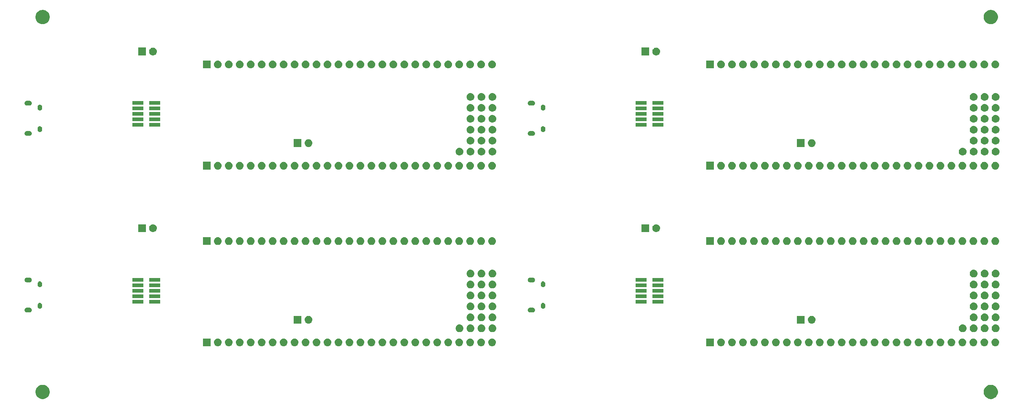
<source format=gbr>
G04 #@! TF.GenerationSoftware,KiCad,Pcbnew,(5.1.2)-1*
G04 #@! TF.CreationDate,2019-11-15T20:45:13-03:00*
G04 #@! TF.ProjectId,TP3-panel,5450332d-7061-46e6-956c-2e6b69636164,v1.0*
G04 #@! TF.SameCoordinates,Original*
G04 #@! TF.FileFunction,Soldermask,Bot*
G04 #@! TF.FilePolarity,Negative*
%FSLAX46Y46*%
G04 Gerber Fmt 4.6, Leading zero omitted, Abs format (unit mm)*
G04 Created by KiCad (PCBNEW (5.1.2)-1) date 2019-11-15 20:45:13*
%MOMM*%
%LPD*%
G04 APERTURE LIST*
%ADD10C,0.100000*%
G04 APERTURE END LIST*
D10*
G36*
X259875256Y-130391298D02*
G01*
X259981579Y-130412447D01*
X260282042Y-130536903D01*
X260552451Y-130717585D01*
X260782415Y-130947549D01*
X260963097Y-131217958D01*
X261087553Y-131518421D01*
X261151000Y-131837391D01*
X261151000Y-132162609D01*
X261087553Y-132481579D01*
X260963097Y-132782042D01*
X260782415Y-133052451D01*
X260552451Y-133282415D01*
X260282042Y-133463097D01*
X259981579Y-133587553D01*
X259875256Y-133608702D01*
X259662611Y-133651000D01*
X259337389Y-133651000D01*
X259124744Y-133608702D01*
X259018421Y-133587553D01*
X258717958Y-133463097D01*
X258447549Y-133282415D01*
X258217585Y-133052451D01*
X258036903Y-132782042D01*
X257912447Y-132481579D01*
X257849000Y-132162609D01*
X257849000Y-131837391D01*
X257912447Y-131518421D01*
X258036903Y-131217958D01*
X258217585Y-130947549D01*
X258447549Y-130717585D01*
X258717958Y-130536903D01*
X259018421Y-130412447D01*
X259124744Y-130391298D01*
X259337389Y-130349000D01*
X259662611Y-130349000D01*
X259875256Y-130391298D01*
X259875256Y-130391298D01*
G37*
G36*
X40375256Y-130391298D02*
G01*
X40481579Y-130412447D01*
X40782042Y-130536903D01*
X41052451Y-130717585D01*
X41282415Y-130947549D01*
X41463097Y-131217958D01*
X41587553Y-131518421D01*
X41651000Y-131837391D01*
X41651000Y-132162609D01*
X41587553Y-132481579D01*
X41463097Y-132782042D01*
X41282415Y-133052451D01*
X41052451Y-133282415D01*
X40782042Y-133463097D01*
X40481579Y-133587553D01*
X40375256Y-133608702D01*
X40162611Y-133651000D01*
X39837389Y-133651000D01*
X39624744Y-133608702D01*
X39518421Y-133587553D01*
X39217958Y-133463097D01*
X38947549Y-133282415D01*
X38717585Y-133052451D01*
X38536903Y-132782042D01*
X38412447Y-132481579D01*
X38349000Y-132162609D01*
X38349000Y-131837391D01*
X38412447Y-131518421D01*
X38536903Y-131217958D01*
X38717585Y-130947549D01*
X38947549Y-130717585D01*
X39217958Y-130536903D01*
X39518421Y-130412447D01*
X39624744Y-130391298D01*
X39837389Y-130349000D01*
X40162611Y-130349000D01*
X40375256Y-130391298D01*
X40375256Y-130391298D01*
G37*
G36*
X253030442Y-119605518D02*
G01*
X253096627Y-119612037D01*
X253266466Y-119663557D01*
X253422991Y-119747222D01*
X253458729Y-119776552D01*
X253560186Y-119859814D01*
X253643448Y-119961271D01*
X253672778Y-119997009D01*
X253756443Y-120153534D01*
X253807963Y-120323373D01*
X253825359Y-120500000D01*
X253807963Y-120676627D01*
X253756443Y-120846466D01*
X253672778Y-121002991D01*
X253643448Y-121038729D01*
X253560186Y-121140186D01*
X253458729Y-121223448D01*
X253422991Y-121252778D01*
X253266466Y-121336443D01*
X253096627Y-121387963D01*
X253030443Y-121394481D01*
X252964260Y-121401000D01*
X252875740Y-121401000D01*
X252809557Y-121394481D01*
X252743373Y-121387963D01*
X252573534Y-121336443D01*
X252417009Y-121252778D01*
X252381271Y-121223448D01*
X252279814Y-121140186D01*
X252196552Y-121038729D01*
X252167222Y-121002991D01*
X252083557Y-120846466D01*
X252032037Y-120676627D01*
X252014641Y-120500000D01*
X252032037Y-120323373D01*
X252083557Y-120153534D01*
X252167222Y-119997009D01*
X252196552Y-119961271D01*
X252279814Y-119859814D01*
X252381271Y-119776552D01*
X252417009Y-119747222D01*
X252573534Y-119663557D01*
X252743373Y-119612037D01*
X252809558Y-119605518D01*
X252875740Y-119599000D01*
X252964260Y-119599000D01*
X253030442Y-119605518D01*
X253030442Y-119605518D01*
G37*
G36*
X80650442Y-119605518D02*
G01*
X80716627Y-119612037D01*
X80886466Y-119663557D01*
X81042991Y-119747222D01*
X81078729Y-119776552D01*
X81180186Y-119859814D01*
X81263448Y-119961271D01*
X81292778Y-119997009D01*
X81376443Y-120153534D01*
X81427963Y-120323373D01*
X81445359Y-120500000D01*
X81427963Y-120676627D01*
X81376443Y-120846466D01*
X81292778Y-121002991D01*
X81263448Y-121038729D01*
X81180186Y-121140186D01*
X81078729Y-121223448D01*
X81042991Y-121252778D01*
X80886466Y-121336443D01*
X80716627Y-121387963D01*
X80650443Y-121394481D01*
X80584260Y-121401000D01*
X80495740Y-121401000D01*
X80429557Y-121394481D01*
X80363373Y-121387963D01*
X80193534Y-121336443D01*
X80037009Y-121252778D01*
X80001271Y-121223448D01*
X79899814Y-121140186D01*
X79816552Y-121038729D01*
X79787222Y-121002991D01*
X79703557Y-120846466D01*
X79652037Y-120676627D01*
X79634641Y-120500000D01*
X79652037Y-120323373D01*
X79703557Y-120153534D01*
X79787222Y-119997009D01*
X79816552Y-119961271D01*
X79899814Y-119859814D01*
X80001271Y-119776552D01*
X80037009Y-119747222D01*
X80193534Y-119663557D01*
X80363373Y-119612037D01*
X80429558Y-119605518D01*
X80495740Y-119599000D01*
X80584260Y-119599000D01*
X80650442Y-119605518D01*
X80650442Y-119605518D01*
G37*
G36*
X100970442Y-119605518D02*
G01*
X101036627Y-119612037D01*
X101206466Y-119663557D01*
X101362991Y-119747222D01*
X101398729Y-119776552D01*
X101500186Y-119859814D01*
X101583448Y-119961271D01*
X101612778Y-119997009D01*
X101696443Y-120153534D01*
X101747963Y-120323373D01*
X101765359Y-120500000D01*
X101747963Y-120676627D01*
X101696443Y-120846466D01*
X101612778Y-121002991D01*
X101583448Y-121038729D01*
X101500186Y-121140186D01*
X101398729Y-121223448D01*
X101362991Y-121252778D01*
X101206466Y-121336443D01*
X101036627Y-121387963D01*
X100970443Y-121394481D01*
X100904260Y-121401000D01*
X100815740Y-121401000D01*
X100749557Y-121394481D01*
X100683373Y-121387963D01*
X100513534Y-121336443D01*
X100357009Y-121252778D01*
X100321271Y-121223448D01*
X100219814Y-121140186D01*
X100136552Y-121038729D01*
X100107222Y-121002991D01*
X100023557Y-120846466D01*
X99972037Y-120676627D01*
X99954641Y-120500000D01*
X99972037Y-120323373D01*
X100023557Y-120153534D01*
X100107222Y-119997009D01*
X100136552Y-119961271D01*
X100219814Y-119859814D01*
X100321271Y-119776552D01*
X100357009Y-119747222D01*
X100513534Y-119663557D01*
X100683373Y-119612037D01*
X100749558Y-119605518D01*
X100815740Y-119599000D01*
X100904260Y-119599000D01*
X100970442Y-119605518D01*
X100970442Y-119605518D01*
G37*
G36*
X133990442Y-119605518D02*
G01*
X134056627Y-119612037D01*
X134226466Y-119663557D01*
X134382991Y-119747222D01*
X134418729Y-119776552D01*
X134520186Y-119859814D01*
X134603448Y-119961271D01*
X134632778Y-119997009D01*
X134716443Y-120153534D01*
X134767963Y-120323373D01*
X134785359Y-120500000D01*
X134767963Y-120676627D01*
X134716443Y-120846466D01*
X134632778Y-121002991D01*
X134603448Y-121038729D01*
X134520186Y-121140186D01*
X134418729Y-121223448D01*
X134382991Y-121252778D01*
X134226466Y-121336443D01*
X134056627Y-121387963D01*
X133990443Y-121394481D01*
X133924260Y-121401000D01*
X133835740Y-121401000D01*
X133769557Y-121394481D01*
X133703373Y-121387963D01*
X133533534Y-121336443D01*
X133377009Y-121252778D01*
X133341271Y-121223448D01*
X133239814Y-121140186D01*
X133156552Y-121038729D01*
X133127222Y-121002991D01*
X133043557Y-120846466D01*
X132992037Y-120676627D01*
X132974641Y-120500000D01*
X132992037Y-120323373D01*
X133043557Y-120153534D01*
X133127222Y-119997009D01*
X133156552Y-119961271D01*
X133239814Y-119859814D01*
X133341271Y-119776552D01*
X133377009Y-119747222D01*
X133533534Y-119663557D01*
X133703373Y-119612037D01*
X133769558Y-119605518D01*
X133835740Y-119599000D01*
X133924260Y-119599000D01*
X133990442Y-119605518D01*
X133990442Y-119605518D01*
G37*
G36*
X131450442Y-119605518D02*
G01*
X131516627Y-119612037D01*
X131686466Y-119663557D01*
X131842991Y-119747222D01*
X131878729Y-119776552D01*
X131980186Y-119859814D01*
X132063448Y-119961271D01*
X132092778Y-119997009D01*
X132176443Y-120153534D01*
X132227963Y-120323373D01*
X132245359Y-120500000D01*
X132227963Y-120676627D01*
X132176443Y-120846466D01*
X132092778Y-121002991D01*
X132063448Y-121038729D01*
X131980186Y-121140186D01*
X131878729Y-121223448D01*
X131842991Y-121252778D01*
X131686466Y-121336443D01*
X131516627Y-121387963D01*
X131450443Y-121394481D01*
X131384260Y-121401000D01*
X131295740Y-121401000D01*
X131229557Y-121394481D01*
X131163373Y-121387963D01*
X130993534Y-121336443D01*
X130837009Y-121252778D01*
X130801271Y-121223448D01*
X130699814Y-121140186D01*
X130616552Y-121038729D01*
X130587222Y-121002991D01*
X130503557Y-120846466D01*
X130452037Y-120676627D01*
X130434641Y-120500000D01*
X130452037Y-120323373D01*
X130503557Y-120153534D01*
X130587222Y-119997009D01*
X130616552Y-119961271D01*
X130699814Y-119859814D01*
X130801271Y-119776552D01*
X130837009Y-119747222D01*
X130993534Y-119663557D01*
X131163373Y-119612037D01*
X131229558Y-119605518D01*
X131295740Y-119599000D01*
X131384260Y-119599000D01*
X131450442Y-119605518D01*
X131450442Y-119605518D01*
G37*
G36*
X128910442Y-119605518D02*
G01*
X128976627Y-119612037D01*
X129146466Y-119663557D01*
X129302991Y-119747222D01*
X129338729Y-119776552D01*
X129440186Y-119859814D01*
X129523448Y-119961271D01*
X129552778Y-119997009D01*
X129636443Y-120153534D01*
X129687963Y-120323373D01*
X129705359Y-120500000D01*
X129687963Y-120676627D01*
X129636443Y-120846466D01*
X129552778Y-121002991D01*
X129523448Y-121038729D01*
X129440186Y-121140186D01*
X129338729Y-121223448D01*
X129302991Y-121252778D01*
X129146466Y-121336443D01*
X128976627Y-121387963D01*
X128910443Y-121394481D01*
X128844260Y-121401000D01*
X128755740Y-121401000D01*
X128689557Y-121394481D01*
X128623373Y-121387963D01*
X128453534Y-121336443D01*
X128297009Y-121252778D01*
X128261271Y-121223448D01*
X128159814Y-121140186D01*
X128076552Y-121038729D01*
X128047222Y-121002991D01*
X127963557Y-120846466D01*
X127912037Y-120676627D01*
X127894641Y-120500000D01*
X127912037Y-120323373D01*
X127963557Y-120153534D01*
X128047222Y-119997009D01*
X128076552Y-119961271D01*
X128159814Y-119859814D01*
X128261271Y-119776552D01*
X128297009Y-119747222D01*
X128453534Y-119663557D01*
X128623373Y-119612037D01*
X128689558Y-119605518D01*
X128755740Y-119599000D01*
X128844260Y-119599000D01*
X128910442Y-119605518D01*
X128910442Y-119605518D01*
G37*
G36*
X126370442Y-119605518D02*
G01*
X126436627Y-119612037D01*
X126606466Y-119663557D01*
X126762991Y-119747222D01*
X126798729Y-119776552D01*
X126900186Y-119859814D01*
X126983448Y-119961271D01*
X127012778Y-119997009D01*
X127096443Y-120153534D01*
X127147963Y-120323373D01*
X127165359Y-120500000D01*
X127147963Y-120676627D01*
X127096443Y-120846466D01*
X127012778Y-121002991D01*
X126983448Y-121038729D01*
X126900186Y-121140186D01*
X126798729Y-121223448D01*
X126762991Y-121252778D01*
X126606466Y-121336443D01*
X126436627Y-121387963D01*
X126370443Y-121394481D01*
X126304260Y-121401000D01*
X126215740Y-121401000D01*
X126149557Y-121394481D01*
X126083373Y-121387963D01*
X125913534Y-121336443D01*
X125757009Y-121252778D01*
X125721271Y-121223448D01*
X125619814Y-121140186D01*
X125536552Y-121038729D01*
X125507222Y-121002991D01*
X125423557Y-120846466D01*
X125372037Y-120676627D01*
X125354641Y-120500000D01*
X125372037Y-120323373D01*
X125423557Y-120153534D01*
X125507222Y-119997009D01*
X125536552Y-119961271D01*
X125619814Y-119859814D01*
X125721271Y-119776552D01*
X125757009Y-119747222D01*
X125913534Y-119663557D01*
X126083373Y-119612037D01*
X126149558Y-119605518D01*
X126215740Y-119599000D01*
X126304260Y-119599000D01*
X126370442Y-119605518D01*
X126370442Y-119605518D01*
G37*
G36*
X123830442Y-119605518D02*
G01*
X123896627Y-119612037D01*
X124066466Y-119663557D01*
X124222991Y-119747222D01*
X124258729Y-119776552D01*
X124360186Y-119859814D01*
X124443448Y-119961271D01*
X124472778Y-119997009D01*
X124556443Y-120153534D01*
X124607963Y-120323373D01*
X124625359Y-120500000D01*
X124607963Y-120676627D01*
X124556443Y-120846466D01*
X124472778Y-121002991D01*
X124443448Y-121038729D01*
X124360186Y-121140186D01*
X124258729Y-121223448D01*
X124222991Y-121252778D01*
X124066466Y-121336443D01*
X123896627Y-121387963D01*
X123830443Y-121394481D01*
X123764260Y-121401000D01*
X123675740Y-121401000D01*
X123609557Y-121394481D01*
X123543373Y-121387963D01*
X123373534Y-121336443D01*
X123217009Y-121252778D01*
X123181271Y-121223448D01*
X123079814Y-121140186D01*
X122996552Y-121038729D01*
X122967222Y-121002991D01*
X122883557Y-120846466D01*
X122832037Y-120676627D01*
X122814641Y-120500000D01*
X122832037Y-120323373D01*
X122883557Y-120153534D01*
X122967222Y-119997009D01*
X122996552Y-119961271D01*
X123079814Y-119859814D01*
X123181271Y-119776552D01*
X123217009Y-119747222D01*
X123373534Y-119663557D01*
X123543373Y-119612037D01*
X123609558Y-119605518D01*
X123675740Y-119599000D01*
X123764260Y-119599000D01*
X123830442Y-119605518D01*
X123830442Y-119605518D01*
G37*
G36*
X121290442Y-119605518D02*
G01*
X121356627Y-119612037D01*
X121526466Y-119663557D01*
X121682991Y-119747222D01*
X121718729Y-119776552D01*
X121820186Y-119859814D01*
X121903448Y-119961271D01*
X121932778Y-119997009D01*
X122016443Y-120153534D01*
X122067963Y-120323373D01*
X122085359Y-120500000D01*
X122067963Y-120676627D01*
X122016443Y-120846466D01*
X121932778Y-121002991D01*
X121903448Y-121038729D01*
X121820186Y-121140186D01*
X121718729Y-121223448D01*
X121682991Y-121252778D01*
X121526466Y-121336443D01*
X121356627Y-121387963D01*
X121290443Y-121394481D01*
X121224260Y-121401000D01*
X121135740Y-121401000D01*
X121069557Y-121394481D01*
X121003373Y-121387963D01*
X120833534Y-121336443D01*
X120677009Y-121252778D01*
X120641271Y-121223448D01*
X120539814Y-121140186D01*
X120456552Y-121038729D01*
X120427222Y-121002991D01*
X120343557Y-120846466D01*
X120292037Y-120676627D01*
X120274641Y-120500000D01*
X120292037Y-120323373D01*
X120343557Y-120153534D01*
X120427222Y-119997009D01*
X120456552Y-119961271D01*
X120539814Y-119859814D01*
X120641271Y-119776552D01*
X120677009Y-119747222D01*
X120833534Y-119663557D01*
X121003373Y-119612037D01*
X121069558Y-119605518D01*
X121135740Y-119599000D01*
X121224260Y-119599000D01*
X121290442Y-119605518D01*
X121290442Y-119605518D01*
G37*
G36*
X118750442Y-119605518D02*
G01*
X118816627Y-119612037D01*
X118986466Y-119663557D01*
X119142991Y-119747222D01*
X119178729Y-119776552D01*
X119280186Y-119859814D01*
X119363448Y-119961271D01*
X119392778Y-119997009D01*
X119476443Y-120153534D01*
X119527963Y-120323373D01*
X119545359Y-120500000D01*
X119527963Y-120676627D01*
X119476443Y-120846466D01*
X119392778Y-121002991D01*
X119363448Y-121038729D01*
X119280186Y-121140186D01*
X119178729Y-121223448D01*
X119142991Y-121252778D01*
X118986466Y-121336443D01*
X118816627Y-121387963D01*
X118750443Y-121394481D01*
X118684260Y-121401000D01*
X118595740Y-121401000D01*
X118529557Y-121394481D01*
X118463373Y-121387963D01*
X118293534Y-121336443D01*
X118137009Y-121252778D01*
X118101271Y-121223448D01*
X117999814Y-121140186D01*
X117916552Y-121038729D01*
X117887222Y-121002991D01*
X117803557Y-120846466D01*
X117752037Y-120676627D01*
X117734641Y-120500000D01*
X117752037Y-120323373D01*
X117803557Y-120153534D01*
X117887222Y-119997009D01*
X117916552Y-119961271D01*
X117999814Y-119859814D01*
X118101271Y-119776552D01*
X118137009Y-119747222D01*
X118293534Y-119663557D01*
X118463373Y-119612037D01*
X118529558Y-119605518D01*
X118595740Y-119599000D01*
X118684260Y-119599000D01*
X118750442Y-119605518D01*
X118750442Y-119605518D01*
G37*
G36*
X116210442Y-119605518D02*
G01*
X116276627Y-119612037D01*
X116446466Y-119663557D01*
X116602991Y-119747222D01*
X116638729Y-119776552D01*
X116740186Y-119859814D01*
X116823448Y-119961271D01*
X116852778Y-119997009D01*
X116936443Y-120153534D01*
X116987963Y-120323373D01*
X117005359Y-120500000D01*
X116987963Y-120676627D01*
X116936443Y-120846466D01*
X116852778Y-121002991D01*
X116823448Y-121038729D01*
X116740186Y-121140186D01*
X116638729Y-121223448D01*
X116602991Y-121252778D01*
X116446466Y-121336443D01*
X116276627Y-121387963D01*
X116210443Y-121394481D01*
X116144260Y-121401000D01*
X116055740Y-121401000D01*
X115989557Y-121394481D01*
X115923373Y-121387963D01*
X115753534Y-121336443D01*
X115597009Y-121252778D01*
X115561271Y-121223448D01*
X115459814Y-121140186D01*
X115376552Y-121038729D01*
X115347222Y-121002991D01*
X115263557Y-120846466D01*
X115212037Y-120676627D01*
X115194641Y-120500000D01*
X115212037Y-120323373D01*
X115263557Y-120153534D01*
X115347222Y-119997009D01*
X115376552Y-119961271D01*
X115459814Y-119859814D01*
X115561271Y-119776552D01*
X115597009Y-119747222D01*
X115753534Y-119663557D01*
X115923373Y-119612037D01*
X115989558Y-119605518D01*
X116055740Y-119599000D01*
X116144260Y-119599000D01*
X116210442Y-119605518D01*
X116210442Y-119605518D01*
G37*
G36*
X113670442Y-119605518D02*
G01*
X113736627Y-119612037D01*
X113906466Y-119663557D01*
X114062991Y-119747222D01*
X114098729Y-119776552D01*
X114200186Y-119859814D01*
X114283448Y-119961271D01*
X114312778Y-119997009D01*
X114396443Y-120153534D01*
X114447963Y-120323373D01*
X114465359Y-120500000D01*
X114447963Y-120676627D01*
X114396443Y-120846466D01*
X114312778Y-121002991D01*
X114283448Y-121038729D01*
X114200186Y-121140186D01*
X114098729Y-121223448D01*
X114062991Y-121252778D01*
X113906466Y-121336443D01*
X113736627Y-121387963D01*
X113670443Y-121394481D01*
X113604260Y-121401000D01*
X113515740Y-121401000D01*
X113449557Y-121394481D01*
X113383373Y-121387963D01*
X113213534Y-121336443D01*
X113057009Y-121252778D01*
X113021271Y-121223448D01*
X112919814Y-121140186D01*
X112836552Y-121038729D01*
X112807222Y-121002991D01*
X112723557Y-120846466D01*
X112672037Y-120676627D01*
X112654641Y-120500000D01*
X112672037Y-120323373D01*
X112723557Y-120153534D01*
X112807222Y-119997009D01*
X112836552Y-119961271D01*
X112919814Y-119859814D01*
X113021271Y-119776552D01*
X113057009Y-119747222D01*
X113213534Y-119663557D01*
X113383373Y-119612037D01*
X113449558Y-119605518D01*
X113515740Y-119599000D01*
X113604260Y-119599000D01*
X113670442Y-119605518D01*
X113670442Y-119605518D01*
G37*
G36*
X111130442Y-119605518D02*
G01*
X111196627Y-119612037D01*
X111366466Y-119663557D01*
X111522991Y-119747222D01*
X111558729Y-119776552D01*
X111660186Y-119859814D01*
X111743448Y-119961271D01*
X111772778Y-119997009D01*
X111856443Y-120153534D01*
X111907963Y-120323373D01*
X111925359Y-120500000D01*
X111907963Y-120676627D01*
X111856443Y-120846466D01*
X111772778Y-121002991D01*
X111743448Y-121038729D01*
X111660186Y-121140186D01*
X111558729Y-121223448D01*
X111522991Y-121252778D01*
X111366466Y-121336443D01*
X111196627Y-121387963D01*
X111130443Y-121394481D01*
X111064260Y-121401000D01*
X110975740Y-121401000D01*
X110909557Y-121394481D01*
X110843373Y-121387963D01*
X110673534Y-121336443D01*
X110517009Y-121252778D01*
X110481271Y-121223448D01*
X110379814Y-121140186D01*
X110296552Y-121038729D01*
X110267222Y-121002991D01*
X110183557Y-120846466D01*
X110132037Y-120676627D01*
X110114641Y-120500000D01*
X110132037Y-120323373D01*
X110183557Y-120153534D01*
X110267222Y-119997009D01*
X110296552Y-119961271D01*
X110379814Y-119859814D01*
X110481271Y-119776552D01*
X110517009Y-119747222D01*
X110673534Y-119663557D01*
X110843373Y-119612037D01*
X110909558Y-119605518D01*
X110975740Y-119599000D01*
X111064260Y-119599000D01*
X111130442Y-119605518D01*
X111130442Y-119605518D01*
G37*
G36*
X108590442Y-119605518D02*
G01*
X108656627Y-119612037D01*
X108826466Y-119663557D01*
X108982991Y-119747222D01*
X109018729Y-119776552D01*
X109120186Y-119859814D01*
X109203448Y-119961271D01*
X109232778Y-119997009D01*
X109316443Y-120153534D01*
X109367963Y-120323373D01*
X109385359Y-120500000D01*
X109367963Y-120676627D01*
X109316443Y-120846466D01*
X109232778Y-121002991D01*
X109203448Y-121038729D01*
X109120186Y-121140186D01*
X109018729Y-121223448D01*
X108982991Y-121252778D01*
X108826466Y-121336443D01*
X108656627Y-121387963D01*
X108590443Y-121394481D01*
X108524260Y-121401000D01*
X108435740Y-121401000D01*
X108369557Y-121394481D01*
X108303373Y-121387963D01*
X108133534Y-121336443D01*
X107977009Y-121252778D01*
X107941271Y-121223448D01*
X107839814Y-121140186D01*
X107756552Y-121038729D01*
X107727222Y-121002991D01*
X107643557Y-120846466D01*
X107592037Y-120676627D01*
X107574641Y-120500000D01*
X107592037Y-120323373D01*
X107643557Y-120153534D01*
X107727222Y-119997009D01*
X107756552Y-119961271D01*
X107839814Y-119859814D01*
X107941271Y-119776552D01*
X107977009Y-119747222D01*
X108133534Y-119663557D01*
X108303373Y-119612037D01*
X108369558Y-119605518D01*
X108435740Y-119599000D01*
X108524260Y-119599000D01*
X108590442Y-119605518D01*
X108590442Y-119605518D01*
G37*
G36*
X106050442Y-119605518D02*
G01*
X106116627Y-119612037D01*
X106286466Y-119663557D01*
X106442991Y-119747222D01*
X106478729Y-119776552D01*
X106580186Y-119859814D01*
X106663448Y-119961271D01*
X106692778Y-119997009D01*
X106776443Y-120153534D01*
X106827963Y-120323373D01*
X106845359Y-120500000D01*
X106827963Y-120676627D01*
X106776443Y-120846466D01*
X106692778Y-121002991D01*
X106663448Y-121038729D01*
X106580186Y-121140186D01*
X106478729Y-121223448D01*
X106442991Y-121252778D01*
X106286466Y-121336443D01*
X106116627Y-121387963D01*
X106050443Y-121394481D01*
X105984260Y-121401000D01*
X105895740Y-121401000D01*
X105829557Y-121394481D01*
X105763373Y-121387963D01*
X105593534Y-121336443D01*
X105437009Y-121252778D01*
X105401271Y-121223448D01*
X105299814Y-121140186D01*
X105216552Y-121038729D01*
X105187222Y-121002991D01*
X105103557Y-120846466D01*
X105052037Y-120676627D01*
X105034641Y-120500000D01*
X105052037Y-120323373D01*
X105103557Y-120153534D01*
X105187222Y-119997009D01*
X105216552Y-119961271D01*
X105299814Y-119859814D01*
X105401271Y-119776552D01*
X105437009Y-119747222D01*
X105593534Y-119663557D01*
X105763373Y-119612037D01*
X105829558Y-119605518D01*
X105895740Y-119599000D01*
X105984260Y-119599000D01*
X106050442Y-119605518D01*
X106050442Y-119605518D01*
G37*
G36*
X103510442Y-119605518D02*
G01*
X103576627Y-119612037D01*
X103746466Y-119663557D01*
X103902991Y-119747222D01*
X103938729Y-119776552D01*
X104040186Y-119859814D01*
X104123448Y-119961271D01*
X104152778Y-119997009D01*
X104236443Y-120153534D01*
X104287963Y-120323373D01*
X104305359Y-120500000D01*
X104287963Y-120676627D01*
X104236443Y-120846466D01*
X104152778Y-121002991D01*
X104123448Y-121038729D01*
X104040186Y-121140186D01*
X103938729Y-121223448D01*
X103902991Y-121252778D01*
X103746466Y-121336443D01*
X103576627Y-121387963D01*
X103510443Y-121394481D01*
X103444260Y-121401000D01*
X103355740Y-121401000D01*
X103289557Y-121394481D01*
X103223373Y-121387963D01*
X103053534Y-121336443D01*
X102897009Y-121252778D01*
X102861271Y-121223448D01*
X102759814Y-121140186D01*
X102676552Y-121038729D01*
X102647222Y-121002991D01*
X102563557Y-120846466D01*
X102512037Y-120676627D01*
X102494641Y-120500000D01*
X102512037Y-120323373D01*
X102563557Y-120153534D01*
X102647222Y-119997009D01*
X102676552Y-119961271D01*
X102759814Y-119859814D01*
X102861271Y-119776552D01*
X102897009Y-119747222D01*
X103053534Y-119663557D01*
X103223373Y-119612037D01*
X103289558Y-119605518D01*
X103355740Y-119599000D01*
X103444260Y-119599000D01*
X103510442Y-119605518D01*
X103510442Y-119605518D01*
G37*
G36*
X255570442Y-119605518D02*
G01*
X255636627Y-119612037D01*
X255806466Y-119663557D01*
X255962991Y-119747222D01*
X255998729Y-119776552D01*
X256100186Y-119859814D01*
X256183448Y-119961271D01*
X256212778Y-119997009D01*
X256296443Y-120153534D01*
X256347963Y-120323373D01*
X256365359Y-120500000D01*
X256347963Y-120676627D01*
X256296443Y-120846466D01*
X256212778Y-121002991D01*
X256183448Y-121038729D01*
X256100186Y-121140186D01*
X255998729Y-121223448D01*
X255962991Y-121252778D01*
X255806466Y-121336443D01*
X255636627Y-121387963D01*
X255570443Y-121394481D01*
X255504260Y-121401000D01*
X255415740Y-121401000D01*
X255349557Y-121394481D01*
X255283373Y-121387963D01*
X255113534Y-121336443D01*
X254957009Y-121252778D01*
X254921271Y-121223448D01*
X254819814Y-121140186D01*
X254736552Y-121038729D01*
X254707222Y-121002991D01*
X254623557Y-120846466D01*
X254572037Y-120676627D01*
X254554641Y-120500000D01*
X254572037Y-120323373D01*
X254623557Y-120153534D01*
X254707222Y-119997009D01*
X254736552Y-119961271D01*
X254819814Y-119859814D01*
X254921271Y-119776552D01*
X254957009Y-119747222D01*
X255113534Y-119663557D01*
X255283373Y-119612037D01*
X255349558Y-119605518D01*
X255415740Y-119599000D01*
X255504260Y-119599000D01*
X255570442Y-119605518D01*
X255570442Y-119605518D01*
G37*
G36*
X98430442Y-119605518D02*
G01*
X98496627Y-119612037D01*
X98666466Y-119663557D01*
X98822991Y-119747222D01*
X98858729Y-119776552D01*
X98960186Y-119859814D01*
X99043448Y-119961271D01*
X99072778Y-119997009D01*
X99156443Y-120153534D01*
X99207963Y-120323373D01*
X99225359Y-120500000D01*
X99207963Y-120676627D01*
X99156443Y-120846466D01*
X99072778Y-121002991D01*
X99043448Y-121038729D01*
X98960186Y-121140186D01*
X98858729Y-121223448D01*
X98822991Y-121252778D01*
X98666466Y-121336443D01*
X98496627Y-121387963D01*
X98430443Y-121394481D01*
X98364260Y-121401000D01*
X98275740Y-121401000D01*
X98209557Y-121394481D01*
X98143373Y-121387963D01*
X97973534Y-121336443D01*
X97817009Y-121252778D01*
X97781271Y-121223448D01*
X97679814Y-121140186D01*
X97596552Y-121038729D01*
X97567222Y-121002991D01*
X97483557Y-120846466D01*
X97432037Y-120676627D01*
X97414641Y-120500000D01*
X97432037Y-120323373D01*
X97483557Y-120153534D01*
X97567222Y-119997009D01*
X97596552Y-119961271D01*
X97679814Y-119859814D01*
X97781271Y-119776552D01*
X97817009Y-119747222D01*
X97973534Y-119663557D01*
X98143373Y-119612037D01*
X98209558Y-119605518D01*
X98275740Y-119599000D01*
X98364260Y-119599000D01*
X98430442Y-119605518D01*
X98430442Y-119605518D01*
G37*
G36*
X95890442Y-119605518D02*
G01*
X95956627Y-119612037D01*
X96126466Y-119663557D01*
X96282991Y-119747222D01*
X96318729Y-119776552D01*
X96420186Y-119859814D01*
X96503448Y-119961271D01*
X96532778Y-119997009D01*
X96616443Y-120153534D01*
X96667963Y-120323373D01*
X96685359Y-120500000D01*
X96667963Y-120676627D01*
X96616443Y-120846466D01*
X96532778Y-121002991D01*
X96503448Y-121038729D01*
X96420186Y-121140186D01*
X96318729Y-121223448D01*
X96282991Y-121252778D01*
X96126466Y-121336443D01*
X95956627Y-121387963D01*
X95890443Y-121394481D01*
X95824260Y-121401000D01*
X95735740Y-121401000D01*
X95669557Y-121394481D01*
X95603373Y-121387963D01*
X95433534Y-121336443D01*
X95277009Y-121252778D01*
X95241271Y-121223448D01*
X95139814Y-121140186D01*
X95056552Y-121038729D01*
X95027222Y-121002991D01*
X94943557Y-120846466D01*
X94892037Y-120676627D01*
X94874641Y-120500000D01*
X94892037Y-120323373D01*
X94943557Y-120153534D01*
X95027222Y-119997009D01*
X95056552Y-119961271D01*
X95139814Y-119859814D01*
X95241271Y-119776552D01*
X95277009Y-119747222D01*
X95433534Y-119663557D01*
X95603373Y-119612037D01*
X95669558Y-119605518D01*
X95735740Y-119599000D01*
X95824260Y-119599000D01*
X95890442Y-119605518D01*
X95890442Y-119605518D01*
G37*
G36*
X93350442Y-119605518D02*
G01*
X93416627Y-119612037D01*
X93586466Y-119663557D01*
X93742991Y-119747222D01*
X93778729Y-119776552D01*
X93880186Y-119859814D01*
X93963448Y-119961271D01*
X93992778Y-119997009D01*
X94076443Y-120153534D01*
X94127963Y-120323373D01*
X94145359Y-120500000D01*
X94127963Y-120676627D01*
X94076443Y-120846466D01*
X93992778Y-121002991D01*
X93963448Y-121038729D01*
X93880186Y-121140186D01*
X93778729Y-121223448D01*
X93742991Y-121252778D01*
X93586466Y-121336443D01*
X93416627Y-121387963D01*
X93350443Y-121394481D01*
X93284260Y-121401000D01*
X93195740Y-121401000D01*
X93129557Y-121394481D01*
X93063373Y-121387963D01*
X92893534Y-121336443D01*
X92737009Y-121252778D01*
X92701271Y-121223448D01*
X92599814Y-121140186D01*
X92516552Y-121038729D01*
X92487222Y-121002991D01*
X92403557Y-120846466D01*
X92352037Y-120676627D01*
X92334641Y-120500000D01*
X92352037Y-120323373D01*
X92403557Y-120153534D01*
X92487222Y-119997009D01*
X92516552Y-119961271D01*
X92599814Y-119859814D01*
X92701271Y-119776552D01*
X92737009Y-119747222D01*
X92893534Y-119663557D01*
X93063373Y-119612037D01*
X93129558Y-119605518D01*
X93195740Y-119599000D01*
X93284260Y-119599000D01*
X93350442Y-119605518D01*
X93350442Y-119605518D01*
G37*
G36*
X90810442Y-119605518D02*
G01*
X90876627Y-119612037D01*
X91046466Y-119663557D01*
X91202991Y-119747222D01*
X91238729Y-119776552D01*
X91340186Y-119859814D01*
X91423448Y-119961271D01*
X91452778Y-119997009D01*
X91536443Y-120153534D01*
X91587963Y-120323373D01*
X91605359Y-120500000D01*
X91587963Y-120676627D01*
X91536443Y-120846466D01*
X91452778Y-121002991D01*
X91423448Y-121038729D01*
X91340186Y-121140186D01*
X91238729Y-121223448D01*
X91202991Y-121252778D01*
X91046466Y-121336443D01*
X90876627Y-121387963D01*
X90810443Y-121394481D01*
X90744260Y-121401000D01*
X90655740Y-121401000D01*
X90589557Y-121394481D01*
X90523373Y-121387963D01*
X90353534Y-121336443D01*
X90197009Y-121252778D01*
X90161271Y-121223448D01*
X90059814Y-121140186D01*
X89976552Y-121038729D01*
X89947222Y-121002991D01*
X89863557Y-120846466D01*
X89812037Y-120676627D01*
X89794641Y-120500000D01*
X89812037Y-120323373D01*
X89863557Y-120153534D01*
X89947222Y-119997009D01*
X89976552Y-119961271D01*
X90059814Y-119859814D01*
X90161271Y-119776552D01*
X90197009Y-119747222D01*
X90353534Y-119663557D01*
X90523373Y-119612037D01*
X90589558Y-119605518D01*
X90655740Y-119599000D01*
X90744260Y-119599000D01*
X90810442Y-119605518D01*
X90810442Y-119605518D01*
G37*
G36*
X88270442Y-119605518D02*
G01*
X88336627Y-119612037D01*
X88506466Y-119663557D01*
X88662991Y-119747222D01*
X88698729Y-119776552D01*
X88800186Y-119859814D01*
X88883448Y-119961271D01*
X88912778Y-119997009D01*
X88996443Y-120153534D01*
X89047963Y-120323373D01*
X89065359Y-120500000D01*
X89047963Y-120676627D01*
X88996443Y-120846466D01*
X88912778Y-121002991D01*
X88883448Y-121038729D01*
X88800186Y-121140186D01*
X88698729Y-121223448D01*
X88662991Y-121252778D01*
X88506466Y-121336443D01*
X88336627Y-121387963D01*
X88270443Y-121394481D01*
X88204260Y-121401000D01*
X88115740Y-121401000D01*
X88049557Y-121394481D01*
X87983373Y-121387963D01*
X87813534Y-121336443D01*
X87657009Y-121252778D01*
X87621271Y-121223448D01*
X87519814Y-121140186D01*
X87436552Y-121038729D01*
X87407222Y-121002991D01*
X87323557Y-120846466D01*
X87272037Y-120676627D01*
X87254641Y-120500000D01*
X87272037Y-120323373D01*
X87323557Y-120153534D01*
X87407222Y-119997009D01*
X87436552Y-119961271D01*
X87519814Y-119859814D01*
X87621271Y-119776552D01*
X87657009Y-119747222D01*
X87813534Y-119663557D01*
X87983373Y-119612037D01*
X88049558Y-119605518D01*
X88115740Y-119599000D01*
X88204260Y-119599000D01*
X88270442Y-119605518D01*
X88270442Y-119605518D01*
G37*
G36*
X85730442Y-119605518D02*
G01*
X85796627Y-119612037D01*
X85966466Y-119663557D01*
X86122991Y-119747222D01*
X86158729Y-119776552D01*
X86260186Y-119859814D01*
X86343448Y-119961271D01*
X86372778Y-119997009D01*
X86456443Y-120153534D01*
X86507963Y-120323373D01*
X86525359Y-120500000D01*
X86507963Y-120676627D01*
X86456443Y-120846466D01*
X86372778Y-121002991D01*
X86343448Y-121038729D01*
X86260186Y-121140186D01*
X86158729Y-121223448D01*
X86122991Y-121252778D01*
X85966466Y-121336443D01*
X85796627Y-121387963D01*
X85730443Y-121394481D01*
X85664260Y-121401000D01*
X85575740Y-121401000D01*
X85509557Y-121394481D01*
X85443373Y-121387963D01*
X85273534Y-121336443D01*
X85117009Y-121252778D01*
X85081271Y-121223448D01*
X84979814Y-121140186D01*
X84896552Y-121038729D01*
X84867222Y-121002991D01*
X84783557Y-120846466D01*
X84732037Y-120676627D01*
X84714641Y-120500000D01*
X84732037Y-120323373D01*
X84783557Y-120153534D01*
X84867222Y-119997009D01*
X84896552Y-119961271D01*
X84979814Y-119859814D01*
X85081271Y-119776552D01*
X85117009Y-119747222D01*
X85273534Y-119663557D01*
X85443373Y-119612037D01*
X85509558Y-119605518D01*
X85575740Y-119599000D01*
X85664260Y-119599000D01*
X85730442Y-119605518D01*
X85730442Y-119605518D01*
G37*
G36*
X83190442Y-119605518D02*
G01*
X83256627Y-119612037D01*
X83426466Y-119663557D01*
X83582991Y-119747222D01*
X83618729Y-119776552D01*
X83720186Y-119859814D01*
X83803448Y-119961271D01*
X83832778Y-119997009D01*
X83916443Y-120153534D01*
X83967963Y-120323373D01*
X83985359Y-120500000D01*
X83967963Y-120676627D01*
X83916443Y-120846466D01*
X83832778Y-121002991D01*
X83803448Y-121038729D01*
X83720186Y-121140186D01*
X83618729Y-121223448D01*
X83582991Y-121252778D01*
X83426466Y-121336443D01*
X83256627Y-121387963D01*
X83190443Y-121394481D01*
X83124260Y-121401000D01*
X83035740Y-121401000D01*
X82969557Y-121394481D01*
X82903373Y-121387963D01*
X82733534Y-121336443D01*
X82577009Y-121252778D01*
X82541271Y-121223448D01*
X82439814Y-121140186D01*
X82356552Y-121038729D01*
X82327222Y-121002991D01*
X82243557Y-120846466D01*
X82192037Y-120676627D01*
X82174641Y-120500000D01*
X82192037Y-120323373D01*
X82243557Y-120153534D01*
X82327222Y-119997009D01*
X82356552Y-119961271D01*
X82439814Y-119859814D01*
X82541271Y-119776552D01*
X82577009Y-119747222D01*
X82733534Y-119663557D01*
X82903373Y-119612037D01*
X82969558Y-119605518D01*
X83035740Y-119599000D01*
X83124260Y-119599000D01*
X83190442Y-119605518D01*
X83190442Y-119605518D01*
G37*
G36*
X78901000Y-121401000D02*
G01*
X77099000Y-121401000D01*
X77099000Y-119599000D01*
X78901000Y-119599000D01*
X78901000Y-121401000D01*
X78901000Y-121401000D01*
G37*
G36*
X136530442Y-119605518D02*
G01*
X136596627Y-119612037D01*
X136766466Y-119663557D01*
X136922991Y-119747222D01*
X136958729Y-119776552D01*
X137060186Y-119859814D01*
X137143448Y-119961271D01*
X137172778Y-119997009D01*
X137256443Y-120153534D01*
X137307963Y-120323373D01*
X137325359Y-120500000D01*
X137307963Y-120676627D01*
X137256443Y-120846466D01*
X137172778Y-121002991D01*
X137143448Y-121038729D01*
X137060186Y-121140186D01*
X136958729Y-121223448D01*
X136922991Y-121252778D01*
X136766466Y-121336443D01*
X136596627Y-121387963D01*
X136530443Y-121394481D01*
X136464260Y-121401000D01*
X136375740Y-121401000D01*
X136309557Y-121394481D01*
X136243373Y-121387963D01*
X136073534Y-121336443D01*
X135917009Y-121252778D01*
X135881271Y-121223448D01*
X135779814Y-121140186D01*
X135696552Y-121038729D01*
X135667222Y-121002991D01*
X135583557Y-120846466D01*
X135532037Y-120676627D01*
X135514641Y-120500000D01*
X135532037Y-120323373D01*
X135583557Y-120153534D01*
X135667222Y-119997009D01*
X135696552Y-119961271D01*
X135779814Y-119859814D01*
X135881271Y-119776552D01*
X135917009Y-119747222D01*
X136073534Y-119663557D01*
X136243373Y-119612037D01*
X136309558Y-119605518D01*
X136375740Y-119599000D01*
X136464260Y-119599000D01*
X136530442Y-119605518D01*
X136530442Y-119605518D01*
G37*
G36*
X139070442Y-119605518D02*
G01*
X139136627Y-119612037D01*
X139306466Y-119663557D01*
X139462991Y-119747222D01*
X139498729Y-119776552D01*
X139600186Y-119859814D01*
X139683448Y-119961271D01*
X139712778Y-119997009D01*
X139796443Y-120153534D01*
X139847963Y-120323373D01*
X139865359Y-120500000D01*
X139847963Y-120676627D01*
X139796443Y-120846466D01*
X139712778Y-121002991D01*
X139683448Y-121038729D01*
X139600186Y-121140186D01*
X139498729Y-121223448D01*
X139462991Y-121252778D01*
X139306466Y-121336443D01*
X139136627Y-121387963D01*
X139070443Y-121394481D01*
X139004260Y-121401000D01*
X138915740Y-121401000D01*
X138849557Y-121394481D01*
X138783373Y-121387963D01*
X138613534Y-121336443D01*
X138457009Y-121252778D01*
X138421271Y-121223448D01*
X138319814Y-121140186D01*
X138236552Y-121038729D01*
X138207222Y-121002991D01*
X138123557Y-120846466D01*
X138072037Y-120676627D01*
X138054641Y-120500000D01*
X138072037Y-120323373D01*
X138123557Y-120153534D01*
X138207222Y-119997009D01*
X138236552Y-119961271D01*
X138319814Y-119859814D01*
X138421271Y-119776552D01*
X138457009Y-119747222D01*
X138613534Y-119663557D01*
X138783373Y-119612037D01*
X138849558Y-119605518D01*
X138915740Y-119599000D01*
X139004260Y-119599000D01*
X139070442Y-119605518D01*
X139070442Y-119605518D01*
G37*
G36*
X247950442Y-119605518D02*
G01*
X248016627Y-119612037D01*
X248186466Y-119663557D01*
X248342991Y-119747222D01*
X248378729Y-119776552D01*
X248480186Y-119859814D01*
X248563448Y-119961271D01*
X248592778Y-119997009D01*
X248676443Y-120153534D01*
X248727963Y-120323373D01*
X248745359Y-120500000D01*
X248727963Y-120676627D01*
X248676443Y-120846466D01*
X248592778Y-121002991D01*
X248563448Y-121038729D01*
X248480186Y-121140186D01*
X248378729Y-121223448D01*
X248342991Y-121252778D01*
X248186466Y-121336443D01*
X248016627Y-121387963D01*
X247950443Y-121394481D01*
X247884260Y-121401000D01*
X247795740Y-121401000D01*
X247729557Y-121394481D01*
X247663373Y-121387963D01*
X247493534Y-121336443D01*
X247337009Y-121252778D01*
X247301271Y-121223448D01*
X247199814Y-121140186D01*
X247116552Y-121038729D01*
X247087222Y-121002991D01*
X247003557Y-120846466D01*
X246952037Y-120676627D01*
X246934641Y-120500000D01*
X246952037Y-120323373D01*
X247003557Y-120153534D01*
X247087222Y-119997009D01*
X247116552Y-119961271D01*
X247199814Y-119859814D01*
X247301271Y-119776552D01*
X247337009Y-119747222D01*
X247493534Y-119663557D01*
X247663373Y-119612037D01*
X247729558Y-119605518D01*
X247795740Y-119599000D01*
X247884260Y-119599000D01*
X247950442Y-119605518D01*
X247950442Y-119605518D01*
G37*
G36*
X250490442Y-119605518D02*
G01*
X250556627Y-119612037D01*
X250726466Y-119663557D01*
X250882991Y-119747222D01*
X250918729Y-119776552D01*
X251020186Y-119859814D01*
X251103448Y-119961271D01*
X251132778Y-119997009D01*
X251216443Y-120153534D01*
X251267963Y-120323373D01*
X251285359Y-120500000D01*
X251267963Y-120676627D01*
X251216443Y-120846466D01*
X251132778Y-121002991D01*
X251103448Y-121038729D01*
X251020186Y-121140186D01*
X250918729Y-121223448D01*
X250882991Y-121252778D01*
X250726466Y-121336443D01*
X250556627Y-121387963D01*
X250490443Y-121394481D01*
X250424260Y-121401000D01*
X250335740Y-121401000D01*
X250269557Y-121394481D01*
X250203373Y-121387963D01*
X250033534Y-121336443D01*
X249877009Y-121252778D01*
X249841271Y-121223448D01*
X249739814Y-121140186D01*
X249656552Y-121038729D01*
X249627222Y-121002991D01*
X249543557Y-120846466D01*
X249492037Y-120676627D01*
X249474641Y-120500000D01*
X249492037Y-120323373D01*
X249543557Y-120153534D01*
X249627222Y-119997009D01*
X249656552Y-119961271D01*
X249739814Y-119859814D01*
X249841271Y-119776552D01*
X249877009Y-119747222D01*
X250033534Y-119663557D01*
X250203373Y-119612037D01*
X250269558Y-119605518D01*
X250335740Y-119599000D01*
X250424260Y-119599000D01*
X250490442Y-119605518D01*
X250490442Y-119605518D01*
G37*
G36*
X260650442Y-119605518D02*
G01*
X260716627Y-119612037D01*
X260886466Y-119663557D01*
X261042991Y-119747222D01*
X261078729Y-119776552D01*
X261180186Y-119859814D01*
X261263448Y-119961271D01*
X261292778Y-119997009D01*
X261376443Y-120153534D01*
X261427963Y-120323373D01*
X261445359Y-120500000D01*
X261427963Y-120676627D01*
X261376443Y-120846466D01*
X261292778Y-121002991D01*
X261263448Y-121038729D01*
X261180186Y-121140186D01*
X261078729Y-121223448D01*
X261042991Y-121252778D01*
X260886466Y-121336443D01*
X260716627Y-121387963D01*
X260650443Y-121394481D01*
X260584260Y-121401000D01*
X260495740Y-121401000D01*
X260429557Y-121394481D01*
X260363373Y-121387963D01*
X260193534Y-121336443D01*
X260037009Y-121252778D01*
X260001271Y-121223448D01*
X259899814Y-121140186D01*
X259816552Y-121038729D01*
X259787222Y-121002991D01*
X259703557Y-120846466D01*
X259652037Y-120676627D01*
X259634641Y-120500000D01*
X259652037Y-120323373D01*
X259703557Y-120153534D01*
X259787222Y-119997009D01*
X259816552Y-119961271D01*
X259899814Y-119859814D01*
X260001271Y-119776552D01*
X260037009Y-119747222D01*
X260193534Y-119663557D01*
X260363373Y-119612037D01*
X260429558Y-119605518D01*
X260495740Y-119599000D01*
X260584260Y-119599000D01*
X260650442Y-119605518D01*
X260650442Y-119605518D01*
G37*
G36*
X258110442Y-119605518D02*
G01*
X258176627Y-119612037D01*
X258346466Y-119663557D01*
X258502991Y-119747222D01*
X258538729Y-119776552D01*
X258640186Y-119859814D01*
X258723448Y-119961271D01*
X258752778Y-119997009D01*
X258836443Y-120153534D01*
X258887963Y-120323373D01*
X258905359Y-120500000D01*
X258887963Y-120676627D01*
X258836443Y-120846466D01*
X258752778Y-121002991D01*
X258723448Y-121038729D01*
X258640186Y-121140186D01*
X258538729Y-121223448D01*
X258502991Y-121252778D01*
X258346466Y-121336443D01*
X258176627Y-121387963D01*
X258110443Y-121394481D01*
X258044260Y-121401000D01*
X257955740Y-121401000D01*
X257889557Y-121394481D01*
X257823373Y-121387963D01*
X257653534Y-121336443D01*
X257497009Y-121252778D01*
X257461271Y-121223448D01*
X257359814Y-121140186D01*
X257276552Y-121038729D01*
X257247222Y-121002991D01*
X257163557Y-120846466D01*
X257112037Y-120676627D01*
X257094641Y-120500000D01*
X257112037Y-120323373D01*
X257163557Y-120153534D01*
X257247222Y-119997009D01*
X257276552Y-119961271D01*
X257359814Y-119859814D01*
X257461271Y-119776552D01*
X257497009Y-119747222D01*
X257653534Y-119663557D01*
X257823373Y-119612037D01*
X257889558Y-119605518D01*
X257955740Y-119599000D01*
X258044260Y-119599000D01*
X258110442Y-119605518D01*
X258110442Y-119605518D01*
G37*
G36*
X144150442Y-119605518D02*
G01*
X144216627Y-119612037D01*
X144386466Y-119663557D01*
X144542991Y-119747222D01*
X144578729Y-119776552D01*
X144680186Y-119859814D01*
X144763448Y-119961271D01*
X144792778Y-119997009D01*
X144876443Y-120153534D01*
X144927963Y-120323373D01*
X144945359Y-120500000D01*
X144927963Y-120676627D01*
X144876443Y-120846466D01*
X144792778Y-121002991D01*
X144763448Y-121038729D01*
X144680186Y-121140186D01*
X144578729Y-121223448D01*
X144542991Y-121252778D01*
X144386466Y-121336443D01*
X144216627Y-121387963D01*
X144150443Y-121394481D01*
X144084260Y-121401000D01*
X143995740Y-121401000D01*
X143929557Y-121394481D01*
X143863373Y-121387963D01*
X143693534Y-121336443D01*
X143537009Y-121252778D01*
X143501271Y-121223448D01*
X143399814Y-121140186D01*
X143316552Y-121038729D01*
X143287222Y-121002991D01*
X143203557Y-120846466D01*
X143152037Y-120676627D01*
X143134641Y-120500000D01*
X143152037Y-120323373D01*
X143203557Y-120153534D01*
X143287222Y-119997009D01*
X143316552Y-119961271D01*
X143399814Y-119859814D01*
X143501271Y-119776552D01*
X143537009Y-119747222D01*
X143693534Y-119663557D01*
X143863373Y-119612037D01*
X143929558Y-119605518D01*
X143995740Y-119599000D01*
X144084260Y-119599000D01*
X144150442Y-119605518D01*
X144150442Y-119605518D01*
G37*
G36*
X220010442Y-119605518D02*
G01*
X220076627Y-119612037D01*
X220246466Y-119663557D01*
X220402991Y-119747222D01*
X220438729Y-119776552D01*
X220540186Y-119859814D01*
X220623448Y-119961271D01*
X220652778Y-119997009D01*
X220736443Y-120153534D01*
X220787963Y-120323373D01*
X220805359Y-120500000D01*
X220787963Y-120676627D01*
X220736443Y-120846466D01*
X220652778Y-121002991D01*
X220623448Y-121038729D01*
X220540186Y-121140186D01*
X220438729Y-121223448D01*
X220402991Y-121252778D01*
X220246466Y-121336443D01*
X220076627Y-121387963D01*
X220010443Y-121394481D01*
X219944260Y-121401000D01*
X219855740Y-121401000D01*
X219789557Y-121394481D01*
X219723373Y-121387963D01*
X219553534Y-121336443D01*
X219397009Y-121252778D01*
X219361271Y-121223448D01*
X219259814Y-121140186D01*
X219176552Y-121038729D01*
X219147222Y-121002991D01*
X219063557Y-120846466D01*
X219012037Y-120676627D01*
X218994641Y-120500000D01*
X219012037Y-120323373D01*
X219063557Y-120153534D01*
X219147222Y-119997009D01*
X219176552Y-119961271D01*
X219259814Y-119859814D01*
X219361271Y-119776552D01*
X219397009Y-119747222D01*
X219553534Y-119663557D01*
X219723373Y-119612037D01*
X219789558Y-119605518D01*
X219855740Y-119599000D01*
X219944260Y-119599000D01*
X220010442Y-119605518D01*
X220010442Y-119605518D01*
G37*
G36*
X195401000Y-121401000D02*
G01*
X193599000Y-121401000D01*
X193599000Y-119599000D01*
X195401000Y-119599000D01*
X195401000Y-121401000D01*
X195401000Y-121401000D01*
G37*
G36*
X197150442Y-119605518D02*
G01*
X197216627Y-119612037D01*
X197386466Y-119663557D01*
X197542991Y-119747222D01*
X197578729Y-119776552D01*
X197680186Y-119859814D01*
X197763448Y-119961271D01*
X197792778Y-119997009D01*
X197876443Y-120153534D01*
X197927963Y-120323373D01*
X197945359Y-120500000D01*
X197927963Y-120676627D01*
X197876443Y-120846466D01*
X197792778Y-121002991D01*
X197763448Y-121038729D01*
X197680186Y-121140186D01*
X197578729Y-121223448D01*
X197542991Y-121252778D01*
X197386466Y-121336443D01*
X197216627Y-121387963D01*
X197150443Y-121394481D01*
X197084260Y-121401000D01*
X196995740Y-121401000D01*
X196929557Y-121394481D01*
X196863373Y-121387963D01*
X196693534Y-121336443D01*
X196537009Y-121252778D01*
X196501271Y-121223448D01*
X196399814Y-121140186D01*
X196316552Y-121038729D01*
X196287222Y-121002991D01*
X196203557Y-120846466D01*
X196152037Y-120676627D01*
X196134641Y-120500000D01*
X196152037Y-120323373D01*
X196203557Y-120153534D01*
X196287222Y-119997009D01*
X196316552Y-119961271D01*
X196399814Y-119859814D01*
X196501271Y-119776552D01*
X196537009Y-119747222D01*
X196693534Y-119663557D01*
X196863373Y-119612037D01*
X196929558Y-119605518D01*
X196995740Y-119599000D01*
X197084260Y-119599000D01*
X197150442Y-119605518D01*
X197150442Y-119605518D01*
G37*
G36*
X199690442Y-119605518D02*
G01*
X199756627Y-119612037D01*
X199926466Y-119663557D01*
X200082991Y-119747222D01*
X200118729Y-119776552D01*
X200220186Y-119859814D01*
X200303448Y-119961271D01*
X200332778Y-119997009D01*
X200416443Y-120153534D01*
X200467963Y-120323373D01*
X200485359Y-120500000D01*
X200467963Y-120676627D01*
X200416443Y-120846466D01*
X200332778Y-121002991D01*
X200303448Y-121038729D01*
X200220186Y-121140186D01*
X200118729Y-121223448D01*
X200082991Y-121252778D01*
X199926466Y-121336443D01*
X199756627Y-121387963D01*
X199690443Y-121394481D01*
X199624260Y-121401000D01*
X199535740Y-121401000D01*
X199469557Y-121394481D01*
X199403373Y-121387963D01*
X199233534Y-121336443D01*
X199077009Y-121252778D01*
X199041271Y-121223448D01*
X198939814Y-121140186D01*
X198856552Y-121038729D01*
X198827222Y-121002991D01*
X198743557Y-120846466D01*
X198692037Y-120676627D01*
X198674641Y-120500000D01*
X198692037Y-120323373D01*
X198743557Y-120153534D01*
X198827222Y-119997009D01*
X198856552Y-119961271D01*
X198939814Y-119859814D01*
X199041271Y-119776552D01*
X199077009Y-119747222D01*
X199233534Y-119663557D01*
X199403373Y-119612037D01*
X199469558Y-119605518D01*
X199535740Y-119599000D01*
X199624260Y-119599000D01*
X199690442Y-119605518D01*
X199690442Y-119605518D01*
G37*
G36*
X202230442Y-119605518D02*
G01*
X202296627Y-119612037D01*
X202466466Y-119663557D01*
X202622991Y-119747222D01*
X202658729Y-119776552D01*
X202760186Y-119859814D01*
X202843448Y-119961271D01*
X202872778Y-119997009D01*
X202956443Y-120153534D01*
X203007963Y-120323373D01*
X203025359Y-120500000D01*
X203007963Y-120676627D01*
X202956443Y-120846466D01*
X202872778Y-121002991D01*
X202843448Y-121038729D01*
X202760186Y-121140186D01*
X202658729Y-121223448D01*
X202622991Y-121252778D01*
X202466466Y-121336443D01*
X202296627Y-121387963D01*
X202230443Y-121394481D01*
X202164260Y-121401000D01*
X202075740Y-121401000D01*
X202009557Y-121394481D01*
X201943373Y-121387963D01*
X201773534Y-121336443D01*
X201617009Y-121252778D01*
X201581271Y-121223448D01*
X201479814Y-121140186D01*
X201396552Y-121038729D01*
X201367222Y-121002991D01*
X201283557Y-120846466D01*
X201232037Y-120676627D01*
X201214641Y-120500000D01*
X201232037Y-120323373D01*
X201283557Y-120153534D01*
X201367222Y-119997009D01*
X201396552Y-119961271D01*
X201479814Y-119859814D01*
X201581271Y-119776552D01*
X201617009Y-119747222D01*
X201773534Y-119663557D01*
X201943373Y-119612037D01*
X202009558Y-119605518D01*
X202075740Y-119599000D01*
X202164260Y-119599000D01*
X202230442Y-119605518D01*
X202230442Y-119605518D01*
G37*
G36*
X204770442Y-119605518D02*
G01*
X204836627Y-119612037D01*
X205006466Y-119663557D01*
X205162991Y-119747222D01*
X205198729Y-119776552D01*
X205300186Y-119859814D01*
X205383448Y-119961271D01*
X205412778Y-119997009D01*
X205496443Y-120153534D01*
X205547963Y-120323373D01*
X205565359Y-120500000D01*
X205547963Y-120676627D01*
X205496443Y-120846466D01*
X205412778Y-121002991D01*
X205383448Y-121038729D01*
X205300186Y-121140186D01*
X205198729Y-121223448D01*
X205162991Y-121252778D01*
X205006466Y-121336443D01*
X204836627Y-121387963D01*
X204770443Y-121394481D01*
X204704260Y-121401000D01*
X204615740Y-121401000D01*
X204549557Y-121394481D01*
X204483373Y-121387963D01*
X204313534Y-121336443D01*
X204157009Y-121252778D01*
X204121271Y-121223448D01*
X204019814Y-121140186D01*
X203936552Y-121038729D01*
X203907222Y-121002991D01*
X203823557Y-120846466D01*
X203772037Y-120676627D01*
X203754641Y-120500000D01*
X203772037Y-120323373D01*
X203823557Y-120153534D01*
X203907222Y-119997009D01*
X203936552Y-119961271D01*
X204019814Y-119859814D01*
X204121271Y-119776552D01*
X204157009Y-119747222D01*
X204313534Y-119663557D01*
X204483373Y-119612037D01*
X204549558Y-119605518D01*
X204615740Y-119599000D01*
X204704260Y-119599000D01*
X204770442Y-119605518D01*
X204770442Y-119605518D01*
G37*
G36*
X207310442Y-119605518D02*
G01*
X207376627Y-119612037D01*
X207546466Y-119663557D01*
X207702991Y-119747222D01*
X207738729Y-119776552D01*
X207840186Y-119859814D01*
X207923448Y-119961271D01*
X207952778Y-119997009D01*
X208036443Y-120153534D01*
X208087963Y-120323373D01*
X208105359Y-120500000D01*
X208087963Y-120676627D01*
X208036443Y-120846466D01*
X207952778Y-121002991D01*
X207923448Y-121038729D01*
X207840186Y-121140186D01*
X207738729Y-121223448D01*
X207702991Y-121252778D01*
X207546466Y-121336443D01*
X207376627Y-121387963D01*
X207310443Y-121394481D01*
X207244260Y-121401000D01*
X207155740Y-121401000D01*
X207089557Y-121394481D01*
X207023373Y-121387963D01*
X206853534Y-121336443D01*
X206697009Y-121252778D01*
X206661271Y-121223448D01*
X206559814Y-121140186D01*
X206476552Y-121038729D01*
X206447222Y-121002991D01*
X206363557Y-120846466D01*
X206312037Y-120676627D01*
X206294641Y-120500000D01*
X206312037Y-120323373D01*
X206363557Y-120153534D01*
X206447222Y-119997009D01*
X206476552Y-119961271D01*
X206559814Y-119859814D01*
X206661271Y-119776552D01*
X206697009Y-119747222D01*
X206853534Y-119663557D01*
X207023373Y-119612037D01*
X207089558Y-119605518D01*
X207155740Y-119599000D01*
X207244260Y-119599000D01*
X207310442Y-119605518D01*
X207310442Y-119605518D01*
G37*
G36*
X209850442Y-119605518D02*
G01*
X209916627Y-119612037D01*
X210086466Y-119663557D01*
X210242991Y-119747222D01*
X210278729Y-119776552D01*
X210380186Y-119859814D01*
X210463448Y-119961271D01*
X210492778Y-119997009D01*
X210576443Y-120153534D01*
X210627963Y-120323373D01*
X210645359Y-120500000D01*
X210627963Y-120676627D01*
X210576443Y-120846466D01*
X210492778Y-121002991D01*
X210463448Y-121038729D01*
X210380186Y-121140186D01*
X210278729Y-121223448D01*
X210242991Y-121252778D01*
X210086466Y-121336443D01*
X209916627Y-121387963D01*
X209850443Y-121394481D01*
X209784260Y-121401000D01*
X209695740Y-121401000D01*
X209629557Y-121394481D01*
X209563373Y-121387963D01*
X209393534Y-121336443D01*
X209237009Y-121252778D01*
X209201271Y-121223448D01*
X209099814Y-121140186D01*
X209016552Y-121038729D01*
X208987222Y-121002991D01*
X208903557Y-120846466D01*
X208852037Y-120676627D01*
X208834641Y-120500000D01*
X208852037Y-120323373D01*
X208903557Y-120153534D01*
X208987222Y-119997009D01*
X209016552Y-119961271D01*
X209099814Y-119859814D01*
X209201271Y-119776552D01*
X209237009Y-119747222D01*
X209393534Y-119663557D01*
X209563373Y-119612037D01*
X209629558Y-119605518D01*
X209695740Y-119599000D01*
X209784260Y-119599000D01*
X209850442Y-119605518D01*
X209850442Y-119605518D01*
G37*
G36*
X212390442Y-119605518D02*
G01*
X212456627Y-119612037D01*
X212626466Y-119663557D01*
X212782991Y-119747222D01*
X212818729Y-119776552D01*
X212920186Y-119859814D01*
X213003448Y-119961271D01*
X213032778Y-119997009D01*
X213116443Y-120153534D01*
X213167963Y-120323373D01*
X213185359Y-120500000D01*
X213167963Y-120676627D01*
X213116443Y-120846466D01*
X213032778Y-121002991D01*
X213003448Y-121038729D01*
X212920186Y-121140186D01*
X212818729Y-121223448D01*
X212782991Y-121252778D01*
X212626466Y-121336443D01*
X212456627Y-121387963D01*
X212390443Y-121394481D01*
X212324260Y-121401000D01*
X212235740Y-121401000D01*
X212169557Y-121394481D01*
X212103373Y-121387963D01*
X211933534Y-121336443D01*
X211777009Y-121252778D01*
X211741271Y-121223448D01*
X211639814Y-121140186D01*
X211556552Y-121038729D01*
X211527222Y-121002991D01*
X211443557Y-120846466D01*
X211392037Y-120676627D01*
X211374641Y-120500000D01*
X211392037Y-120323373D01*
X211443557Y-120153534D01*
X211527222Y-119997009D01*
X211556552Y-119961271D01*
X211639814Y-119859814D01*
X211741271Y-119776552D01*
X211777009Y-119747222D01*
X211933534Y-119663557D01*
X212103373Y-119612037D01*
X212169558Y-119605518D01*
X212235740Y-119599000D01*
X212324260Y-119599000D01*
X212390442Y-119605518D01*
X212390442Y-119605518D01*
G37*
G36*
X217470442Y-119605518D02*
G01*
X217536627Y-119612037D01*
X217706466Y-119663557D01*
X217862991Y-119747222D01*
X217898729Y-119776552D01*
X218000186Y-119859814D01*
X218083448Y-119961271D01*
X218112778Y-119997009D01*
X218196443Y-120153534D01*
X218247963Y-120323373D01*
X218265359Y-120500000D01*
X218247963Y-120676627D01*
X218196443Y-120846466D01*
X218112778Y-121002991D01*
X218083448Y-121038729D01*
X218000186Y-121140186D01*
X217898729Y-121223448D01*
X217862991Y-121252778D01*
X217706466Y-121336443D01*
X217536627Y-121387963D01*
X217470443Y-121394481D01*
X217404260Y-121401000D01*
X217315740Y-121401000D01*
X217249557Y-121394481D01*
X217183373Y-121387963D01*
X217013534Y-121336443D01*
X216857009Y-121252778D01*
X216821271Y-121223448D01*
X216719814Y-121140186D01*
X216636552Y-121038729D01*
X216607222Y-121002991D01*
X216523557Y-120846466D01*
X216472037Y-120676627D01*
X216454641Y-120500000D01*
X216472037Y-120323373D01*
X216523557Y-120153534D01*
X216607222Y-119997009D01*
X216636552Y-119961271D01*
X216719814Y-119859814D01*
X216821271Y-119776552D01*
X216857009Y-119747222D01*
X217013534Y-119663557D01*
X217183373Y-119612037D01*
X217249558Y-119605518D01*
X217315740Y-119599000D01*
X217404260Y-119599000D01*
X217470442Y-119605518D01*
X217470442Y-119605518D01*
G37*
G36*
X245410442Y-119605518D02*
G01*
X245476627Y-119612037D01*
X245646466Y-119663557D01*
X245802991Y-119747222D01*
X245838729Y-119776552D01*
X245940186Y-119859814D01*
X246023448Y-119961271D01*
X246052778Y-119997009D01*
X246136443Y-120153534D01*
X246187963Y-120323373D01*
X246205359Y-120500000D01*
X246187963Y-120676627D01*
X246136443Y-120846466D01*
X246052778Y-121002991D01*
X246023448Y-121038729D01*
X245940186Y-121140186D01*
X245838729Y-121223448D01*
X245802991Y-121252778D01*
X245646466Y-121336443D01*
X245476627Y-121387963D01*
X245410443Y-121394481D01*
X245344260Y-121401000D01*
X245255740Y-121401000D01*
X245189557Y-121394481D01*
X245123373Y-121387963D01*
X244953534Y-121336443D01*
X244797009Y-121252778D01*
X244761271Y-121223448D01*
X244659814Y-121140186D01*
X244576552Y-121038729D01*
X244547222Y-121002991D01*
X244463557Y-120846466D01*
X244412037Y-120676627D01*
X244394641Y-120500000D01*
X244412037Y-120323373D01*
X244463557Y-120153534D01*
X244547222Y-119997009D01*
X244576552Y-119961271D01*
X244659814Y-119859814D01*
X244761271Y-119776552D01*
X244797009Y-119747222D01*
X244953534Y-119663557D01*
X245123373Y-119612037D01*
X245189558Y-119605518D01*
X245255740Y-119599000D01*
X245344260Y-119599000D01*
X245410442Y-119605518D01*
X245410442Y-119605518D01*
G37*
G36*
X242870442Y-119605518D02*
G01*
X242936627Y-119612037D01*
X243106466Y-119663557D01*
X243262991Y-119747222D01*
X243298729Y-119776552D01*
X243400186Y-119859814D01*
X243483448Y-119961271D01*
X243512778Y-119997009D01*
X243596443Y-120153534D01*
X243647963Y-120323373D01*
X243665359Y-120500000D01*
X243647963Y-120676627D01*
X243596443Y-120846466D01*
X243512778Y-121002991D01*
X243483448Y-121038729D01*
X243400186Y-121140186D01*
X243298729Y-121223448D01*
X243262991Y-121252778D01*
X243106466Y-121336443D01*
X242936627Y-121387963D01*
X242870443Y-121394481D01*
X242804260Y-121401000D01*
X242715740Y-121401000D01*
X242649557Y-121394481D01*
X242583373Y-121387963D01*
X242413534Y-121336443D01*
X242257009Y-121252778D01*
X242221271Y-121223448D01*
X242119814Y-121140186D01*
X242036552Y-121038729D01*
X242007222Y-121002991D01*
X241923557Y-120846466D01*
X241872037Y-120676627D01*
X241854641Y-120500000D01*
X241872037Y-120323373D01*
X241923557Y-120153534D01*
X242007222Y-119997009D01*
X242036552Y-119961271D01*
X242119814Y-119859814D01*
X242221271Y-119776552D01*
X242257009Y-119747222D01*
X242413534Y-119663557D01*
X242583373Y-119612037D01*
X242649558Y-119605518D01*
X242715740Y-119599000D01*
X242804260Y-119599000D01*
X242870442Y-119605518D01*
X242870442Y-119605518D01*
G37*
G36*
X240330442Y-119605518D02*
G01*
X240396627Y-119612037D01*
X240566466Y-119663557D01*
X240722991Y-119747222D01*
X240758729Y-119776552D01*
X240860186Y-119859814D01*
X240943448Y-119961271D01*
X240972778Y-119997009D01*
X241056443Y-120153534D01*
X241107963Y-120323373D01*
X241125359Y-120500000D01*
X241107963Y-120676627D01*
X241056443Y-120846466D01*
X240972778Y-121002991D01*
X240943448Y-121038729D01*
X240860186Y-121140186D01*
X240758729Y-121223448D01*
X240722991Y-121252778D01*
X240566466Y-121336443D01*
X240396627Y-121387963D01*
X240330443Y-121394481D01*
X240264260Y-121401000D01*
X240175740Y-121401000D01*
X240109557Y-121394481D01*
X240043373Y-121387963D01*
X239873534Y-121336443D01*
X239717009Y-121252778D01*
X239681271Y-121223448D01*
X239579814Y-121140186D01*
X239496552Y-121038729D01*
X239467222Y-121002991D01*
X239383557Y-120846466D01*
X239332037Y-120676627D01*
X239314641Y-120500000D01*
X239332037Y-120323373D01*
X239383557Y-120153534D01*
X239467222Y-119997009D01*
X239496552Y-119961271D01*
X239579814Y-119859814D01*
X239681271Y-119776552D01*
X239717009Y-119747222D01*
X239873534Y-119663557D01*
X240043373Y-119612037D01*
X240109558Y-119605518D01*
X240175740Y-119599000D01*
X240264260Y-119599000D01*
X240330442Y-119605518D01*
X240330442Y-119605518D01*
G37*
G36*
X237790442Y-119605518D02*
G01*
X237856627Y-119612037D01*
X238026466Y-119663557D01*
X238182991Y-119747222D01*
X238218729Y-119776552D01*
X238320186Y-119859814D01*
X238403448Y-119961271D01*
X238432778Y-119997009D01*
X238516443Y-120153534D01*
X238567963Y-120323373D01*
X238585359Y-120500000D01*
X238567963Y-120676627D01*
X238516443Y-120846466D01*
X238432778Y-121002991D01*
X238403448Y-121038729D01*
X238320186Y-121140186D01*
X238218729Y-121223448D01*
X238182991Y-121252778D01*
X238026466Y-121336443D01*
X237856627Y-121387963D01*
X237790443Y-121394481D01*
X237724260Y-121401000D01*
X237635740Y-121401000D01*
X237569557Y-121394481D01*
X237503373Y-121387963D01*
X237333534Y-121336443D01*
X237177009Y-121252778D01*
X237141271Y-121223448D01*
X237039814Y-121140186D01*
X236956552Y-121038729D01*
X236927222Y-121002991D01*
X236843557Y-120846466D01*
X236792037Y-120676627D01*
X236774641Y-120500000D01*
X236792037Y-120323373D01*
X236843557Y-120153534D01*
X236927222Y-119997009D01*
X236956552Y-119961271D01*
X237039814Y-119859814D01*
X237141271Y-119776552D01*
X237177009Y-119747222D01*
X237333534Y-119663557D01*
X237503373Y-119612037D01*
X237569558Y-119605518D01*
X237635740Y-119599000D01*
X237724260Y-119599000D01*
X237790442Y-119605518D01*
X237790442Y-119605518D01*
G37*
G36*
X235250442Y-119605518D02*
G01*
X235316627Y-119612037D01*
X235486466Y-119663557D01*
X235642991Y-119747222D01*
X235678729Y-119776552D01*
X235780186Y-119859814D01*
X235863448Y-119961271D01*
X235892778Y-119997009D01*
X235976443Y-120153534D01*
X236027963Y-120323373D01*
X236045359Y-120500000D01*
X236027963Y-120676627D01*
X235976443Y-120846466D01*
X235892778Y-121002991D01*
X235863448Y-121038729D01*
X235780186Y-121140186D01*
X235678729Y-121223448D01*
X235642991Y-121252778D01*
X235486466Y-121336443D01*
X235316627Y-121387963D01*
X235250443Y-121394481D01*
X235184260Y-121401000D01*
X235095740Y-121401000D01*
X235029557Y-121394481D01*
X234963373Y-121387963D01*
X234793534Y-121336443D01*
X234637009Y-121252778D01*
X234601271Y-121223448D01*
X234499814Y-121140186D01*
X234416552Y-121038729D01*
X234387222Y-121002991D01*
X234303557Y-120846466D01*
X234252037Y-120676627D01*
X234234641Y-120500000D01*
X234252037Y-120323373D01*
X234303557Y-120153534D01*
X234387222Y-119997009D01*
X234416552Y-119961271D01*
X234499814Y-119859814D01*
X234601271Y-119776552D01*
X234637009Y-119747222D01*
X234793534Y-119663557D01*
X234963373Y-119612037D01*
X235029558Y-119605518D01*
X235095740Y-119599000D01*
X235184260Y-119599000D01*
X235250442Y-119605518D01*
X235250442Y-119605518D01*
G37*
G36*
X232710442Y-119605518D02*
G01*
X232776627Y-119612037D01*
X232946466Y-119663557D01*
X233102991Y-119747222D01*
X233138729Y-119776552D01*
X233240186Y-119859814D01*
X233323448Y-119961271D01*
X233352778Y-119997009D01*
X233436443Y-120153534D01*
X233487963Y-120323373D01*
X233505359Y-120500000D01*
X233487963Y-120676627D01*
X233436443Y-120846466D01*
X233352778Y-121002991D01*
X233323448Y-121038729D01*
X233240186Y-121140186D01*
X233138729Y-121223448D01*
X233102991Y-121252778D01*
X232946466Y-121336443D01*
X232776627Y-121387963D01*
X232710443Y-121394481D01*
X232644260Y-121401000D01*
X232555740Y-121401000D01*
X232489557Y-121394481D01*
X232423373Y-121387963D01*
X232253534Y-121336443D01*
X232097009Y-121252778D01*
X232061271Y-121223448D01*
X231959814Y-121140186D01*
X231876552Y-121038729D01*
X231847222Y-121002991D01*
X231763557Y-120846466D01*
X231712037Y-120676627D01*
X231694641Y-120500000D01*
X231712037Y-120323373D01*
X231763557Y-120153534D01*
X231847222Y-119997009D01*
X231876552Y-119961271D01*
X231959814Y-119859814D01*
X232061271Y-119776552D01*
X232097009Y-119747222D01*
X232253534Y-119663557D01*
X232423373Y-119612037D01*
X232489558Y-119605518D01*
X232555740Y-119599000D01*
X232644260Y-119599000D01*
X232710442Y-119605518D01*
X232710442Y-119605518D01*
G37*
G36*
X230170442Y-119605518D02*
G01*
X230236627Y-119612037D01*
X230406466Y-119663557D01*
X230562991Y-119747222D01*
X230598729Y-119776552D01*
X230700186Y-119859814D01*
X230783448Y-119961271D01*
X230812778Y-119997009D01*
X230896443Y-120153534D01*
X230947963Y-120323373D01*
X230965359Y-120500000D01*
X230947963Y-120676627D01*
X230896443Y-120846466D01*
X230812778Y-121002991D01*
X230783448Y-121038729D01*
X230700186Y-121140186D01*
X230598729Y-121223448D01*
X230562991Y-121252778D01*
X230406466Y-121336443D01*
X230236627Y-121387963D01*
X230170443Y-121394481D01*
X230104260Y-121401000D01*
X230015740Y-121401000D01*
X229949557Y-121394481D01*
X229883373Y-121387963D01*
X229713534Y-121336443D01*
X229557009Y-121252778D01*
X229521271Y-121223448D01*
X229419814Y-121140186D01*
X229336552Y-121038729D01*
X229307222Y-121002991D01*
X229223557Y-120846466D01*
X229172037Y-120676627D01*
X229154641Y-120500000D01*
X229172037Y-120323373D01*
X229223557Y-120153534D01*
X229307222Y-119997009D01*
X229336552Y-119961271D01*
X229419814Y-119859814D01*
X229521271Y-119776552D01*
X229557009Y-119747222D01*
X229713534Y-119663557D01*
X229883373Y-119612037D01*
X229949558Y-119605518D01*
X230015740Y-119599000D01*
X230104260Y-119599000D01*
X230170442Y-119605518D01*
X230170442Y-119605518D01*
G37*
G36*
X227630442Y-119605518D02*
G01*
X227696627Y-119612037D01*
X227866466Y-119663557D01*
X228022991Y-119747222D01*
X228058729Y-119776552D01*
X228160186Y-119859814D01*
X228243448Y-119961271D01*
X228272778Y-119997009D01*
X228356443Y-120153534D01*
X228407963Y-120323373D01*
X228425359Y-120500000D01*
X228407963Y-120676627D01*
X228356443Y-120846466D01*
X228272778Y-121002991D01*
X228243448Y-121038729D01*
X228160186Y-121140186D01*
X228058729Y-121223448D01*
X228022991Y-121252778D01*
X227866466Y-121336443D01*
X227696627Y-121387963D01*
X227630443Y-121394481D01*
X227564260Y-121401000D01*
X227475740Y-121401000D01*
X227409557Y-121394481D01*
X227343373Y-121387963D01*
X227173534Y-121336443D01*
X227017009Y-121252778D01*
X226981271Y-121223448D01*
X226879814Y-121140186D01*
X226796552Y-121038729D01*
X226767222Y-121002991D01*
X226683557Y-120846466D01*
X226632037Y-120676627D01*
X226614641Y-120500000D01*
X226632037Y-120323373D01*
X226683557Y-120153534D01*
X226767222Y-119997009D01*
X226796552Y-119961271D01*
X226879814Y-119859814D01*
X226981271Y-119776552D01*
X227017009Y-119747222D01*
X227173534Y-119663557D01*
X227343373Y-119612037D01*
X227409558Y-119605518D01*
X227475740Y-119599000D01*
X227564260Y-119599000D01*
X227630442Y-119605518D01*
X227630442Y-119605518D01*
G37*
G36*
X225090442Y-119605518D02*
G01*
X225156627Y-119612037D01*
X225326466Y-119663557D01*
X225482991Y-119747222D01*
X225518729Y-119776552D01*
X225620186Y-119859814D01*
X225703448Y-119961271D01*
X225732778Y-119997009D01*
X225816443Y-120153534D01*
X225867963Y-120323373D01*
X225885359Y-120500000D01*
X225867963Y-120676627D01*
X225816443Y-120846466D01*
X225732778Y-121002991D01*
X225703448Y-121038729D01*
X225620186Y-121140186D01*
X225518729Y-121223448D01*
X225482991Y-121252778D01*
X225326466Y-121336443D01*
X225156627Y-121387963D01*
X225090443Y-121394481D01*
X225024260Y-121401000D01*
X224935740Y-121401000D01*
X224869557Y-121394481D01*
X224803373Y-121387963D01*
X224633534Y-121336443D01*
X224477009Y-121252778D01*
X224441271Y-121223448D01*
X224339814Y-121140186D01*
X224256552Y-121038729D01*
X224227222Y-121002991D01*
X224143557Y-120846466D01*
X224092037Y-120676627D01*
X224074641Y-120500000D01*
X224092037Y-120323373D01*
X224143557Y-120153534D01*
X224227222Y-119997009D01*
X224256552Y-119961271D01*
X224339814Y-119859814D01*
X224441271Y-119776552D01*
X224477009Y-119747222D01*
X224633534Y-119663557D01*
X224803373Y-119612037D01*
X224869558Y-119605518D01*
X224935740Y-119599000D01*
X225024260Y-119599000D01*
X225090442Y-119605518D01*
X225090442Y-119605518D01*
G37*
G36*
X222550442Y-119605518D02*
G01*
X222616627Y-119612037D01*
X222786466Y-119663557D01*
X222942991Y-119747222D01*
X222978729Y-119776552D01*
X223080186Y-119859814D01*
X223163448Y-119961271D01*
X223192778Y-119997009D01*
X223276443Y-120153534D01*
X223327963Y-120323373D01*
X223345359Y-120500000D01*
X223327963Y-120676627D01*
X223276443Y-120846466D01*
X223192778Y-121002991D01*
X223163448Y-121038729D01*
X223080186Y-121140186D01*
X222978729Y-121223448D01*
X222942991Y-121252778D01*
X222786466Y-121336443D01*
X222616627Y-121387963D01*
X222550443Y-121394481D01*
X222484260Y-121401000D01*
X222395740Y-121401000D01*
X222329557Y-121394481D01*
X222263373Y-121387963D01*
X222093534Y-121336443D01*
X221937009Y-121252778D01*
X221901271Y-121223448D01*
X221799814Y-121140186D01*
X221716552Y-121038729D01*
X221687222Y-121002991D01*
X221603557Y-120846466D01*
X221552037Y-120676627D01*
X221534641Y-120500000D01*
X221552037Y-120323373D01*
X221603557Y-120153534D01*
X221687222Y-119997009D01*
X221716552Y-119961271D01*
X221799814Y-119859814D01*
X221901271Y-119776552D01*
X221937009Y-119747222D01*
X222093534Y-119663557D01*
X222263373Y-119612037D01*
X222329558Y-119605518D01*
X222395740Y-119599000D01*
X222484260Y-119599000D01*
X222550442Y-119605518D01*
X222550442Y-119605518D01*
G37*
G36*
X141610442Y-119605518D02*
G01*
X141676627Y-119612037D01*
X141846466Y-119663557D01*
X142002991Y-119747222D01*
X142038729Y-119776552D01*
X142140186Y-119859814D01*
X142223448Y-119961271D01*
X142252778Y-119997009D01*
X142336443Y-120153534D01*
X142387963Y-120323373D01*
X142405359Y-120500000D01*
X142387963Y-120676627D01*
X142336443Y-120846466D01*
X142252778Y-121002991D01*
X142223448Y-121038729D01*
X142140186Y-121140186D01*
X142038729Y-121223448D01*
X142002991Y-121252778D01*
X141846466Y-121336443D01*
X141676627Y-121387963D01*
X141610443Y-121394481D01*
X141544260Y-121401000D01*
X141455740Y-121401000D01*
X141389557Y-121394481D01*
X141323373Y-121387963D01*
X141153534Y-121336443D01*
X140997009Y-121252778D01*
X140961271Y-121223448D01*
X140859814Y-121140186D01*
X140776552Y-121038729D01*
X140747222Y-121002991D01*
X140663557Y-120846466D01*
X140612037Y-120676627D01*
X140594641Y-120500000D01*
X140612037Y-120323373D01*
X140663557Y-120153534D01*
X140747222Y-119997009D01*
X140776552Y-119961271D01*
X140859814Y-119859814D01*
X140961271Y-119776552D01*
X140997009Y-119747222D01*
X141153534Y-119663557D01*
X141323373Y-119612037D01*
X141389558Y-119605518D01*
X141455740Y-119599000D01*
X141544260Y-119599000D01*
X141610442Y-119605518D01*
X141610442Y-119605518D01*
G37*
G36*
X214930442Y-119605518D02*
G01*
X214996627Y-119612037D01*
X215166466Y-119663557D01*
X215322991Y-119747222D01*
X215358729Y-119776552D01*
X215460186Y-119859814D01*
X215543448Y-119961271D01*
X215572778Y-119997009D01*
X215656443Y-120153534D01*
X215707963Y-120323373D01*
X215725359Y-120500000D01*
X215707963Y-120676627D01*
X215656443Y-120846466D01*
X215572778Y-121002991D01*
X215543448Y-121038729D01*
X215460186Y-121140186D01*
X215358729Y-121223448D01*
X215322991Y-121252778D01*
X215166466Y-121336443D01*
X214996627Y-121387963D01*
X214930443Y-121394481D01*
X214864260Y-121401000D01*
X214775740Y-121401000D01*
X214709557Y-121394481D01*
X214643373Y-121387963D01*
X214473534Y-121336443D01*
X214317009Y-121252778D01*
X214281271Y-121223448D01*
X214179814Y-121140186D01*
X214096552Y-121038729D01*
X214067222Y-121002991D01*
X213983557Y-120846466D01*
X213932037Y-120676627D01*
X213914641Y-120500000D01*
X213932037Y-120323373D01*
X213983557Y-120153534D01*
X214067222Y-119997009D01*
X214096552Y-119961271D01*
X214179814Y-119859814D01*
X214281271Y-119776552D01*
X214317009Y-119747222D01*
X214473534Y-119663557D01*
X214643373Y-119612037D01*
X214709558Y-119605518D01*
X214775740Y-119599000D01*
X214864260Y-119599000D01*
X214930442Y-119605518D01*
X214930442Y-119605518D01*
G37*
G36*
X255650443Y-116335519D02*
G01*
X255716627Y-116342037D01*
X255886466Y-116393557D01*
X256042991Y-116477222D01*
X256078729Y-116506552D01*
X256180186Y-116589814D01*
X256263448Y-116691271D01*
X256292778Y-116727009D01*
X256376443Y-116883534D01*
X256427963Y-117053373D01*
X256445359Y-117230000D01*
X256427963Y-117406627D01*
X256376443Y-117576466D01*
X256292778Y-117732991D01*
X256263448Y-117768729D01*
X256180186Y-117870186D01*
X256078729Y-117953448D01*
X256042991Y-117982778D01*
X255886466Y-118066443D01*
X255716627Y-118117963D01*
X255650443Y-118124481D01*
X255584260Y-118131000D01*
X255495740Y-118131000D01*
X255429557Y-118124481D01*
X255363373Y-118117963D01*
X255193534Y-118066443D01*
X255037009Y-117982778D01*
X255001271Y-117953448D01*
X254899814Y-117870186D01*
X254816552Y-117768729D01*
X254787222Y-117732991D01*
X254703557Y-117576466D01*
X254652037Y-117406627D01*
X254634641Y-117230000D01*
X254652037Y-117053373D01*
X254703557Y-116883534D01*
X254787222Y-116727009D01*
X254816552Y-116691271D01*
X254899814Y-116589814D01*
X255001271Y-116506552D01*
X255037009Y-116477222D01*
X255193534Y-116393557D01*
X255363373Y-116342037D01*
X255429557Y-116335519D01*
X255495740Y-116329000D01*
X255584260Y-116329000D01*
X255650443Y-116335519D01*
X255650443Y-116335519D01*
G37*
G36*
X258190443Y-116335519D02*
G01*
X258256627Y-116342037D01*
X258426466Y-116393557D01*
X258582991Y-116477222D01*
X258618729Y-116506552D01*
X258720186Y-116589814D01*
X258803448Y-116691271D01*
X258832778Y-116727009D01*
X258916443Y-116883534D01*
X258967963Y-117053373D01*
X258985359Y-117230000D01*
X258967963Y-117406627D01*
X258916443Y-117576466D01*
X258832778Y-117732991D01*
X258803448Y-117768729D01*
X258720186Y-117870186D01*
X258618729Y-117953448D01*
X258582991Y-117982778D01*
X258426466Y-118066443D01*
X258256627Y-118117963D01*
X258190443Y-118124481D01*
X258124260Y-118131000D01*
X258035740Y-118131000D01*
X257969557Y-118124481D01*
X257903373Y-118117963D01*
X257733534Y-118066443D01*
X257577009Y-117982778D01*
X257541271Y-117953448D01*
X257439814Y-117870186D01*
X257356552Y-117768729D01*
X257327222Y-117732991D01*
X257243557Y-117576466D01*
X257192037Y-117406627D01*
X257174641Y-117230000D01*
X257192037Y-117053373D01*
X257243557Y-116883534D01*
X257327222Y-116727009D01*
X257356552Y-116691271D01*
X257439814Y-116589814D01*
X257541271Y-116506552D01*
X257577009Y-116477222D01*
X257733534Y-116393557D01*
X257903373Y-116342037D01*
X257969557Y-116335519D01*
X258035740Y-116329000D01*
X258124260Y-116329000D01*
X258190443Y-116335519D01*
X258190443Y-116335519D01*
G37*
G36*
X139150443Y-116335519D02*
G01*
X139216627Y-116342037D01*
X139386466Y-116393557D01*
X139542991Y-116477222D01*
X139578729Y-116506552D01*
X139680186Y-116589814D01*
X139763448Y-116691271D01*
X139792778Y-116727009D01*
X139876443Y-116883534D01*
X139927963Y-117053373D01*
X139945359Y-117230000D01*
X139927963Y-117406627D01*
X139876443Y-117576466D01*
X139792778Y-117732991D01*
X139763448Y-117768729D01*
X139680186Y-117870186D01*
X139578729Y-117953448D01*
X139542991Y-117982778D01*
X139386466Y-118066443D01*
X139216627Y-118117963D01*
X139150443Y-118124481D01*
X139084260Y-118131000D01*
X138995740Y-118131000D01*
X138929557Y-118124481D01*
X138863373Y-118117963D01*
X138693534Y-118066443D01*
X138537009Y-117982778D01*
X138501271Y-117953448D01*
X138399814Y-117870186D01*
X138316552Y-117768729D01*
X138287222Y-117732991D01*
X138203557Y-117576466D01*
X138152037Y-117406627D01*
X138134641Y-117230000D01*
X138152037Y-117053373D01*
X138203557Y-116883534D01*
X138287222Y-116727009D01*
X138316552Y-116691271D01*
X138399814Y-116589814D01*
X138501271Y-116506552D01*
X138537009Y-116477222D01*
X138693534Y-116393557D01*
X138863373Y-116342037D01*
X138929557Y-116335519D01*
X138995740Y-116329000D01*
X139084260Y-116329000D01*
X139150443Y-116335519D01*
X139150443Y-116335519D01*
G37*
G36*
X136610443Y-116335519D02*
G01*
X136676627Y-116342037D01*
X136846466Y-116393557D01*
X137002991Y-116477222D01*
X137038729Y-116506552D01*
X137140186Y-116589814D01*
X137223448Y-116691271D01*
X137252778Y-116727009D01*
X137336443Y-116883534D01*
X137387963Y-117053373D01*
X137405359Y-117230000D01*
X137387963Y-117406627D01*
X137336443Y-117576466D01*
X137252778Y-117732991D01*
X137223448Y-117768729D01*
X137140186Y-117870186D01*
X137038729Y-117953448D01*
X137002991Y-117982778D01*
X136846466Y-118066443D01*
X136676627Y-118117963D01*
X136610443Y-118124481D01*
X136544260Y-118131000D01*
X136455740Y-118131000D01*
X136389557Y-118124481D01*
X136323373Y-118117963D01*
X136153534Y-118066443D01*
X135997009Y-117982778D01*
X135961271Y-117953448D01*
X135859814Y-117870186D01*
X135776552Y-117768729D01*
X135747222Y-117732991D01*
X135663557Y-117576466D01*
X135612037Y-117406627D01*
X135594641Y-117230000D01*
X135612037Y-117053373D01*
X135663557Y-116883534D01*
X135747222Y-116727009D01*
X135776552Y-116691271D01*
X135859814Y-116589814D01*
X135961271Y-116506552D01*
X135997009Y-116477222D01*
X136153534Y-116393557D01*
X136323373Y-116342037D01*
X136389557Y-116335519D01*
X136455740Y-116329000D01*
X136544260Y-116329000D01*
X136610443Y-116335519D01*
X136610443Y-116335519D01*
G37*
G36*
X144230443Y-116335519D02*
G01*
X144296627Y-116342037D01*
X144466466Y-116393557D01*
X144622991Y-116477222D01*
X144658729Y-116506552D01*
X144760186Y-116589814D01*
X144843448Y-116691271D01*
X144872778Y-116727009D01*
X144956443Y-116883534D01*
X145007963Y-117053373D01*
X145025359Y-117230000D01*
X145007963Y-117406627D01*
X144956443Y-117576466D01*
X144872778Y-117732991D01*
X144843448Y-117768729D01*
X144760186Y-117870186D01*
X144658729Y-117953448D01*
X144622991Y-117982778D01*
X144466466Y-118066443D01*
X144296627Y-118117963D01*
X144230443Y-118124481D01*
X144164260Y-118131000D01*
X144075740Y-118131000D01*
X144009557Y-118124481D01*
X143943373Y-118117963D01*
X143773534Y-118066443D01*
X143617009Y-117982778D01*
X143581271Y-117953448D01*
X143479814Y-117870186D01*
X143396552Y-117768729D01*
X143367222Y-117732991D01*
X143283557Y-117576466D01*
X143232037Y-117406627D01*
X143214641Y-117230000D01*
X143232037Y-117053373D01*
X143283557Y-116883534D01*
X143367222Y-116727009D01*
X143396552Y-116691271D01*
X143479814Y-116589814D01*
X143581271Y-116506552D01*
X143617009Y-116477222D01*
X143773534Y-116393557D01*
X143943373Y-116342037D01*
X144009557Y-116335519D01*
X144075740Y-116329000D01*
X144164260Y-116329000D01*
X144230443Y-116335519D01*
X144230443Y-116335519D01*
G37*
G36*
X141690443Y-116335519D02*
G01*
X141756627Y-116342037D01*
X141926466Y-116393557D01*
X142082991Y-116477222D01*
X142118729Y-116506552D01*
X142220186Y-116589814D01*
X142303448Y-116691271D01*
X142332778Y-116727009D01*
X142416443Y-116883534D01*
X142467963Y-117053373D01*
X142485359Y-117230000D01*
X142467963Y-117406627D01*
X142416443Y-117576466D01*
X142332778Y-117732991D01*
X142303448Y-117768729D01*
X142220186Y-117870186D01*
X142118729Y-117953448D01*
X142082991Y-117982778D01*
X141926466Y-118066443D01*
X141756627Y-118117963D01*
X141690443Y-118124481D01*
X141624260Y-118131000D01*
X141535740Y-118131000D01*
X141469557Y-118124481D01*
X141403373Y-118117963D01*
X141233534Y-118066443D01*
X141077009Y-117982778D01*
X141041271Y-117953448D01*
X140939814Y-117870186D01*
X140856552Y-117768729D01*
X140827222Y-117732991D01*
X140743557Y-117576466D01*
X140692037Y-117406627D01*
X140674641Y-117230000D01*
X140692037Y-117053373D01*
X140743557Y-116883534D01*
X140827222Y-116727009D01*
X140856552Y-116691271D01*
X140939814Y-116589814D01*
X141041271Y-116506552D01*
X141077009Y-116477222D01*
X141233534Y-116393557D01*
X141403373Y-116342037D01*
X141469557Y-116335519D01*
X141535740Y-116329000D01*
X141624260Y-116329000D01*
X141690443Y-116335519D01*
X141690443Y-116335519D01*
G37*
G36*
X253110443Y-116335519D02*
G01*
X253176627Y-116342037D01*
X253346466Y-116393557D01*
X253502991Y-116477222D01*
X253538729Y-116506552D01*
X253640186Y-116589814D01*
X253723448Y-116691271D01*
X253752778Y-116727009D01*
X253836443Y-116883534D01*
X253887963Y-117053373D01*
X253905359Y-117230000D01*
X253887963Y-117406627D01*
X253836443Y-117576466D01*
X253752778Y-117732991D01*
X253723448Y-117768729D01*
X253640186Y-117870186D01*
X253538729Y-117953448D01*
X253502991Y-117982778D01*
X253346466Y-118066443D01*
X253176627Y-118117963D01*
X253110443Y-118124481D01*
X253044260Y-118131000D01*
X252955740Y-118131000D01*
X252889557Y-118124481D01*
X252823373Y-118117963D01*
X252653534Y-118066443D01*
X252497009Y-117982778D01*
X252461271Y-117953448D01*
X252359814Y-117870186D01*
X252276552Y-117768729D01*
X252247222Y-117732991D01*
X252163557Y-117576466D01*
X252112037Y-117406627D01*
X252094641Y-117230000D01*
X252112037Y-117053373D01*
X252163557Y-116883534D01*
X252247222Y-116727009D01*
X252276552Y-116691271D01*
X252359814Y-116589814D01*
X252461271Y-116506552D01*
X252497009Y-116477222D01*
X252653534Y-116393557D01*
X252823373Y-116342037D01*
X252889557Y-116335519D01*
X252955740Y-116329000D01*
X253044260Y-116329000D01*
X253110443Y-116335519D01*
X253110443Y-116335519D01*
G37*
G36*
X260730443Y-116335519D02*
G01*
X260796627Y-116342037D01*
X260966466Y-116393557D01*
X261122991Y-116477222D01*
X261158729Y-116506552D01*
X261260186Y-116589814D01*
X261343448Y-116691271D01*
X261372778Y-116727009D01*
X261456443Y-116883534D01*
X261507963Y-117053373D01*
X261525359Y-117230000D01*
X261507963Y-117406627D01*
X261456443Y-117576466D01*
X261372778Y-117732991D01*
X261343448Y-117768729D01*
X261260186Y-117870186D01*
X261158729Y-117953448D01*
X261122991Y-117982778D01*
X260966466Y-118066443D01*
X260796627Y-118117963D01*
X260730443Y-118124481D01*
X260664260Y-118131000D01*
X260575740Y-118131000D01*
X260509557Y-118124481D01*
X260443373Y-118117963D01*
X260273534Y-118066443D01*
X260117009Y-117982778D01*
X260081271Y-117953448D01*
X259979814Y-117870186D01*
X259896552Y-117768729D01*
X259867222Y-117732991D01*
X259783557Y-117576466D01*
X259732037Y-117406627D01*
X259714641Y-117230000D01*
X259732037Y-117053373D01*
X259783557Y-116883534D01*
X259867222Y-116727009D01*
X259896552Y-116691271D01*
X259979814Y-116589814D01*
X260081271Y-116506552D01*
X260117009Y-116477222D01*
X260273534Y-116393557D01*
X260443373Y-116342037D01*
X260509557Y-116335519D01*
X260575740Y-116329000D01*
X260664260Y-116329000D01*
X260730443Y-116335519D01*
X260730443Y-116335519D01*
G37*
G36*
X218150443Y-114355519D02*
G01*
X218216627Y-114362037D01*
X218386466Y-114413557D01*
X218542991Y-114497222D01*
X218562671Y-114513373D01*
X218680186Y-114609814D01*
X218745992Y-114690000D01*
X218792778Y-114747009D01*
X218876443Y-114903534D01*
X218927963Y-115073373D01*
X218945359Y-115250000D01*
X218927963Y-115426627D01*
X218876443Y-115596466D01*
X218792778Y-115752991D01*
X218763448Y-115788729D01*
X218680186Y-115890186D01*
X218578729Y-115973448D01*
X218542991Y-116002778D01*
X218386466Y-116086443D01*
X218216627Y-116137963D01*
X218150442Y-116144482D01*
X218084260Y-116151000D01*
X217995740Y-116151000D01*
X217929558Y-116144482D01*
X217863373Y-116137963D01*
X217693534Y-116086443D01*
X217537009Y-116002778D01*
X217501271Y-115973448D01*
X217399814Y-115890186D01*
X217316552Y-115788729D01*
X217287222Y-115752991D01*
X217203557Y-115596466D01*
X217152037Y-115426627D01*
X217134641Y-115250000D01*
X217152037Y-115073373D01*
X217203557Y-114903534D01*
X217287222Y-114747009D01*
X217334008Y-114690000D01*
X217399814Y-114609814D01*
X217517329Y-114513373D01*
X217537009Y-114497222D01*
X217693534Y-114413557D01*
X217863373Y-114362037D01*
X217929557Y-114355519D01*
X217995740Y-114349000D01*
X218084260Y-114349000D01*
X218150443Y-114355519D01*
X218150443Y-114355519D01*
G37*
G36*
X216401000Y-116151000D02*
G01*
X214599000Y-116151000D01*
X214599000Y-114349000D01*
X216401000Y-114349000D01*
X216401000Y-116151000D01*
X216401000Y-116151000D01*
G37*
G36*
X99901000Y-116151000D02*
G01*
X98099000Y-116151000D01*
X98099000Y-114349000D01*
X99901000Y-114349000D01*
X99901000Y-116151000D01*
X99901000Y-116151000D01*
G37*
G36*
X101650443Y-114355519D02*
G01*
X101716627Y-114362037D01*
X101886466Y-114413557D01*
X102042991Y-114497222D01*
X102062671Y-114513373D01*
X102180186Y-114609814D01*
X102245992Y-114690000D01*
X102292778Y-114747009D01*
X102376443Y-114903534D01*
X102427963Y-115073373D01*
X102445359Y-115250000D01*
X102427963Y-115426627D01*
X102376443Y-115596466D01*
X102292778Y-115752991D01*
X102263448Y-115788729D01*
X102180186Y-115890186D01*
X102078729Y-115973448D01*
X102042991Y-116002778D01*
X101886466Y-116086443D01*
X101716627Y-116137963D01*
X101650442Y-116144482D01*
X101584260Y-116151000D01*
X101495740Y-116151000D01*
X101429558Y-116144482D01*
X101363373Y-116137963D01*
X101193534Y-116086443D01*
X101037009Y-116002778D01*
X101001271Y-115973448D01*
X100899814Y-115890186D01*
X100816552Y-115788729D01*
X100787222Y-115752991D01*
X100703557Y-115596466D01*
X100652037Y-115426627D01*
X100634641Y-115250000D01*
X100652037Y-115073373D01*
X100703557Y-114903534D01*
X100787222Y-114747009D01*
X100834008Y-114690000D01*
X100899814Y-114609814D01*
X101017329Y-114513373D01*
X101037009Y-114497222D01*
X101193534Y-114413557D01*
X101363373Y-114362037D01*
X101429557Y-114355519D01*
X101495740Y-114349000D01*
X101584260Y-114349000D01*
X101650443Y-114355519D01*
X101650443Y-114355519D01*
G37*
G36*
X144230442Y-113795518D02*
G01*
X144296627Y-113802037D01*
X144466466Y-113853557D01*
X144622991Y-113937222D01*
X144658729Y-113966552D01*
X144760186Y-114049814D01*
X144843448Y-114151271D01*
X144872778Y-114187009D01*
X144956443Y-114343534D01*
X145007963Y-114513373D01*
X145025359Y-114690000D01*
X145007963Y-114866627D01*
X144956443Y-115036466D01*
X144872778Y-115192991D01*
X144843448Y-115228729D01*
X144760186Y-115330186D01*
X144658729Y-115413448D01*
X144622991Y-115442778D01*
X144466466Y-115526443D01*
X144296627Y-115577963D01*
X144230442Y-115584482D01*
X144164260Y-115591000D01*
X144075740Y-115591000D01*
X144009558Y-115584482D01*
X143943373Y-115577963D01*
X143773534Y-115526443D01*
X143617009Y-115442778D01*
X143581271Y-115413448D01*
X143479814Y-115330186D01*
X143396552Y-115228729D01*
X143367222Y-115192991D01*
X143283557Y-115036466D01*
X143232037Y-114866627D01*
X143214641Y-114690000D01*
X143232037Y-114513373D01*
X143283557Y-114343534D01*
X143367222Y-114187009D01*
X143396552Y-114151271D01*
X143479814Y-114049814D01*
X143581271Y-113966552D01*
X143617009Y-113937222D01*
X143773534Y-113853557D01*
X143943373Y-113802037D01*
X144009558Y-113795518D01*
X144075740Y-113789000D01*
X144164260Y-113789000D01*
X144230442Y-113795518D01*
X144230442Y-113795518D01*
G37*
G36*
X258190442Y-113795518D02*
G01*
X258256627Y-113802037D01*
X258426466Y-113853557D01*
X258582991Y-113937222D01*
X258618729Y-113966552D01*
X258720186Y-114049814D01*
X258803448Y-114151271D01*
X258832778Y-114187009D01*
X258916443Y-114343534D01*
X258967963Y-114513373D01*
X258985359Y-114690000D01*
X258967963Y-114866627D01*
X258916443Y-115036466D01*
X258832778Y-115192991D01*
X258803448Y-115228729D01*
X258720186Y-115330186D01*
X258618729Y-115413448D01*
X258582991Y-115442778D01*
X258426466Y-115526443D01*
X258256627Y-115577963D01*
X258190442Y-115584482D01*
X258124260Y-115591000D01*
X258035740Y-115591000D01*
X257969558Y-115584482D01*
X257903373Y-115577963D01*
X257733534Y-115526443D01*
X257577009Y-115442778D01*
X257541271Y-115413448D01*
X257439814Y-115330186D01*
X257356552Y-115228729D01*
X257327222Y-115192991D01*
X257243557Y-115036466D01*
X257192037Y-114866627D01*
X257174641Y-114690000D01*
X257192037Y-114513373D01*
X257243557Y-114343534D01*
X257327222Y-114187009D01*
X257356552Y-114151271D01*
X257439814Y-114049814D01*
X257541271Y-113966552D01*
X257577009Y-113937222D01*
X257733534Y-113853557D01*
X257903373Y-113802037D01*
X257969558Y-113795518D01*
X258035740Y-113789000D01*
X258124260Y-113789000D01*
X258190442Y-113795518D01*
X258190442Y-113795518D01*
G37*
G36*
X255650442Y-113795518D02*
G01*
X255716627Y-113802037D01*
X255886466Y-113853557D01*
X256042991Y-113937222D01*
X256078729Y-113966552D01*
X256180186Y-114049814D01*
X256263448Y-114151271D01*
X256292778Y-114187009D01*
X256376443Y-114343534D01*
X256427963Y-114513373D01*
X256445359Y-114690000D01*
X256427963Y-114866627D01*
X256376443Y-115036466D01*
X256292778Y-115192991D01*
X256263448Y-115228729D01*
X256180186Y-115330186D01*
X256078729Y-115413448D01*
X256042991Y-115442778D01*
X255886466Y-115526443D01*
X255716627Y-115577963D01*
X255650442Y-115584482D01*
X255584260Y-115591000D01*
X255495740Y-115591000D01*
X255429558Y-115584482D01*
X255363373Y-115577963D01*
X255193534Y-115526443D01*
X255037009Y-115442778D01*
X255001271Y-115413448D01*
X254899814Y-115330186D01*
X254816552Y-115228729D01*
X254787222Y-115192991D01*
X254703557Y-115036466D01*
X254652037Y-114866627D01*
X254634641Y-114690000D01*
X254652037Y-114513373D01*
X254703557Y-114343534D01*
X254787222Y-114187009D01*
X254816552Y-114151271D01*
X254899814Y-114049814D01*
X255001271Y-113966552D01*
X255037009Y-113937222D01*
X255193534Y-113853557D01*
X255363373Y-113802037D01*
X255429558Y-113795518D01*
X255495740Y-113789000D01*
X255584260Y-113789000D01*
X255650442Y-113795518D01*
X255650442Y-113795518D01*
G37*
G36*
X141690442Y-113795518D02*
G01*
X141756627Y-113802037D01*
X141926466Y-113853557D01*
X142082991Y-113937222D01*
X142118729Y-113966552D01*
X142220186Y-114049814D01*
X142303448Y-114151271D01*
X142332778Y-114187009D01*
X142416443Y-114343534D01*
X142467963Y-114513373D01*
X142485359Y-114690000D01*
X142467963Y-114866627D01*
X142416443Y-115036466D01*
X142332778Y-115192991D01*
X142303448Y-115228729D01*
X142220186Y-115330186D01*
X142118729Y-115413448D01*
X142082991Y-115442778D01*
X141926466Y-115526443D01*
X141756627Y-115577963D01*
X141690442Y-115584482D01*
X141624260Y-115591000D01*
X141535740Y-115591000D01*
X141469558Y-115584482D01*
X141403373Y-115577963D01*
X141233534Y-115526443D01*
X141077009Y-115442778D01*
X141041271Y-115413448D01*
X140939814Y-115330186D01*
X140856552Y-115228729D01*
X140827222Y-115192991D01*
X140743557Y-115036466D01*
X140692037Y-114866627D01*
X140674641Y-114690000D01*
X140692037Y-114513373D01*
X140743557Y-114343534D01*
X140827222Y-114187009D01*
X140856552Y-114151271D01*
X140939814Y-114049814D01*
X141041271Y-113966552D01*
X141077009Y-113937222D01*
X141233534Y-113853557D01*
X141403373Y-113802037D01*
X141469558Y-113795518D01*
X141535740Y-113789000D01*
X141624260Y-113789000D01*
X141690442Y-113795518D01*
X141690442Y-113795518D01*
G37*
G36*
X139150442Y-113795518D02*
G01*
X139216627Y-113802037D01*
X139386466Y-113853557D01*
X139542991Y-113937222D01*
X139578729Y-113966552D01*
X139680186Y-114049814D01*
X139763448Y-114151271D01*
X139792778Y-114187009D01*
X139876443Y-114343534D01*
X139927963Y-114513373D01*
X139945359Y-114690000D01*
X139927963Y-114866627D01*
X139876443Y-115036466D01*
X139792778Y-115192991D01*
X139763448Y-115228729D01*
X139680186Y-115330186D01*
X139578729Y-115413448D01*
X139542991Y-115442778D01*
X139386466Y-115526443D01*
X139216627Y-115577963D01*
X139150442Y-115584482D01*
X139084260Y-115591000D01*
X138995740Y-115591000D01*
X138929558Y-115584482D01*
X138863373Y-115577963D01*
X138693534Y-115526443D01*
X138537009Y-115442778D01*
X138501271Y-115413448D01*
X138399814Y-115330186D01*
X138316552Y-115228729D01*
X138287222Y-115192991D01*
X138203557Y-115036466D01*
X138152037Y-114866627D01*
X138134641Y-114690000D01*
X138152037Y-114513373D01*
X138203557Y-114343534D01*
X138287222Y-114187009D01*
X138316552Y-114151271D01*
X138399814Y-114049814D01*
X138501271Y-113966552D01*
X138537009Y-113937222D01*
X138693534Y-113853557D01*
X138863373Y-113802037D01*
X138929558Y-113795518D01*
X138995740Y-113789000D01*
X139084260Y-113789000D01*
X139150442Y-113795518D01*
X139150442Y-113795518D01*
G37*
G36*
X260730442Y-113795518D02*
G01*
X260796627Y-113802037D01*
X260966466Y-113853557D01*
X261122991Y-113937222D01*
X261158729Y-113966552D01*
X261260186Y-114049814D01*
X261343448Y-114151271D01*
X261372778Y-114187009D01*
X261456443Y-114343534D01*
X261507963Y-114513373D01*
X261525359Y-114690000D01*
X261507963Y-114866627D01*
X261456443Y-115036466D01*
X261372778Y-115192991D01*
X261343448Y-115228729D01*
X261260186Y-115330186D01*
X261158729Y-115413448D01*
X261122991Y-115442778D01*
X260966466Y-115526443D01*
X260796627Y-115577963D01*
X260730442Y-115584482D01*
X260664260Y-115591000D01*
X260575740Y-115591000D01*
X260509558Y-115584482D01*
X260443373Y-115577963D01*
X260273534Y-115526443D01*
X260117009Y-115442778D01*
X260081271Y-115413448D01*
X259979814Y-115330186D01*
X259896552Y-115228729D01*
X259867222Y-115192991D01*
X259783557Y-115036466D01*
X259732037Y-114866627D01*
X259714641Y-114690000D01*
X259732037Y-114513373D01*
X259783557Y-114343534D01*
X259867222Y-114187009D01*
X259896552Y-114151271D01*
X259979814Y-114049814D01*
X260081271Y-113966552D01*
X260117009Y-113937222D01*
X260273534Y-113853557D01*
X260443373Y-113802037D01*
X260509558Y-113795518D01*
X260575740Y-113789000D01*
X260664260Y-113789000D01*
X260730442Y-113795518D01*
X260730442Y-113795518D01*
G37*
G36*
X153533015Y-112456973D02*
G01*
X153636879Y-112488479D01*
X153651821Y-112496466D01*
X153732600Y-112539643D01*
X153816501Y-112608499D01*
X153885357Y-112692400D01*
X153921995Y-112760945D01*
X153936521Y-112788121D01*
X153968027Y-112891985D01*
X153978666Y-113000000D01*
X153968027Y-113108015D01*
X153936521Y-113211879D01*
X153936519Y-113211882D01*
X153885357Y-113307600D01*
X153816501Y-113391501D01*
X153732600Y-113460357D01*
X153664055Y-113496995D01*
X153636879Y-113511521D01*
X153533015Y-113543027D01*
X153452067Y-113551000D01*
X152847933Y-113551000D01*
X152766985Y-113543027D01*
X152663121Y-113511521D01*
X152635945Y-113496995D01*
X152567400Y-113460357D01*
X152483499Y-113391501D01*
X152414643Y-113307600D01*
X152363481Y-113211882D01*
X152363479Y-113211879D01*
X152331973Y-113108015D01*
X152321334Y-113000000D01*
X152331973Y-112891985D01*
X152363479Y-112788121D01*
X152378005Y-112760945D01*
X152414643Y-112692400D01*
X152483499Y-112608499D01*
X152567400Y-112539643D01*
X152648179Y-112496466D01*
X152663121Y-112488479D01*
X152766985Y-112456973D01*
X152847933Y-112449000D01*
X153452067Y-112449000D01*
X153533015Y-112456973D01*
X153533015Y-112456973D01*
G37*
G36*
X37033015Y-112456973D02*
G01*
X37136879Y-112488479D01*
X37151821Y-112496466D01*
X37232600Y-112539643D01*
X37316501Y-112608499D01*
X37385357Y-112692400D01*
X37421995Y-112760945D01*
X37436521Y-112788121D01*
X37468027Y-112891985D01*
X37478666Y-113000000D01*
X37468027Y-113108015D01*
X37436521Y-113211879D01*
X37436519Y-113211882D01*
X37385357Y-113307600D01*
X37316501Y-113391501D01*
X37232600Y-113460357D01*
X37164055Y-113496995D01*
X37136879Y-113511521D01*
X37033015Y-113543027D01*
X36952067Y-113551000D01*
X36347933Y-113551000D01*
X36266985Y-113543027D01*
X36163121Y-113511521D01*
X36135945Y-113496995D01*
X36067400Y-113460357D01*
X35983499Y-113391501D01*
X35914643Y-113307600D01*
X35863481Y-113211882D01*
X35863479Y-113211879D01*
X35831973Y-113108015D01*
X35821334Y-113000000D01*
X35831973Y-112891985D01*
X35863479Y-112788121D01*
X35878005Y-112760945D01*
X35914643Y-112692400D01*
X35983499Y-112608499D01*
X36067400Y-112539643D01*
X36148179Y-112496466D01*
X36163121Y-112488479D01*
X36266985Y-112456973D01*
X36347933Y-112449000D01*
X36952067Y-112449000D01*
X37033015Y-112456973D01*
X37033015Y-112456973D01*
G37*
G36*
X141690442Y-111255518D02*
G01*
X141756627Y-111262037D01*
X141926466Y-111313557D01*
X142082991Y-111397222D01*
X142099208Y-111410531D01*
X142220186Y-111509814D01*
X142303448Y-111611271D01*
X142332778Y-111647009D01*
X142416443Y-111803534D01*
X142467963Y-111973373D01*
X142485359Y-112150000D01*
X142467963Y-112326627D01*
X142416443Y-112496466D01*
X142332778Y-112652991D01*
X142320141Y-112668389D01*
X142220186Y-112790186D01*
X142118729Y-112873448D01*
X142082991Y-112902778D01*
X141926466Y-112986443D01*
X141756627Y-113037963D01*
X141690443Y-113044481D01*
X141624260Y-113051000D01*
X141535740Y-113051000D01*
X141469557Y-113044481D01*
X141403373Y-113037963D01*
X141233534Y-112986443D01*
X141077009Y-112902778D01*
X141041271Y-112873448D01*
X140939814Y-112790186D01*
X140839859Y-112668389D01*
X140827222Y-112652991D01*
X140743557Y-112496466D01*
X140692037Y-112326627D01*
X140674641Y-112150000D01*
X140692037Y-111973373D01*
X140743557Y-111803534D01*
X140827222Y-111647009D01*
X140856552Y-111611271D01*
X140939814Y-111509814D01*
X141060792Y-111410531D01*
X141077009Y-111397222D01*
X141233534Y-111313557D01*
X141403373Y-111262037D01*
X141469558Y-111255518D01*
X141535740Y-111249000D01*
X141624260Y-111249000D01*
X141690442Y-111255518D01*
X141690442Y-111255518D01*
G37*
G36*
X255650442Y-111255518D02*
G01*
X255716627Y-111262037D01*
X255886466Y-111313557D01*
X256042991Y-111397222D01*
X256059208Y-111410531D01*
X256180186Y-111509814D01*
X256263448Y-111611271D01*
X256292778Y-111647009D01*
X256376443Y-111803534D01*
X256427963Y-111973373D01*
X256445359Y-112150000D01*
X256427963Y-112326627D01*
X256376443Y-112496466D01*
X256292778Y-112652991D01*
X256280141Y-112668389D01*
X256180186Y-112790186D01*
X256078729Y-112873448D01*
X256042991Y-112902778D01*
X255886466Y-112986443D01*
X255716627Y-113037963D01*
X255650443Y-113044481D01*
X255584260Y-113051000D01*
X255495740Y-113051000D01*
X255429557Y-113044481D01*
X255363373Y-113037963D01*
X255193534Y-112986443D01*
X255037009Y-112902778D01*
X255001271Y-112873448D01*
X254899814Y-112790186D01*
X254799859Y-112668389D01*
X254787222Y-112652991D01*
X254703557Y-112496466D01*
X254652037Y-112326627D01*
X254634641Y-112150000D01*
X254652037Y-111973373D01*
X254703557Y-111803534D01*
X254787222Y-111647009D01*
X254816552Y-111611271D01*
X254899814Y-111509814D01*
X255020792Y-111410531D01*
X255037009Y-111397222D01*
X255193534Y-111313557D01*
X255363373Y-111262037D01*
X255429558Y-111255518D01*
X255495740Y-111249000D01*
X255584260Y-111249000D01*
X255650442Y-111255518D01*
X255650442Y-111255518D01*
G37*
G36*
X258190442Y-111255518D02*
G01*
X258256627Y-111262037D01*
X258426466Y-111313557D01*
X258582991Y-111397222D01*
X258599208Y-111410531D01*
X258720186Y-111509814D01*
X258803448Y-111611271D01*
X258832778Y-111647009D01*
X258916443Y-111803534D01*
X258967963Y-111973373D01*
X258985359Y-112150000D01*
X258967963Y-112326627D01*
X258916443Y-112496466D01*
X258832778Y-112652991D01*
X258820141Y-112668389D01*
X258720186Y-112790186D01*
X258618729Y-112873448D01*
X258582991Y-112902778D01*
X258426466Y-112986443D01*
X258256627Y-113037963D01*
X258190443Y-113044481D01*
X258124260Y-113051000D01*
X258035740Y-113051000D01*
X257969557Y-113044481D01*
X257903373Y-113037963D01*
X257733534Y-112986443D01*
X257577009Y-112902778D01*
X257541271Y-112873448D01*
X257439814Y-112790186D01*
X257339859Y-112668389D01*
X257327222Y-112652991D01*
X257243557Y-112496466D01*
X257192037Y-112326627D01*
X257174641Y-112150000D01*
X257192037Y-111973373D01*
X257243557Y-111803534D01*
X257327222Y-111647009D01*
X257356552Y-111611271D01*
X257439814Y-111509814D01*
X257560792Y-111410531D01*
X257577009Y-111397222D01*
X257733534Y-111313557D01*
X257903373Y-111262037D01*
X257969558Y-111255518D01*
X258035740Y-111249000D01*
X258124260Y-111249000D01*
X258190442Y-111255518D01*
X258190442Y-111255518D01*
G37*
G36*
X260730442Y-111255518D02*
G01*
X260796627Y-111262037D01*
X260966466Y-111313557D01*
X261122991Y-111397222D01*
X261139208Y-111410531D01*
X261260186Y-111509814D01*
X261343448Y-111611271D01*
X261372778Y-111647009D01*
X261456443Y-111803534D01*
X261507963Y-111973373D01*
X261525359Y-112150000D01*
X261507963Y-112326627D01*
X261456443Y-112496466D01*
X261372778Y-112652991D01*
X261360141Y-112668389D01*
X261260186Y-112790186D01*
X261158729Y-112873448D01*
X261122991Y-112902778D01*
X260966466Y-112986443D01*
X260796627Y-113037963D01*
X260730443Y-113044481D01*
X260664260Y-113051000D01*
X260575740Y-113051000D01*
X260509557Y-113044481D01*
X260443373Y-113037963D01*
X260273534Y-112986443D01*
X260117009Y-112902778D01*
X260081271Y-112873448D01*
X259979814Y-112790186D01*
X259879859Y-112668389D01*
X259867222Y-112652991D01*
X259783557Y-112496466D01*
X259732037Y-112326627D01*
X259714641Y-112150000D01*
X259732037Y-111973373D01*
X259783557Y-111803534D01*
X259867222Y-111647009D01*
X259896552Y-111611271D01*
X259979814Y-111509814D01*
X260100792Y-111410531D01*
X260117009Y-111397222D01*
X260273534Y-111313557D01*
X260443373Y-111262037D01*
X260509558Y-111255518D01*
X260575740Y-111249000D01*
X260664260Y-111249000D01*
X260730442Y-111255518D01*
X260730442Y-111255518D01*
G37*
G36*
X139150442Y-111255518D02*
G01*
X139216627Y-111262037D01*
X139386466Y-111313557D01*
X139542991Y-111397222D01*
X139559208Y-111410531D01*
X139680186Y-111509814D01*
X139763448Y-111611271D01*
X139792778Y-111647009D01*
X139876443Y-111803534D01*
X139927963Y-111973373D01*
X139945359Y-112150000D01*
X139927963Y-112326627D01*
X139876443Y-112496466D01*
X139792778Y-112652991D01*
X139780141Y-112668389D01*
X139680186Y-112790186D01*
X139578729Y-112873448D01*
X139542991Y-112902778D01*
X139386466Y-112986443D01*
X139216627Y-113037963D01*
X139150443Y-113044481D01*
X139084260Y-113051000D01*
X138995740Y-113051000D01*
X138929557Y-113044481D01*
X138863373Y-113037963D01*
X138693534Y-112986443D01*
X138537009Y-112902778D01*
X138501271Y-112873448D01*
X138399814Y-112790186D01*
X138299859Y-112668389D01*
X138287222Y-112652991D01*
X138203557Y-112496466D01*
X138152037Y-112326627D01*
X138134641Y-112150000D01*
X138152037Y-111973373D01*
X138203557Y-111803534D01*
X138287222Y-111647009D01*
X138316552Y-111611271D01*
X138399814Y-111509814D01*
X138520792Y-111410531D01*
X138537009Y-111397222D01*
X138693534Y-111313557D01*
X138863373Y-111262037D01*
X138929558Y-111255518D01*
X138995740Y-111249000D01*
X139084260Y-111249000D01*
X139150442Y-111255518D01*
X139150442Y-111255518D01*
G37*
G36*
X144230442Y-111255518D02*
G01*
X144296627Y-111262037D01*
X144466466Y-111313557D01*
X144622991Y-111397222D01*
X144639208Y-111410531D01*
X144760186Y-111509814D01*
X144843448Y-111611271D01*
X144872778Y-111647009D01*
X144956443Y-111803534D01*
X145007963Y-111973373D01*
X145025359Y-112150000D01*
X145007963Y-112326627D01*
X144956443Y-112496466D01*
X144872778Y-112652991D01*
X144860141Y-112668389D01*
X144760186Y-112790186D01*
X144658729Y-112873448D01*
X144622991Y-112902778D01*
X144466466Y-112986443D01*
X144296627Y-113037963D01*
X144230443Y-113044481D01*
X144164260Y-113051000D01*
X144075740Y-113051000D01*
X144009557Y-113044481D01*
X143943373Y-113037963D01*
X143773534Y-112986443D01*
X143617009Y-112902778D01*
X143581271Y-112873448D01*
X143479814Y-112790186D01*
X143379859Y-112668389D01*
X143367222Y-112652991D01*
X143283557Y-112496466D01*
X143232037Y-112326627D01*
X143214641Y-112150000D01*
X143232037Y-111973373D01*
X143283557Y-111803534D01*
X143367222Y-111647009D01*
X143396552Y-111611271D01*
X143479814Y-111509814D01*
X143600792Y-111410531D01*
X143617009Y-111397222D01*
X143773534Y-111313557D01*
X143943373Y-111262037D01*
X144009558Y-111255518D01*
X144075740Y-111249000D01*
X144164260Y-111249000D01*
X144230442Y-111255518D01*
X144230442Y-111255518D01*
G37*
G36*
X155953113Y-111331611D02*
G01*
X156052264Y-111361688D01*
X156143644Y-111410531D01*
X156223738Y-111476262D01*
X156289469Y-111556356D01*
X156338312Y-111647735D01*
X156368389Y-111746886D01*
X156376000Y-111824161D01*
X156376000Y-112175838D01*
X156368389Y-112253113D01*
X156338312Y-112352264D01*
X156289469Y-112443644D01*
X156223738Y-112523738D01*
X156143644Y-112589469D01*
X156052265Y-112638312D01*
X155953114Y-112668389D01*
X155850000Y-112678545D01*
X155746887Y-112668389D01*
X155647736Y-112638312D01*
X155556357Y-112589469D01*
X155476263Y-112523738D01*
X155410532Y-112443644D01*
X155361689Y-112352266D01*
X155351663Y-112319215D01*
X155331611Y-112253114D01*
X155324000Y-112175839D01*
X155324000Y-111824162D01*
X155331611Y-111746887D01*
X155361688Y-111647736D01*
X155410531Y-111556356D01*
X155476262Y-111476262D01*
X155556356Y-111410531D01*
X155647735Y-111361688D01*
X155746886Y-111331611D01*
X155850000Y-111321455D01*
X155953113Y-111331611D01*
X155953113Y-111331611D01*
G37*
G36*
X39453113Y-111331611D02*
G01*
X39552264Y-111361688D01*
X39643644Y-111410531D01*
X39723738Y-111476262D01*
X39789469Y-111556356D01*
X39838312Y-111647735D01*
X39868389Y-111746886D01*
X39876000Y-111824161D01*
X39876000Y-112175838D01*
X39868389Y-112253113D01*
X39838312Y-112352264D01*
X39789469Y-112443644D01*
X39723738Y-112523738D01*
X39643644Y-112589469D01*
X39552265Y-112638312D01*
X39453114Y-112668389D01*
X39350000Y-112678545D01*
X39246887Y-112668389D01*
X39147736Y-112638312D01*
X39056357Y-112589469D01*
X38976263Y-112523738D01*
X38910532Y-112443644D01*
X38861689Y-112352266D01*
X38851663Y-112319215D01*
X38831611Y-112253114D01*
X38824000Y-112175839D01*
X38824000Y-111824162D01*
X38831611Y-111746887D01*
X38861688Y-111647736D01*
X38910531Y-111556356D01*
X38976262Y-111476262D01*
X39056356Y-111410531D01*
X39147735Y-111361688D01*
X39246886Y-111331611D01*
X39350000Y-111321455D01*
X39453113Y-111331611D01*
X39453113Y-111331611D01*
G37*
G36*
X179801000Y-111461000D02*
G01*
X177299000Y-111461000D01*
X177299000Y-110619000D01*
X179801000Y-110619000D01*
X179801000Y-111461000D01*
X179801000Y-111461000D01*
G37*
G36*
X63301000Y-111461000D02*
G01*
X60799000Y-111461000D01*
X60799000Y-110619000D01*
X63301000Y-110619000D01*
X63301000Y-111461000D01*
X63301000Y-111461000D01*
G37*
G36*
X67201000Y-111461000D02*
G01*
X64699000Y-111461000D01*
X64699000Y-110619000D01*
X67201000Y-110619000D01*
X67201000Y-111461000D01*
X67201000Y-111461000D01*
G37*
G36*
X183701000Y-111461000D02*
G01*
X181199000Y-111461000D01*
X181199000Y-110619000D01*
X183701000Y-110619000D01*
X183701000Y-111461000D01*
X183701000Y-111461000D01*
G37*
G36*
X260730442Y-108715518D02*
G01*
X260796627Y-108722037D01*
X260966466Y-108773557D01*
X261122991Y-108857222D01*
X261158729Y-108886552D01*
X261260186Y-108969814D01*
X261343448Y-109071271D01*
X261372778Y-109107009D01*
X261456443Y-109263534D01*
X261507963Y-109433373D01*
X261525359Y-109610000D01*
X261507963Y-109786627D01*
X261456443Y-109956466D01*
X261372778Y-110112991D01*
X261343448Y-110148729D01*
X261260186Y-110250186D01*
X261158729Y-110333448D01*
X261122991Y-110362778D01*
X260966466Y-110446443D01*
X260796627Y-110497963D01*
X260730442Y-110504482D01*
X260664260Y-110511000D01*
X260575740Y-110511000D01*
X260509558Y-110504482D01*
X260443373Y-110497963D01*
X260273534Y-110446443D01*
X260117009Y-110362778D01*
X260081271Y-110333448D01*
X259979814Y-110250186D01*
X259896552Y-110148729D01*
X259867222Y-110112991D01*
X259783557Y-109956466D01*
X259732037Y-109786627D01*
X259714641Y-109610000D01*
X259732037Y-109433373D01*
X259783557Y-109263534D01*
X259867222Y-109107009D01*
X259896552Y-109071271D01*
X259979814Y-108969814D01*
X260081271Y-108886552D01*
X260117009Y-108857222D01*
X260273534Y-108773557D01*
X260443373Y-108722037D01*
X260509558Y-108715518D01*
X260575740Y-108709000D01*
X260664260Y-108709000D01*
X260730442Y-108715518D01*
X260730442Y-108715518D01*
G37*
G36*
X141690442Y-108715518D02*
G01*
X141756627Y-108722037D01*
X141926466Y-108773557D01*
X142082991Y-108857222D01*
X142118729Y-108886552D01*
X142220186Y-108969814D01*
X142303448Y-109071271D01*
X142332778Y-109107009D01*
X142416443Y-109263534D01*
X142467963Y-109433373D01*
X142485359Y-109610000D01*
X142467963Y-109786627D01*
X142416443Y-109956466D01*
X142332778Y-110112991D01*
X142303448Y-110148729D01*
X142220186Y-110250186D01*
X142118729Y-110333448D01*
X142082991Y-110362778D01*
X141926466Y-110446443D01*
X141756627Y-110497963D01*
X141690442Y-110504482D01*
X141624260Y-110511000D01*
X141535740Y-110511000D01*
X141469558Y-110504482D01*
X141403373Y-110497963D01*
X141233534Y-110446443D01*
X141077009Y-110362778D01*
X141041271Y-110333448D01*
X140939814Y-110250186D01*
X140856552Y-110148729D01*
X140827222Y-110112991D01*
X140743557Y-109956466D01*
X140692037Y-109786627D01*
X140674641Y-109610000D01*
X140692037Y-109433373D01*
X140743557Y-109263534D01*
X140827222Y-109107009D01*
X140856552Y-109071271D01*
X140939814Y-108969814D01*
X141041271Y-108886552D01*
X141077009Y-108857222D01*
X141233534Y-108773557D01*
X141403373Y-108722037D01*
X141469558Y-108715518D01*
X141535740Y-108709000D01*
X141624260Y-108709000D01*
X141690442Y-108715518D01*
X141690442Y-108715518D01*
G37*
G36*
X144230442Y-108715518D02*
G01*
X144296627Y-108722037D01*
X144466466Y-108773557D01*
X144622991Y-108857222D01*
X144658729Y-108886552D01*
X144760186Y-108969814D01*
X144843448Y-109071271D01*
X144872778Y-109107009D01*
X144956443Y-109263534D01*
X145007963Y-109433373D01*
X145025359Y-109610000D01*
X145007963Y-109786627D01*
X144956443Y-109956466D01*
X144872778Y-110112991D01*
X144843448Y-110148729D01*
X144760186Y-110250186D01*
X144658729Y-110333448D01*
X144622991Y-110362778D01*
X144466466Y-110446443D01*
X144296627Y-110497963D01*
X144230442Y-110504482D01*
X144164260Y-110511000D01*
X144075740Y-110511000D01*
X144009558Y-110504482D01*
X143943373Y-110497963D01*
X143773534Y-110446443D01*
X143617009Y-110362778D01*
X143581271Y-110333448D01*
X143479814Y-110250186D01*
X143396552Y-110148729D01*
X143367222Y-110112991D01*
X143283557Y-109956466D01*
X143232037Y-109786627D01*
X143214641Y-109610000D01*
X143232037Y-109433373D01*
X143283557Y-109263534D01*
X143367222Y-109107009D01*
X143396552Y-109071271D01*
X143479814Y-108969814D01*
X143581271Y-108886552D01*
X143617009Y-108857222D01*
X143773534Y-108773557D01*
X143943373Y-108722037D01*
X144009558Y-108715518D01*
X144075740Y-108709000D01*
X144164260Y-108709000D01*
X144230442Y-108715518D01*
X144230442Y-108715518D01*
G37*
G36*
X139150442Y-108715518D02*
G01*
X139216627Y-108722037D01*
X139386466Y-108773557D01*
X139542991Y-108857222D01*
X139578729Y-108886552D01*
X139680186Y-108969814D01*
X139763448Y-109071271D01*
X139792778Y-109107009D01*
X139876443Y-109263534D01*
X139927963Y-109433373D01*
X139945359Y-109610000D01*
X139927963Y-109786627D01*
X139876443Y-109956466D01*
X139792778Y-110112991D01*
X139763448Y-110148729D01*
X139680186Y-110250186D01*
X139578729Y-110333448D01*
X139542991Y-110362778D01*
X139386466Y-110446443D01*
X139216627Y-110497963D01*
X139150442Y-110504482D01*
X139084260Y-110511000D01*
X138995740Y-110511000D01*
X138929558Y-110504482D01*
X138863373Y-110497963D01*
X138693534Y-110446443D01*
X138537009Y-110362778D01*
X138501271Y-110333448D01*
X138399814Y-110250186D01*
X138316552Y-110148729D01*
X138287222Y-110112991D01*
X138203557Y-109956466D01*
X138152037Y-109786627D01*
X138134641Y-109610000D01*
X138152037Y-109433373D01*
X138203557Y-109263534D01*
X138287222Y-109107009D01*
X138316552Y-109071271D01*
X138399814Y-108969814D01*
X138501271Y-108886552D01*
X138537009Y-108857222D01*
X138693534Y-108773557D01*
X138863373Y-108722037D01*
X138929558Y-108715518D01*
X138995740Y-108709000D01*
X139084260Y-108709000D01*
X139150442Y-108715518D01*
X139150442Y-108715518D01*
G37*
G36*
X258190442Y-108715518D02*
G01*
X258256627Y-108722037D01*
X258426466Y-108773557D01*
X258582991Y-108857222D01*
X258618729Y-108886552D01*
X258720186Y-108969814D01*
X258803448Y-109071271D01*
X258832778Y-109107009D01*
X258916443Y-109263534D01*
X258967963Y-109433373D01*
X258985359Y-109610000D01*
X258967963Y-109786627D01*
X258916443Y-109956466D01*
X258832778Y-110112991D01*
X258803448Y-110148729D01*
X258720186Y-110250186D01*
X258618729Y-110333448D01*
X258582991Y-110362778D01*
X258426466Y-110446443D01*
X258256627Y-110497963D01*
X258190442Y-110504482D01*
X258124260Y-110511000D01*
X258035740Y-110511000D01*
X257969558Y-110504482D01*
X257903373Y-110497963D01*
X257733534Y-110446443D01*
X257577009Y-110362778D01*
X257541271Y-110333448D01*
X257439814Y-110250186D01*
X257356552Y-110148729D01*
X257327222Y-110112991D01*
X257243557Y-109956466D01*
X257192037Y-109786627D01*
X257174641Y-109610000D01*
X257192037Y-109433373D01*
X257243557Y-109263534D01*
X257327222Y-109107009D01*
X257356552Y-109071271D01*
X257439814Y-108969814D01*
X257541271Y-108886552D01*
X257577009Y-108857222D01*
X257733534Y-108773557D01*
X257903373Y-108722037D01*
X257969558Y-108715518D01*
X258035740Y-108709000D01*
X258124260Y-108709000D01*
X258190442Y-108715518D01*
X258190442Y-108715518D01*
G37*
G36*
X255650442Y-108715518D02*
G01*
X255716627Y-108722037D01*
X255886466Y-108773557D01*
X256042991Y-108857222D01*
X256078729Y-108886552D01*
X256180186Y-108969814D01*
X256263448Y-109071271D01*
X256292778Y-109107009D01*
X256376443Y-109263534D01*
X256427963Y-109433373D01*
X256445359Y-109610000D01*
X256427963Y-109786627D01*
X256376443Y-109956466D01*
X256292778Y-110112991D01*
X256263448Y-110148729D01*
X256180186Y-110250186D01*
X256078729Y-110333448D01*
X256042991Y-110362778D01*
X255886466Y-110446443D01*
X255716627Y-110497963D01*
X255650442Y-110504482D01*
X255584260Y-110511000D01*
X255495740Y-110511000D01*
X255429558Y-110504482D01*
X255363373Y-110497963D01*
X255193534Y-110446443D01*
X255037009Y-110362778D01*
X255001271Y-110333448D01*
X254899814Y-110250186D01*
X254816552Y-110148729D01*
X254787222Y-110112991D01*
X254703557Y-109956466D01*
X254652037Y-109786627D01*
X254634641Y-109610000D01*
X254652037Y-109433373D01*
X254703557Y-109263534D01*
X254787222Y-109107009D01*
X254816552Y-109071271D01*
X254899814Y-108969814D01*
X255001271Y-108886552D01*
X255037009Y-108857222D01*
X255193534Y-108773557D01*
X255363373Y-108722037D01*
X255429558Y-108715518D01*
X255495740Y-108709000D01*
X255584260Y-108709000D01*
X255650442Y-108715518D01*
X255650442Y-108715518D01*
G37*
G36*
X63301000Y-110191000D02*
G01*
X60799000Y-110191000D01*
X60799000Y-109349000D01*
X63301000Y-109349000D01*
X63301000Y-110191000D01*
X63301000Y-110191000D01*
G37*
G36*
X183701000Y-110191000D02*
G01*
X181199000Y-110191000D01*
X181199000Y-109349000D01*
X183701000Y-109349000D01*
X183701000Y-110191000D01*
X183701000Y-110191000D01*
G37*
G36*
X179801000Y-110191000D02*
G01*
X177299000Y-110191000D01*
X177299000Y-109349000D01*
X179801000Y-109349000D01*
X179801000Y-110191000D01*
X179801000Y-110191000D01*
G37*
G36*
X67201000Y-110191000D02*
G01*
X64699000Y-110191000D01*
X64699000Y-109349000D01*
X67201000Y-109349000D01*
X67201000Y-110191000D01*
X67201000Y-110191000D01*
G37*
G36*
X63301000Y-108921000D02*
G01*
X60799000Y-108921000D01*
X60799000Y-108079000D01*
X63301000Y-108079000D01*
X63301000Y-108921000D01*
X63301000Y-108921000D01*
G37*
G36*
X67201000Y-108921000D02*
G01*
X64699000Y-108921000D01*
X64699000Y-108079000D01*
X67201000Y-108079000D01*
X67201000Y-108921000D01*
X67201000Y-108921000D01*
G37*
G36*
X183701000Y-108921000D02*
G01*
X181199000Y-108921000D01*
X181199000Y-108079000D01*
X183701000Y-108079000D01*
X183701000Y-108921000D01*
X183701000Y-108921000D01*
G37*
G36*
X179801000Y-108921000D02*
G01*
X177299000Y-108921000D01*
X177299000Y-108079000D01*
X179801000Y-108079000D01*
X179801000Y-108921000D01*
X179801000Y-108921000D01*
G37*
G36*
X144230442Y-106175518D02*
G01*
X144296627Y-106182037D01*
X144466466Y-106233557D01*
X144622991Y-106317222D01*
X144640524Y-106331611D01*
X144760186Y-106429814D01*
X144827240Y-106511521D01*
X144872778Y-106567009D01*
X144956443Y-106723534D01*
X145007963Y-106893373D01*
X145025359Y-107070000D01*
X145007963Y-107246627D01*
X144956443Y-107416466D01*
X144872778Y-107572991D01*
X144843448Y-107608729D01*
X144760186Y-107710186D01*
X144658729Y-107793448D01*
X144622991Y-107822778D01*
X144466466Y-107906443D01*
X144296627Y-107957963D01*
X144230442Y-107964482D01*
X144164260Y-107971000D01*
X144075740Y-107971000D01*
X144009558Y-107964482D01*
X143943373Y-107957963D01*
X143773534Y-107906443D01*
X143617009Y-107822778D01*
X143581271Y-107793448D01*
X143479814Y-107710186D01*
X143396552Y-107608729D01*
X143367222Y-107572991D01*
X143283557Y-107416466D01*
X143232037Y-107246627D01*
X143214641Y-107070000D01*
X143232037Y-106893373D01*
X143283557Y-106723534D01*
X143367222Y-106567009D01*
X143412760Y-106511521D01*
X143479814Y-106429814D01*
X143599476Y-106331611D01*
X143617009Y-106317222D01*
X143773534Y-106233557D01*
X143943373Y-106182037D01*
X144009558Y-106175518D01*
X144075740Y-106169000D01*
X144164260Y-106169000D01*
X144230442Y-106175518D01*
X144230442Y-106175518D01*
G37*
G36*
X139150442Y-106175518D02*
G01*
X139216627Y-106182037D01*
X139386466Y-106233557D01*
X139542991Y-106317222D01*
X139560524Y-106331611D01*
X139680186Y-106429814D01*
X139747240Y-106511521D01*
X139792778Y-106567009D01*
X139876443Y-106723534D01*
X139927963Y-106893373D01*
X139945359Y-107070000D01*
X139927963Y-107246627D01*
X139876443Y-107416466D01*
X139792778Y-107572991D01*
X139763448Y-107608729D01*
X139680186Y-107710186D01*
X139578729Y-107793448D01*
X139542991Y-107822778D01*
X139386466Y-107906443D01*
X139216627Y-107957963D01*
X139150442Y-107964482D01*
X139084260Y-107971000D01*
X138995740Y-107971000D01*
X138929558Y-107964482D01*
X138863373Y-107957963D01*
X138693534Y-107906443D01*
X138537009Y-107822778D01*
X138501271Y-107793448D01*
X138399814Y-107710186D01*
X138316552Y-107608729D01*
X138287222Y-107572991D01*
X138203557Y-107416466D01*
X138152037Y-107246627D01*
X138134641Y-107070000D01*
X138152037Y-106893373D01*
X138203557Y-106723534D01*
X138287222Y-106567009D01*
X138332760Y-106511521D01*
X138399814Y-106429814D01*
X138519476Y-106331611D01*
X138537009Y-106317222D01*
X138693534Y-106233557D01*
X138863373Y-106182037D01*
X138929558Y-106175518D01*
X138995740Y-106169000D01*
X139084260Y-106169000D01*
X139150442Y-106175518D01*
X139150442Y-106175518D01*
G37*
G36*
X141690442Y-106175518D02*
G01*
X141756627Y-106182037D01*
X141926466Y-106233557D01*
X142082991Y-106317222D01*
X142100524Y-106331611D01*
X142220186Y-106429814D01*
X142287240Y-106511521D01*
X142332778Y-106567009D01*
X142416443Y-106723534D01*
X142467963Y-106893373D01*
X142485359Y-107070000D01*
X142467963Y-107246627D01*
X142416443Y-107416466D01*
X142332778Y-107572991D01*
X142303448Y-107608729D01*
X142220186Y-107710186D01*
X142118729Y-107793448D01*
X142082991Y-107822778D01*
X141926466Y-107906443D01*
X141756627Y-107957963D01*
X141690442Y-107964482D01*
X141624260Y-107971000D01*
X141535740Y-107971000D01*
X141469558Y-107964482D01*
X141403373Y-107957963D01*
X141233534Y-107906443D01*
X141077009Y-107822778D01*
X141041271Y-107793448D01*
X140939814Y-107710186D01*
X140856552Y-107608729D01*
X140827222Y-107572991D01*
X140743557Y-107416466D01*
X140692037Y-107246627D01*
X140674641Y-107070000D01*
X140692037Y-106893373D01*
X140743557Y-106723534D01*
X140827222Y-106567009D01*
X140872760Y-106511521D01*
X140939814Y-106429814D01*
X141059476Y-106331611D01*
X141077009Y-106317222D01*
X141233534Y-106233557D01*
X141403373Y-106182037D01*
X141469558Y-106175518D01*
X141535740Y-106169000D01*
X141624260Y-106169000D01*
X141690442Y-106175518D01*
X141690442Y-106175518D01*
G37*
G36*
X258190442Y-106175518D02*
G01*
X258256627Y-106182037D01*
X258426466Y-106233557D01*
X258582991Y-106317222D01*
X258600524Y-106331611D01*
X258720186Y-106429814D01*
X258787240Y-106511521D01*
X258832778Y-106567009D01*
X258916443Y-106723534D01*
X258967963Y-106893373D01*
X258985359Y-107070000D01*
X258967963Y-107246627D01*
X258916443Y-107416466D01*
X258832778Y-107572991D01*
X258803448Y-107608729D01*
X258720186Y-107710186D01*
X258618729Y-107793448D01*
X258582991Y-107822778D01*
X258426466Y-107906443D01*
X258256627Y-107957963D01*
X258190442Y-107964482D01*
X258124260Y-107971000D01*
X258035740Y-107971000D01*
X257969558Y-107964482D01*
X257903373Y-107957963D01*
X257733534Y-107906443D01*
X257577009Y-107822778D01*
X257541271Y-107793448D01*
X257439814Y-107710186D01*
X257356552Y-107608729D01*
X257327222Y-107572991D01*
X257243557Y-107416466D01*
X257192037Y-107246627D01*
X257174641Y-107070000D01*
X257192037Y-106893373D01*
X257243557Y-106723534D01*
X257327222Y-106567009D01*
X257372760Y-106511521D01*
X257439814Y-106429814D01*
X257559476Y-106331611D01*
X257577009Y-106317222D01*
X257733534Y-106233557D01*
X257903373Y-106182037D01*
X257969558Y-106175518D01*
X258035740Y-106169000D01*
X258124260Y-106169000D01*
X258190442Y-106175518D01*
X258190442Y-106175518D01*
G37*
G36*
X255650442Y-106175518D02*
G01*
X255716627Y-106182037D01*
X255886466Y-106233557D01*
X256042991Y-106317222D01*
X256060524Y-106331611D01*
X256180186Y-106429814D01*
X256247240Y-106511521D01*
X256292778Y-106567009D01*
X256376443Y-106723534D01*
X256427963Y-106893373D01*
X256445359Y-107070000D01*
X256427963Y-107246627D01*
X256376443Y-107416466D01*
X256292778Y-107572991D01*
X256263448Y-107608729D01*
X256180186Y-107710186D01*
X256078729Y-107793448D01*
X256042991Y-107822778D01*
X255886466Y-107906443D01*
X255716627Y-107957963D01*
X255650442Y-107964482D01*
X255584260Y-107971000D01*
X255495740Y-107971000D01*
X255429558Y-107964482D01*
X255363373Y-107957963D01*
X255193534Y-107906443D01*
X255037009Y-107822778D01*
X255001271Y-107793448D01*
X254899814Y-107710186D01*
X254816552Y-107608729D01*
X254787222Y-107572991D01*
X254703557Y-107416466D01*
X254652037Y-107246627D01*
X254634641Y-107070000D01*
X254652037Y-106893373D01*
X254703557Y-106723534D01*
X254787222Y-106567009D01*
X254832760Y-106511521D01*
X254899814Y-106429814D01*
X255019476Y-106331611D01*
X255037009Y-106317222D01*
X255193534Y-106233557D01*
X255363373Y-106182037D01*
X255429558Y-106175518D01*
X255495740Y-106169000D01*
X255584260Y-106169000D01*
X255650442Y-106175518D01*
X255650442Y-106175518D01*
G37*
G36*
X260730442Y-106175518D02*
G01*
X260796627Y-106182037D01*
X260966466Y-106233557D01*
X261122991Y-106317222D01*
X261140524Y-106331611D01*
X261260186Y-106429814D01*
X261327240Y-106511521D01*
X261372778Y-106567009D01*
X261456443Y-106723534D01*
X261507963Y-106893373D01*
X261525359Y-107070000D01*
X261507963Y-107246627D01*
X261456443Y-107416466D01*
X261372778Y-107572991D01*
X261343448Y-107608729D01*
X261260186Y-107710186D01*
X261158729Y-107793448D01*
X261122991Y-107822778D01*
X260966466Y-107906443D01*
X260796627Y-107957963D01*
X260730442Y-107964482D01*
X260664260Y-107971000D01*
X260575740Y-107971000D01*
X260509558Y-107964482D01*
X260443373Y-107957963D01*
X260273534Y-107906443D01*
X260117009Y-107822778D01*
X260081271Y-107793448D01*
X259979814Y-107710186D01*
X259896552Y-107608729D01*
X259867222Y-107572991D01*
X259783557Y-107416466D01*
X259732037Y-107246627D01*
X259714641Y-107070000D01*
X259732037Y-106893373D01*
X259783557Y-106723534D01*
X259867222Y-106567009D01*
X259912760Y-106511521D01*
X259979814Y-106429814D01*
X260099476Y-106331611D01*
X260117009Y-106317222D01*
X260273534Y-106233557D01*
X260443373Y-106182037D01*
X260509558Y-106175518D01*
X260575740Y-106169000D01*
X260664260Y-106169000D01*
X260730442Y-106175518D01*
X260730442Y-106175518D01*
G37*
G36*
X39453113Y-106331611D02*
G01*
X39552264Y-106361688D01*
X39643644Y-106410531D01*
X39723738Y-106476262D01*
X39789469Y-106556356D01*
X39838312Y-106647735D01*
X39868389Y-106746886D01*
X39876000Y-106824161D01*
X39876000Y-107175838D01*
X39868389Y-107253113D01*
X39838312Y-107352264D01*
X39789469Y-107443644D01*
X39723738Y-107523738D01*
X39643644Y-107589469D01*
X39552265Y-107638312D01*
X39453114Y-107668389D01*
X39350000Y-107678545D01*
X39246887Y-107668389D01*
X39147736Y-107638312D01*
X39056357Y-107589469D01*
X38976263Y-107523738D01*
X38910532Y-107443644D01*
X38896005Y-107416466D01*
X38861689Y-107352266D01*
X38851663Y-107319215D01*
X38831611Y-107253114D01*
X38824000Y-107175839D01*
X38824000Y-106824162D01*
X38831611Y-106746887D01*
X38861688Y-106647736D01*
X38910531Y-106556356D01*
X38976262Y-106476262D01*
X39056356Y-106410531D01*
X39147735Y-106361688D01*
X39246886Y-106331611D01*
X39350000Y-106321455D01*
X39453113Y-106331611D01*
X39453113Y-106331611D01*
G37*
G36*
X155953113Y-106331611D02*
G01*
X156052264Y-106361688D01*
X156143644Y-106410531D01*
X156223738Y-106476262D01*
X156289469Y-106556356D01*
X156338312Y-106647735D01*
X156368389Y-106746886D01*
X156376000Y-106824161D01*
X156376000Y-107175838D01*
X156368389Y-107253113D01*
X156338312Y-107352264D01*
X156289469Y-107443644D01*
X156223738Y-107523738D01*
X156143644Y-107589469D01*
X156052265Y-107638312D01*
X155953114Y-107668389D01*
X155850000Y-107678545D01*
X155746887Y-107668389D01*
X155647736Y-107638312D01*
X155556357Y-107589469D01*
X155476263Y-107523738D01*
X155410532Y-107443644D01*
X155396005Y-107416466D01*
X155361689Y-107352266D01*
X155351663Y-107319215D01*
X155331611Y-107253114D01*
X155324000Y-107175839D01*
X155324000Y-106824162D01*
X155331611Y-106746887D01*
X155361688Y-106647736D01*
X155410531Y-106556356D01*
X155476262Y-106476262D01*
X155556356Y-106410531D01*
X155647735Y-106361688D01*
X155746886Y-106331611D01*
X155850000Y-106321455D01*
X155953113Y-106331611D01*
X155953113Y-106331611D01*
G37*
G36*
X179801000Y-107651000D02*
G01*
X177299000Y-107651000D01*
X177299000Y-106809000D01*
X179801000Y-106809000D01*
X179801000Y-107651000D01*
X179801000Y-107651000D01*
G37*
G36*
X67201000Y-107651000D02*
G01*
X64699000Y-107651000D01*
X64699000Y-106809000D01*
X67201000Y-106809000D01*
X67201000Y-107651000D01*
X67201000Y-107651000D01*
G37*
G36*
X63301000Y-107651000D02*
G01*
X60799000Y-107651000D01*
X60799000Y-106809000D01*
X63301000Y-106809000D01*
X63301000Y-107651000D01*
X63301000Y-107651000D01*
G37*
G36*
X183701000Y-107651000D02*
G01*
X181199000Y-107651000D01*
X181199000Y-106809000D01*
X183701000Y-106809000D01*
X183701000Y-107651000D01*
X183701000Y-107651000D01*
G37*
G36*
X153533015Y-105456973D02*
G01*
X153636879Y-105488479D01*
X153664055Y-105503005D01*
X153732600Y-105539643D01*
X153816501Y-105608499D01*
X153885357Y-105692400D01*
X153921995Y-105760945D01*
X153936521Y-105788121D01*
X153968027Y-105891985D01*
X153978666Y-106000000D01*
X153968027Y-106108015D01*
X153936521Y-106211879D01*
X153936519Y-106211882D01*
X153885357Y-106307600D01*
X153816501Y-106391501D01*
X153732600Y-106460357D01*
X153664055Y-106496995D01*
X153636879Y-106511521D01*
X153533015Y-106543027D01*
X153452067Y-106551000D01*
X152847933Y-106551000D01*
X152766985Y-106543027D01*
X152663121Y-106511521D01*
X152635945Y-106496995D01*
X152567400Y-106460357D01*
X152483499Y-106391501D01*
X152414643Y-106307600D01*
X152363481Y-106211882D01*
X152363479Y-106211879D01*
X152331973Y-106108015D01*
X152321334Y-106000000D01*
X152331973Y-105891985D01*
X152363479Y-105788121D01*
X152378005Y-105760945D01*
X152414643Y-105692400D01*
X152483499Y-105608499D01*
X152567400Y-105539643D01*
X152635945Y-105503005D01*
X152663121Y-105488479D01*
X152766985Y-105456973D01*
X152847933Y-105449000D01*
X153452067Y-105449000D01*
X153533015Y-105456973D01*
X153533015Y-105456973D01*
G37*
G36*
X37033015Y-105456973D02*
G01*
X37136879Y-105488479D01*
X37164055Y-105503005D01*
X37232600Y-105539643D01*
X37316501Y-105608499D01*
X37385357Y-105692400D01*
X37421995Y-105760945D01*
X37436521Y-105788121D01*
X37468027Y-105891985D01*
X37478666Y-106000000D01*
X37468027Y-106108015D01*
X37436521Y-106211879D01*
X37436519Y-106211882D01*
X37385357Y-106307600D01*
X37316501Y-106391501D01*
X37232600Y-106460357D01*
X37164055Y-106496995D01*
X37136879Y-106511521D01*
X37033015Y-106543027D01*
X36952067Y-106551000D01*
X36347933Y-106551000D01*
X36266985Y-106543027D01*
X36163121Y-106511521D01*
X36135945Y-106496995D01*
X36067400Y-106460357D01*
X35983499Y-106391501D01*
X35914643Y-106307600D01*
X35863481Y-106211882D01*
X35863479Y-106211879D01*
X35831973Y-106108015D01*
X35821334Y-106000000D01*
X35831973Y-105891985D01*
X35863479Y-105788121D01*
X35878005Y-105760945D01*
X35914643Y-105692400D01*
X35983499Y-105608499D01*
X36067400Y-105539643D01*
X36135945Y-105503005D01*
X36163121Y-105488479D01*
X36266985Y-105456973D01*
X36347933Y-105449000D01*
X36952067Y-105449000D01*
X37033015Y-105456973D01*
X37033015Y-105456973D01*
G37*
G36*
X67201000Y-106381000D02*
G01*
X64699000Y-106381000D01*
X64699000Y-105539000D01*
X67201000Y-105539000D01*
X67201000Y-106381000D01*
X67201000Y-106381000D01*
G37*
G36*
X179801000Y-106381000D02*
G01*
X177299000Y-106381000D01*
X177299000Y-105539000D01*
X179801000Y-105539000D01*
X179801000Y-106381000D01*
X179801000Y-106381000D01*
G37*
G36*
X183701000Y-106381000D02*
G01*
X181199000Y-106381000D01*
X181199000Y-105539000D01*
X183701000Y-105539000D01*
X183701000Y-106381000D01*
X183701000Y-106381000D01*
G37*
G36*
X63301000Y-106381000D02*
G01*
X60799000Y-106381000D01*
X60799000Y-105539000D01*
X63301000Y-105539000D01*
X63301000Y-106381000D01*
X63301000Y-106381000D01*
G37*
G36*
X144230442Y-103635518D02*
G01*
X144296627Y-103642037D01*
X144466466Y-103693557D01*
X144622991Y-103777222D01*
X144658729Y-103806552D01*
X144760186Y-103889814D01*
X144843448Y-103991271D01*
X144872778Y-104027009D01*
X144956443Y-104183534D01*
X145007963Y-104353373D01*
X145025359Y-104530000D01*
X145007963Y-104706627D01*
X144956443Y-104876466D01*
X144872778Y-105032991D01*
X144843448Y-105068729D01*
X144760186Y-105170186D01*
X144658729Y-105253448D01*
X144622991Y-105282778D01*
X144466466Y-105366443D01*
X144296627Y-105417963D01*
X144230443Y-105424481D01*
X144164260Y-105431000D01*
X144075740Y-105431000D01*
X144009557Y-105424481D01*
X143943373Y-105417963D01*
X143773534Y-105366443D01*
X143617009Y-105282778D01*
X143581271Y-105253448D01*
X143479814Y-105170186D01*
X143396552Y-105068729D01*
X143367222Y-105032991D01*
X143283557Y-104876466D01*
X143232037Y-104706627D01*
X143214641Y-104530000D01*
X143232037Y-104353373D01*
X143283557Y-104183534D01*
X143367222Y-104027009D01*
X143396552Y-103991271D01*
X143479814Y-103889814D01*
X143581271Y-103806552D01*
X143617009Y-103777222D01*
X143773534Y-103693557D01*
X143943373Y-103642037D01*
X144009557Y-103635519D01*
X144075740Y-103629000D01*
X144164260Y-103629000D01*
X144230442Y-103635518D01*
X144230442Y-103635518D01*
G37*
G36*
X258190442Y-103635518D02*
G01*
X258256627Y-103642037D01*
X258426466Y-103693557D01*
X258582991Y-103777222D01*
X258618729Y-103806552D01*
X258720186Y-103889814D01*
X258803448Y-103991271D01*
X258832778Y-104027009D01*
X258916443Y-104183534D01*
X258967963Y-104353373D01*
X258985359Y-104530000D01*
X258967963Y-104706627D01*
X258916443Y-104876466D01*
X258832778Y-105032991D01*
X258803448Y-105068729D01*
X258720186Y-105170186D01*
X258618729Y-105253448D01*
X258582991Y-105282778D01*
X258426466Y-105366443D01*
X258256627Y-105417963D01*
X258190443Y-105424481D01*
X258124260Y-105431000D01*
X258035740Y-105431000D01*
X257969557Y-105424481D01*
X257903373Y-105417963D01*
X257733534Y-105366443D01*
X257577009Y-105282778D01*
X257541271Y-105253448D01*
X257439814Y-105170186D01*
X257356552Y-105068729D01*
X257327222Y-105032991D01*
X257243557Y-104876466D01*
X257192037Y-104706627D01*
X257174641Y-104530000D01*
X257192037Y-104353373D01*
X257243557Y-104183534D01*
X257327222Y-104027009D01*
X257356552Y-103991271D01*
X257439814Y-103889814D01*
X257541271Y-103806552D01*
X257577009Y-103777222D01*
X257733534Y-103693557D01*
X257903373Y-103642037D01*
X257969557Y-103635519D01*
X258035740Y-103629000D01*
X258124260Y-103629000D01*
X258190442Y-103635518D01*
X258190442Y-103635518D01*
G37*
G36*
X139150442Y-103635518D02*
G01*
X139216627Y-103642037D01*
X139386466Y-103693557D01*
X139542991Y-103777222D01*
X139578729Y-103806552D01*
X139680186Y-103889814D01*
X139763448Y-103991271D01*
X139792778Y-104027009D01*
X139876443Y-104183534D01*
X139927963Y-104353373D01*
X139945359Y-104530000D01*
X139927963Y-104706627D01*
X139876443Y-104876466D01*
X139792778Y-105032991D01*
X139763448Y-105068729D01*
X139680186Y-105170186D01*
X139578729Y-105253448D01*
X139542991Y-105282778D01*
X139386466Y-105366443D01*
X139216627Y-105417963D01*
X139150443Y-105424481D01*
X139084260Y-105431000D01*
X138995740Y-105431000D01*
X138929557Y-105424481D01*
X138863373Y-105417963D01*
X138693534Y-105366443D01*
X138537009Y-105282778D01*
X138501271Y-105253448D01*
X138399814Y-105170186D01*
X138316552Y-105068729D01*
X138287222Y-105032991D01*
X138203557Y-104876466D01*
X138152037Y-104706627D01*
X138134641Y-104530000D01*
X138152037Y-104353373D01*
X138203557Y-104183534D01*
X138287222Y-104027009D01*
X138316552Y-103991271D01*
X138399814Y-103889814D01*
X138501271Y-103806552D01*
X138537009Y-103777222D01*
X138693534Y-103693557D01*
X138863373Y-103642037D01*
X138929557Y-103635519D01*
X138995740Y-103629000D01*
X139084260Y-103629000D01*
X139150442Y-103635518D01*
X139150442Y-103635518D01*
G37*
G36*
X141690442Y-103635518D02*
G01*
X141756627Y-103642037D01*
X141926466Y-103693557D01*
X142082991Y-103777222D01*
X142118729Y-103806552D01*
X142220186Y-103889814D01*
X142303448Y-103991271D01*
X142332778Y-104027009D01*
X142416443Y-104183534D01*
X142467963Y-104353373D01*
X142485359Y-104530000D01*
X142467963Y-104706627D01*
X142416443Y-104876466D01*
X142332778Y-105032991D01*
X142303448Y-105068729D01*
X142220186Y-105170186D01*
X142118729Y-105253448D01*
X142082991Y-105282778D01*
X141926466Y-105366443D01*
X141756627Y-105417963D01*
X141690443Y-105424481D01*
X141624260Y-105431000D01*
X141535740Y-105431000D01*
X141469557Y-105424481D01*
X141403373Y-105417963D01*
X141233534Y-105366443D01*
X141077009Y-105282778D01*
X141041271Y-105253448D01*
X140939814Y-105170186D01*
X140856552Y-105068729D01*
X140827222Y-105032991D01*
X140743557Y-104876466D01*
X140692037Y-104706627D01*
X140674641Y-104530000D01*
X140692037Y-104353373D01*
X140743557Y-104183534D01*
X140827222Y-104027009D01*
X140856552Y-103991271D01*
X140939814Y-103889814D01*
X141041271Y-103806552D01*
X141077009Y-103777222D01*
X141233534Y-103693557D01*
X141403373Y-103642037D01*
X141469557Y-103635519D01*
X141535740Y-103629000D01*
X141624260Y-103629000D01*
X141690442Y-103635518D01*
X141690442Y-103635518D01*
G37*
G36*
X260730442Y-103635518D02*
G01*
X260796627Y-103642037D01*
X260966466Y-103693557D01*
X261122991Y-103777222D01*
X261158729Y-103806552D01*
X261260186Y-103889814D01*
X261343448Y-103991271D01*
X261372778Y-104027009D01*
X261456443Y-104183534D01*
X261507963Y-104353373D01*
X261525359Y-104530000D01*
X261507963Y-104706627D01*
X261456443Y-104876466D01*
X261372778Y-105032991D01*
X261343448Y-105068729D01*
X261260186Y-105170186D01*
X261158729Y-105253448D01*
X261122991Y-105282778D01*
X260966466Y-105366443D01*
X260796627Y-105417963D01*
X260730443Y-105424481D01*
X260664260Y-105431000D01*
X260575740Y-105431000D01*
X260509557Y-105424481D01*
X260443373Y-105417963D01*
X260273534Y-105366443D01*
X260117009Y-105282778D01*
X260081271Y-105253448D01*
X259979814Y-105170186D01*
X259896552Y-105068729D01*
X259867222Y-105032991D01*
X259783557Y-104876466D01*
X259732037Y-104706627D01*
X259714641Y-104530000D01*
X259732037Y-104353373D01*
X259783557Y-104183534D01*
X259867222Y-104027009D01*
X259896552Y-103991271D01*
X259979814Y-103889814D01*
X260081271Y-103806552D01*
X260117009Y-103777222D01*
X260273534Y-103693557D01*
X260443373Y-103642037D01*
X260509557Y-103635519D01*
X260575740Y-103629000D01*
X260664260Y-103629000D01*
X260730442Y-103635518D01*
X260730442Y-103635518D01*
G37*
G36*
X255650442Y-103635518D02*
G01*
X255716627Y-103642037D01*
X255886466Y-103693557D01*
X256042991Y-103777222D01*
X256078729Y-103806552D01*
X256180186Y-103889814D01*
X256263448Y-103991271D01*
X256292778Y-104027009D01*
X256376443Y-104183534D01*
X256427963Y-104353373D01*
X256445359Y-104530000D01*
X256427963Y-104706627D01*
X256376443Y-104876466D01*
X256292778Y-105032991D01*
X256263448Y-105068729D01*
X256180186Y-105170186D01*
X256078729Y-105253448D01*
X256042991Y-105282778D01*
X255886466Y-105366443D01*
X255716627Y-105417963D01*
X255650443Y-105424481D01*
X255584260Y-105431000D01*
X255495740Y-105431000D01*
X255429557Y-105424481D01*
X255363373Y-105417963D01*
X255193534Y-105366443D01*
X255037009Y-105282778D01*
X255001271Y-105253448D01*
X254899814Y-105170186D01*
X254816552Y-105068729D01*
X254787222Y-105032991D01*
X254703557Y-104876466D01*
X254652037Y-104706627D01*
X254634641Y-104530000D01*
X254652037Y-104353373D01*
X254703557Y-104183534D01*
X254787222Y-104027009D01*
X254816552Y-103991271D01*
X254899814Y-103889814D01*
X255001271Y-103806552D01*
X255037009Y-103777222D01*
X255193534Y-103693557D01*
X255363373Y-103642037D01*
X255429557Y-103635519D01*
X255495740Y-103629000D01*
X255584260Y-103629000D01*
X255650442Y-103635518D01*
X255650442Y-103635518D01*
G37*
G36*
X230170442Y-96105518D02*
G01*
X230236627Y-96112037D01*
X230406466Y-96163557D01*
X230562991Y-96247222D01*
X230598729Y-96276552D01*
X230700186Y-96359814D01*
X230783448Y-96461271D01*
X230812778Y-96497009D01*
X230896443Y-96653534D01*
X230947963Y-96823373D01*
X230965359Y-97000000D01*
X230947963Y-97176627D01*
X230896443Y-97346466D01*
X230812778Y-97502991D01*
X230783448Y-97538729D01*
X230700186Y-97640186D01*
X230598729Y-97723448D01*
X230562991Y-97752778D01*
X230406466Y-97836443D01*
X230236627Y-97887963D01*
X230170442Y-97894482D01*
X230104260Y-97901000D01*
X230015740Y-97901000D01*
X229949557Y-97894481D01*
X229883373Y-97887963D01*
X229713534Y-97836443D01*
X229557009Y-97752778D01*
X229521271Y-97723448D01*
X229419814Y-97640186D01*
X229336552Y-97538729D01*
X229307222Y-97502991D01*
X229223557Y-97346466D01*
X229172037Y-97176627D01*
X229154641Y-97000000D01*
X229172037Y-96823373D01*
X229223557Y-96653534D01*
X229307222Y-96497009D01*
X229336552Y-96461271D01*
X229419814Y-96359814D01*
X229521271Y-96276552D01*
X229557009Y-96247222D01*
X229713534Y-96163557D01*
X229883373Y-96112037D01*
X229949558Y-96105518D01*
X230015740Y-96099000D01*
X230104260Y-96099000D01*
X230170442Y-96105518D01*
X230170442Y-96105518D01*
G37*
G36*
X80650442Y-96105518D02*
G01*
X80716627Y-96112037D01*
X80886466Y-96163557D01*
X81042991Y-96247222D01*
X81078729Y-96276552D01*
X81180186Y-96359814D01*
X81263448Y-96461271D01*
X81292778Y-96497009D01*
X81376443Y-96653534D01*
X81427963Y-96823373D01*
X81445359Y-97000000D01*
X81427963Y-97176627D01*
X81376443Y-97346466D01*
X81292778Y-97502991D01*
X81263448Y-97538729D01*
X81180186Y-97640186D01*
X81078729Y-97723448D01*
X81042991Y-97752778D01*
X80886466Y-97836443D01*
X80716627Y-97887963D01*
X80650442Y-97894482D01*
X80584260Y-97901000D01*
X80495740Y-97901000D01*
X80429557Y-97894481D01*
X80363373Y-97887963D01*
X80193534Y-97836443D01*
X80037009Y-97752778D01*
X80001271Y-97723448D01*
X79899814Y-97640186D01*
X79816552Y-97538729D01*
X79787222Y-97502991D01*
X79703557Y-97346466D01*
X79652037Y-97176627D01*
X79634641Y-97000000D01*
X79652037Y-96823373D01*
X79703557Y-96653534D01*
X79787222Y-96497009D01*
X79816552Y-96461271D01*
X79899814Y-96359814D01*
X80001271Y-96276552D01*
X80037009Y-96247222D01*
X80193534Y-96163557D01*
X80363373Y-96112037D01*
X80429558Y-96105518D01*
X80495740Y-96099000D01*
X80584260Y-96099000D01*
X80650442Y-96105518D01*
X80650442Y-96105518D01*
G37*
G36*
X78901000Y-97901000D02*
G01*
X77099000Y-97901000D01*
X77099000Y-96099000D01*
X78901000Y-96099000D01*
X78901000Y-97901000D01*
X78901000Y-97901000D01*
G37*
G36*
X247950442Y-96105518D02*
G01*
X248016627Y-96112037D01*
X248186466Y-96163557D01*
X248342991Y-96247222D01*
X248378729Y-96276552D01*
X248480186Y-96359814D01*
X248563448Y-96461271D01*
X248592778Y-96497009D01*
X248676443Y-96653534D01*
X248727963Y-96823373D01*
X248745359Y-97000000D01*
X248727963Y-97176627D01*
X248676443Y-97346466D01*
X248592778Y-97502991D01*
X248563448Y-97538729D01*
X248480186Y-97640186D01*
X248378729Y-97723448D01*
X248342991Y-97752778D01*
X248186466Y-97836443D01*
X248016627Y-97887963D01*
X247950442Y-97894482D01*
X247884260Y-97901000D01*
X247795740Y-97901000D01*
X247729557Y-97894481D01*
X247663373Y-97887963D01*
X247493534Y-97836443D01*
X247337009Y-97752778D01*
X247301271Y-97723448D01*
X247199814Y-97640186D01*
X247116552Y-97538729D01*
X247087222Y-97502991D01*
X247003557Y-97346466D01*
X246952037Y-97176627D01*
X246934641Y-97000000D01*
X246952037Y-96823373D01*
X247003557Y-96653534D01*
X247087222Y-96497009D01*
X247116552Y-96461271D01*
X247199814Y-96359814D01*
X247301271Y-96276552D01*
X247337009Y-96247222D01*
X247493534Y-96163557D01*
X247663373Y-96112037D01*
X247729558Y-96105518D01*
X247795740Y-96099000D01*
X247884260Y-96099000D01*
X247950442Y-96105518D01*
X247950442Y-96105518D01*
G37*
G36*
X245410442Y-96105518D02*
G01*
X245476627Y-96112037D01*
X245646466Y-96163557D01*
X245802991Y-96247222D01*
X245838729Y-96276552D01*
X245940186Y-96359814D01*
X246023448Y-96461271D01*
X246052778Y-96497009D01*
X246136443Y-96653534D01*
X246187963Y-96823373D01*
X246205359Y-97000000D01*
X246187963Y-97176627D01*
X246136443Y-97346466D01*
X246052778Y-97502991D01*
X246023448Y-97538729D01*
X245940186Y-97640186D01*
X245838729Y-97723448D01*
X245802991Y-97752778D01*
X245646466Y-97836443D01*
X245476627Y-97887963D01*
X245410442Y-97894482D01*
X245344260Y-97901000D01*
X245255740Y-97901000D01*
X245189557Y-97894481D01*
X245123373Y-97887963D01*
X244953534Y-97836443D01*
X244797009Y-97752778D01*
X244761271Y-97723448D01*
X244659814Y-97640186D01*
X244576552Y-97538729D01*
X244547222Y-97502991D01*
X244463557Y-97346466D01*
X244412037Y-97176627D01*
X244394641Y-97000000D01*
X244412037Y-96823373D01*
X244463557Y-96653534D01*
X244547222Y-96497009D01*
X244576552Y-96461271D01*
X244659814Y-96359814D01*
X244761271Y-96276552D01*
X244797009Y-96247222D01*
X244953534Y-96163557D01*
X245123373Y-96112037D01*
X245189558Y-96105518D01*
X245255740Y-96099000D01*
X245344260Y-96099000D01*
X245410442Y-96105518D01*
X245410442Y-96105518D01*
G37*
G36*
X242870442Y-96105518D02*
G01*
X242936627Y-96112037D01*
X243106466Y-96163557D01*
X243262991Y-96247222D01*
X243298729Y-96276552D01*
X243400186Y-96359814D01*
X243483448Y-96461271D01*
X243512778Y-96497009D01*
X243596443Y-96653534D01*
X243647963Y-96823373D01*
X243665359Y-97000000D01*
X243647963Y-97176627D01*
X243596443Y-97346466D01*
X243512778Y-97502991D01*
X243483448Y-97538729D01*
X243400186Y-97640186D01*
X243298729Y-97723448D01*
X243262991Y-97752778D01*
X243106466Y-97836443D01*
X242936627Y-97887963D01*
X242870442Y-97894482D01*
X242804260Y-97901000D01*
X242715740Y-97901000D01*
X242649557Y-97894481D01*
X242583373Y-97887963D01*
X242413534Y-97836443D01*
X242257009Y-97752778D01*
X242221271Y-97723448D01*
X242119814Y-97640186D01*
X242036552Y-97538729D01*
X242007222Y-97502991D01*
X241923557Y-97346466D01*
X241872037Y-97176627D01*
X241854641Y-97000000D01*
X241872037Y-96823373D01*
X241923557Y-96653534D01*
X242007222Y-96497009D01*
X242036552Y-96461271D01*
X242119814Y-96359814D01*
X242221271Y-96276552D01*
X242257009Y-96247222D01*
X242413534Y-96163557D01*
X242583373Y-96112037D01*
X242649558Y-96105518D01*
X242715740Y-96099000D01*
X242804260Y-96099000D01*
X242870442Y-96105518D01*
X242870442Y-96105518D01*
G37*
G36*
X240330442Y-96105518D02*
G01*
X240396627Y-96112037D01*
X240566466Y-96163557D01*
X240722991Y-96247222D01*
X240758729Y-96276552D01*
X240860186Y-96359814D01*
X240943448Y-96461271D01*
X240972778Y-96497009D01*
X241056443Y-96653534D01*
X241107963Y-96823373D01*
X241125359Y-97000000D01*
X241107963Y-97176627D01*
X241056443Y-97346466D01*
X240972778Y-97502991D01*
X240943448Y-97538729D01*
X240860186Y-97640186D01*
X240758729Y-97723448D01*
X240722991Y-97752778D01*
X240566466Y-97836443D01*
X240396627Y-97887963D01*
X240330442Y-97894482D01*
X240264260Y-97901000D01*
X240175740Y-97901000D01*
X240109557Y-97894481D01*
X240043373Y-97887963D01*
X239873534Y-97836443D01*
X239717009Y-97752778D01*
X239681271Y-97723448D01*
X239579814Y-97640186D01*
X239496552Y-97538729D01*
X239467222Y-97502991D01*
X239383557Y-97346466D01*
X239332037Y-97176627D01*
X239314641Y-97000000D01*
X239332037Y-96823373D01*
X239383557Y-96653534D01*
X239467222Y-96497009D01*
X239496552Y-96461271D01*
X239579814Y-96359814D01*
X239681271Y-96276552D01*
X239717009Y-96247222D01*
X239873534Y-96163557D01*
X240043373Y-96112037D01*
X240109558Y-96105518D01*
X240175740Y-96099000D01*
X240264260Y-96099000D01*
X240330442Y-96105518D01*
X240330442Y-96105518D01*
G37*
G36*
X237790442Y-96105518D02*
G01*
X237856627Y-96112037D01*
X238026466Y-96163557D01*
X238182991Y-96247222D01*
X238218729Y-96276552D01*
X238320186Y-96359814D01*
X238403448Y-96461271D01*
X238432778Y-96497009D01*
X238516443Y-96653534D01*
X238567963Y-96823373D01*
X238585359Y-97000000D01*
X238567963Y-97176627D01*
X238516443Y-97346466D01*
X238432778Y-97502991D01*
X238403448Y-97538729D01*
X238320186Y-97640186D01*
X238218729Y-97723448D01*
X238182991Y-97752778D01*
X238026466Y-97836443D01*
X237856627Y-97887963D01*
X237790442Y-97894482D01*
X237724260Y-97901000D01*
X237635740Y-97901000D01*
X237569557Y-97894481D01*
X237503373Y-97887963D01*
X237333534Y-97836443D01*
X237177009Y-97752778D01*
X237141271Y-97723448D01*
X237039814Y-97640186D01*
X236956552Y-97538729D01*
X236927222Y-97502991D01*
X236843557Y-97346466D01*
X236792037Y-97176627D01*
X236774641Y-97000000D01*
X236792037Y-96823373D01*
X236843557Y-96653534D01*
X236927222Y-96497009D01*
X236956552Y-96461271D01*
X237039814Y-96359814D01*
X237141271Y-96276552D01*
X237177009Y-96247222D01*
X237333534Y-96163557D01*
X237503373Y-96112037D01*
X237569558Y-96105518D01*
X237635740Y-96099000D01*
X237724260Y-96099000D01*
X237790442Y-96105518D01*
X237790442Y-96105518D01*
G37*
G36*
X141610442Y-96105518D02*
G01*
X141676627Y-96112037D01*
X141846466Y-96163557D01*
X142002991Y-96247222D01*
X142038729Y-96276552D01*
X142140186Y-96359814D01*
X142223448Y-96461271D01*
X142252778Y-96497009D01*
X142336443Y-96653534D01*
X142387963Y-96823373D01*
X142405359Y-97000000D01*
X142387963Y-97176627D01*
X142336443Y-97346466D01*
X142252778Y-97502991D01*
X142223448Y-97538729D01*
X142140186Y-97640186D01*
X142038729Y-97723448D01*
X142002991Y-97752778D01*
X141846466Y-97836443D01*
X141676627Y-97887963D01*
X141610442Y-97894482D01*
X141544260Y-97901000D01*
X141455740Y-97901000D01*
X141389557Y-97894481D01*
X141323373Y-97887963D01*
X141153534Y-97836443D01*
X140997009Y-97752778D01*
X140961271Y-97723448D01*
X140859814Y-97640186D01*
X140776552Y-97538729D01*
X140747222Y-97502991D01*
X140663557Y-97346466D01*
X140612037Y-97176627D01*
X140594641Y-97000000D01*
X140612037Y-96823373D01*
X140663557Y-96653534D01*
X140747222Y-96497009D01*
X140776552Y-96461271D01*
X140859814Y-96359814D01*
X140961271Y-96276552D01*
X140997009Y-96247222D01*
X141153534Y-96163557D01*
X141323373Y-96112037D01*
X141389558Y-96105518D01*
X141455740Y-96099000D01*
X141544260Y-96099000D01*
X141610442Y-96105518D01*
X141610442Y-96105518D01*
G37*
G36*
X227630442Y-96105518D02*
G01*
X227696627Y-96112037D01*
X227866466Y-96163557D01*
X228022991Y-96247222D01*
X228058729Y-96276552D01*
X228160186Y-96359814D01*
X228243448Y-96461271D01*
X228272778Y-96497009D01*
X228356443Y-96653534D01*
X228407963Y-96823373D01*
X228425359Y-97000000D01*
X228407963Y-97176627D01*
X228356443Y-97346466D01*
X228272778Y-97502991D01*
X228243448Y-97538729D01*
X228160186Y-97640186D01*
X228058729Y-97723448D01*
X228022991Y-97752778D01*
X227866466Y-97836443D01*
X227696627Y-97887963D01*
X227630442Y-97894482D01*
X227564260Y-97901000D01*
X227475740Y-97901000D01*
X227409557Y-97894481D01*
X227343373Y-97887963D01*
X227173534Y-97836443D01*
X227017009Y-97752778D01*
X226981271Y-97723448D01*
X226879814Y-97640186D01*
X226796552Y-97538729D01*
X226767222Y-97502991D01*
X226683557Y-97346466D01*
X226632037Y-97176627D01*
X226614641Y-97000000D01*
X226632037Y-96823373D01*
X226683557Y-96653534D01*
X226767222Y-96497009D01*
X226796552Y-96461271D01*
X226879814Y-96359814D01*
X226981271Y-96276552D01*
X227017009Y-96247222D01*
X227173534Y-96163557D01*
X227343373Y-96112037D01*
X227409558Y-96105518D01*
X227475740Y-96099000D01*
X227564260Y-96099000D01*
X227630442Y-96105518D01*
X227630442Y-96105518D01*
G37*
G36*
X225090442Y-96105518D02*
G01*
X225156627Y-96112037D01*
X225326466Y-96163557D01*
X225482991Y-96247222D01*
X225518729Y-96276552D01*
X225620186Y-96359814D01*
X225703448Y-96461271D01*
X225732778Y-96497009D01*
X225816443Y-96653534D01*
X225867963Y-96823373D01*
X225885359Y-97000000D01*
X225867963Y-97176627D01*
X225816443Y-97346466D01*
X225732778Y-97502991D01*
X225703448Y-97538729D01*
X225620186Y-97640186D01*
X225518729Y-97723448D01*
X225482991Y-97752778D01*
X225326466Y-97836443D01*
X225156627Y-97887963D01*
X225090442Y-97894482D01*
X225024260Y-97901000D01*
X224935740Y-97901000D01*
X224869557Y-97894481D01*
X224803373Y-97887963D01*
X224633534Y-97836443D01*
X224477009Y-97752778D01*
X224441271Y-97723448D01*
X224339814Y-97640186D01*
X224256552Y-97538729D01*
X224227222Y-97502991D01*
X224143557Y-97346466D01*
X224092037Y-97176627D01*
X224074641Y-97000000D01*
X224092037Y-96823373D01*
X224143557Y-96653534D01*
X224227222Y-96497009D01*
X224256552Y-96461271D01*
X224339814Y-96359814D01*
X224441271Y-96276552D01*
X224477009Y-96247222D01*
X224633534Y-96163557D01*
X224803373Y-96112037D01*
X224869558Y-96105518D01*
X224935740Y-96099000D01*
X225024260Y-96099000D01*
X225090442Y-96105518D01*
X225090442Y-96105518D01*
G37*
G36*
X222550442Y-96105518D02*
G01*
X222616627Y-96112037D01*
X222786466Y-96163557D01*
X222942991Y-96247222D01*
X222978729Y-96276552D01*
X223080186Y-96359814D01*
X223163448Y-96461271D01*
X223192778Y-96497009D01*
X223276443Y-96653534D01*
X223327963Y-96823373D01*
X223345359Y-97000000D01*
X223327963Y-97176627D01*
X223276443Y-97346466D01*
X223192778Y-97502991D01*
X223163448Y-97538729D01*
X223080186Y-97640186D01*
X222978729Y-97723448D01*
X222942991Y-97752778D01*
X222786466Y-97836443D01*
X222616627Y-97887963D01*
X222550442Y-97894482D01*
X222484260Y-97901000D01*
X222395740Y-97901000D01*
X222329557Y-97894481D01*
X222263373Y-97887963D01*
X222093534Y-97836443D01*
X221937009Y-97752778D01*
X221901271Y-97723448D01*
X221799814Y-97640186D01*
X221716552Y-97538729D01*
X221687222Y-97502991D01*
X221603557Y-97346466D01*
X221552037Y-97176627D01*
X221534641Y-97000000D01*
X221552037Y-96823373D01*
X221603557Y-96653534D01*
X221687222Y-96497009D01*
X221716552Y-96461271D01*
X221799814Y-96359814D01*
X221901271Y-96276552D01*
X221937009Y-96247222D01*
X222093534Y-96163557D01*
X222263373Y-96112037D01*
X222329558Y-96105518D01*
X222395740Y-96099000D01*
X222484260Y-96099000D01*
X222550442Y-96105518D01*
X222550442Y-96105518D01*
G37*
G36*
X232710442Y-96105518D02*
G01*
X232776627Y-96112037D01*
X232946466Y-96163557D01*
X233102991Y-96247222D01*
X233138729Y-96276552D01*
X233240186Y-96359814D01*
X233323448Y-96461271D01*
X233352778Y-96497009D01*
X233436443Y-96653534D01*
X233487963Y-96823373D01*
X233505359Y-97000000D01*
X233487963Y-97176627D01*
X233436443Y-97346466D01*
X233352778Y-97502991D01*
X233323448Y-97538729D01*
X233240186Y-97640186D01*
X233138729Y-97723448D01*
X233102991Y-97752778D01*
X232946466Y-97836443D01*
X232776627Y-97887963D01*
X232710442Y-97894482D01*
X232644260Y-97901000D01*
X232555740Y-97901000D01*
X232489557Y-97894481D01*
X232423373Y-97887963D01*
X232253534Y-97836443D01*
X232097009Y-97752778D01*
X232061271Y-97723448D01*
X231959814Y-97640186D01*
X231876552Y-97538729D01*
X231847222Y-97502991D01*
X231763557Y-97346466D01*
X231712037Y-97176627D01*
X231694641Y-97000000D01*
X231712037Y-96823373D01*
X231763557Y-96653534D01*
X231847222Y-96497009D01*
X231876552Y-96461271D01*
X231959814Y-96359814D01*
X232061271Y-96276552D01*
X232097009Y-96247222D01*
X232253534Y-96163557D01*
X232423373Y-96112037D01*
X232489558Y-96105518D01*
X232555740Y-96099000D01*
X232644260Y-96099000D01*
X232710442Y-96105518D01*
X232710442Y-96105518D01*
G37*
G36*
X220010442Y-96105518D02*
G01*
X220076627Y-96112037D01*
X220246466Y-96163557D01*
X220402991Y-96247222D01*
X220438729Y-96276552D01*
X220540186Y-96359814D01*
X220623448Y-96461271D01*
X220652778Y-96497009D01*
X220736443Y-96653534D01*
X220787963Y-96823373D01*
X220805359Y-97000000D01*
X220787963Y-97176627D01*
X220736443Y-97346466D01*
X220652778Y-97502991D01*
X220623448Y-97538729D01*
X220540186Y-97640186D01*
X220438729Y-97723448D01*
X220402991Y-97752778D01*
X220246466Y-97836443D01*
X220076627Y-97887963D01*
X220010442Y-97894482D01*
X219944260Y-97901000D01*
X219855740Y-97901000D01*
X219789557Y-97894481D01*
X219723373Y-97887963D01*
X219553534Y-97836443D01*
X219397009Y-97752778D01*
X219361271Y-97723448D01*
X219259814Y-97640186D01*
X219176552Y-97538729D01*
X219147222Y-97502991D01*
X219063557Y-97346466D01*
X219012037Y-97176627D01*
X218994641Y-97000000D01*
X219012037Y-96823373D01*
X219063557Y-96653534D01*
X219147222Y-96497009D01*
X219176552Y-96461271D01*
X219259814Y-96359814D01*
X219361271Y-96276552D01*
X219397009Y-96247222D01*
X219553534Y-96163557D01*
X219723373Y-96112037D01*
X219789558Y-96105518D01*
X219855740Y-96099000D01*
X219944260Y-96099000D01*
X220010442Y-96105518D01*
X220010442Y-96105518D01*
G37*
G36*
X83190442Y-96105518D02*
G01*
X83256627Y-96112037D01*
X83426466Y-96163557D01*
X83582991Y-96247222D01*
X83618729Y-96276552D01*
X83720186Y-96359814D01*
X83803448Y-96461271D01*
X83832778Y-96497009D01*
X83916443Y-96653534D01*
X83967963Y-96823373D01*
X83985359Y-97000000D01*
X83967963Y-97176627D01*
X83916443Y-97346466D01*
X83832778Y-97502991D01*
X83803448Y-97538729D01*
X83720186Y-97640186D01*
X83618729Y-97723448D01*
X83582991Y-97752778D01*
X83426466Y-97836443D01*
X83256627Y-97887963D01*
X83190442Y-97894482D01*
X83124260Y-97901000D01*
X83035740Y-97901000D01*
X82969557Y-97894481D01*
X82903373Y-97887963D01*
X82733534Y-97836443D01*
X82577009Y-97752778D01*
X82541271Y-97723448D01*
X82439814Y-97640186D01*
X82356552Y-97538729D01*
X82327222Y-97502991D01*
X82243557Y-97346466D01*
X82192037Y-97176627D01*
X82174641Y-97000000D01*
X82192037Y-96823373D01*
X82243557Y-96653534D01*
X82327222Y-96497009D01*
X82356552Y-96461271D01*
X82439814Y-96359814D01*
X82541271Y-96276552D01*
X82577009Y-96247222D01*
X82733534Y-96163557D01*
X82903373Y-96112037D01*
X82969558Y-96105518D01*
X83035740Y-96099000D01*
X83124260Y-96099000D01*
X83190442Y-96105518D01*
X83190442Y-96105518D01*
G37*
G36*
X85730442Y-96105518D02*
G01*
X85796627Y-96112037D01*
X85966466Y-96163557D01*
X86122991Y-96247222D01*
X86158729Y-96276552D01*
X86260186Y-96359814D01*
X86343448Y-96461271D01*
X86372778Y-96497009D01*
X86456443Y-96653534D01*
X86507963Y-96823373D01*
X86525359Y-97000000D01*
X86507963Y-97176627D01*
X86456443Y-97346466D01*
X86372778Y-97502991D01*
X86343448Y-97538729D01*
X86260186Y-97640186D01*
X86158729Y-97723448D01*
X86122991Y-97752778D01*
X85966466Y-97836443D01*
X85796627Y-97887963D01*
X85730442Y-97894482D01*
X85664260Y-97901000D01*
X85575740Y-97901000D01*
X85509557Y-97894481D01*
X85443373Y-97887963D01*
X85273534Y-97836443D01*
X85117009Y-97752778D01*
X85081271Y-97723448D01*
X84979814Y-97640186D01*
X84896552Y-97538729D01*
X84867222Y-97502991D01*
X84783557Y-97346466D01*
X84732037Y-97176627D01*
X84714641Y-97000000D01*
X84732037Y-96823373D01*
X84783557Y-96653534D01*
X84867222Y-96497009D01*
X84896552Y-96461271D01*
X84979814Y-96359814D01*
X85081271Y-96276552D01*
X85117009Y-96247222D01*
X85273534Y-96163557D01*
X85443373Y-96112037D01*
X85509558Y-96105518D01*
X85575740Y-96099000D01*
X85664260Y-96099000D01*
X85730442Y-96105518D01*
X85730442Y-96105518D01*
G37*
G36*
X255570442Y-96105518D02*
G01*
X255636627Y-96112037D01*
X255806466Y-96163557D01*
X255962991Y-96247222D01*
X255998729Y-96276552D01*
X256100186Y-96359814D01*
X256183448Y-96461271D01*
X256212778Y-96497009D01*
X256296443Y-96653534D01*
X256347963Y-96823373D01*
X256365359Y-97000000D01*
X256347963Y-97176627D01*
X256296443Y-97346466D01*
X256212778Y-97502991D01*
X256183448Y-97538729D01*
X256100186Y-97640186D01*
X255998729Y-97723448D01*
X255962991Y-97752778D01*
X255806466Y-97836443D01*
X255636627Y-97887963D01*
X255570442Y-97894482D01*
X255504260Y-97901000D01*
X255415740Y-97901000D01*
X255349557Y-97894481D01*
X255283373Y-97887963D01*
X255113534Y-97836443D01*
X254957009Y-97752778D01*
X254921271Y-97723448D01*
X254819814Y-97640186D01*
X254736552Y-97538729D01*
X254707222Y-97502991D01*
X254623557Y-97346466D01*
X254572037Y-97176627D01*
X254554641Y-97000000D01*
X254572037Y-96823373D01*
X254623557Y-96653534D01*
X254707222Y-96497009D01*
X254736552Y-96461271D01*
X254819814Y-96359814D01*
X254921271Y-96276552D01*
X254957009Y-96247222D01*
X255113534Y-96163557D01*
X255283373Y-96112037D01*
X255349558Y-96105518D01*
X255415740Y-96099000D01*
X255504260Y-96099000D01*
X255570442Y-96105518D01*
X255570442Y-96105518D01*
G37*
G36*
X250490442Y-96105518D02*
G01*
X250556627Y-96112037D01*
X250726466Y-96163557D01*
X250882991Y-96247222D01*
X250918729Y-96276552D01*
X251020186Y-96359814D01*
X251103448Y-96461271D01*
X251132778Y-96497009D01*
X251216443Y-96653534D01*
X251267963Y-96823373D01*
X251285359Y-97000000D01*
X251267963Y-97176627D01*
X251216443Y-97346466D01*
X251132778Y-97502991D01*
X251103448Y-97538729D01*
X251020186Y-97640186D01*
X250918729Y-97723448D01*
X250882991Y-97752778D01*
X250726466Y-97836443D01*
X250556627Y-97887963D01*
X250490442Y-97894482D01*
X250424260Y-97901000D01*
X250335740Y-97901000D01*
X250269557Y-97894481D01*
X250203373Y-97887963D01*
X250033534Y-97836443D01*
X249877009Y-97752778D01*
X249841271Y-97723448D01*
X249739814Y-97640186D01*
X249656552Y-97538729D01*
X249627222Y-97502991D01*
X249543557Y-97346466D01*
X249492037Y-97176627D01*
X249474641Y-97000000D01*
X249492037Y-96823373D01*
X249543557Y-96653534D01*
X249627222Y-96497009D01*
X249656552Y-96461271D01*
X249739814Y-96359814D01*
X249841271Y-96276552D01*
X249877009Y-96247222D01*
X250033534Y-96163557D01*
X250203373Y-96112037D01*
X250269558Y-96105518D01*
X250335740Y-96099000D01*
X250424260Y-96099000D01*
X250490442Y-96105518D01*
X250490442Y-96105518D01*
G37*
G36*
X253030442Y-96105518D02*
G01*
X253096627Y-96112037D01*
X253266466Y-96163557D01*
X253422991Y-96247222D01*
X253458729Y-96276552D01*
X253560186Y-96359814D01*
X253643448Y-96461271D01*
X253672778Y-96497009D01*
X253756443Y-96653534D01*
X253807963Y-96823373D01*
X253825359Y-97000000D01*
X253807963Y-97176627D01*
X253756443Y-97346466D01*
X253672778Y-97502991D01*
X253643448Y-97538729D01*
X253560186Y-97640186D01*
X253458729Y-97723448D01*
X253422991Y-97752778D01*
X253266466Y-97836443D01*
X253096627Y-97887963D01*
X253030442Y-97894482D01*
X252964260Y-97901000D01*
X252875740Y-97901000D01*
X252809557Y-97894481D01*
X252743373Y-97887963D01*
X252573534Y-97836443D01*
X252417009Y-97752778D01*
X252381271Y-97723448D01*
X252279814Y-97640186D01*
X252196552Y-97538729D01*
X252167222Y-97502991D01*
X252083557Y-97346466D01*
X252032037Y-97176627D01*
X252014641Y-97000000D01*
X252032037Y-96823373D01*
X252083557Y-96653534D01*
X252167222Y-96497009D01*
X252196552Y-96461271D01*
X252279814Y-96359814D01*
X252381271Y-96276552D01*
X252417009Y-96247222D01*
X252573534Y-96163557D01*
X252743373Y-96112037D01*
X252809558Y-96105518D01*
X252875740Y-96099000D01*
X252964260Y-96099000D01*
X253030442Y-96105518D01*
X253030442Y-96105518D01*
G37*
G36*
X258110442Y-96105518D02*
G01*
X258176627Y-96112037D01*
X258346466Y-96163557D01*
X258502991Y-96247222D01*
X258538729Y-96276552D01*
X258640186Y-96359814D01*
X258723448Y-96461271D01*
X258752778Y-96497009D01*
X258836443Y-96653534D01*
X258887963Y-96823373D01*
X258905359Y-97000000D01*
X258887963Y-97176627D01*
X258836443Y-97346466D01*
X258752778Y-97502991D01*
X258723448Y-97538729D01*
X258640186Y-97640186D01*
X258538729Y-97723448D01*
X258502991Y-97752778D01*
X258346466Y-97836443D01*
X258176627Y-97887963D01*
X258110442Y-97894482D01*
X258044260Y-97901000D01*
X257955740Y-97901000D01*
X257889557Y-97894481D01*
X257823373Y-97887963D01*
X257653534Y-97836443D01*
X257497009Y-97752778D01*
X257461271Y-97723448D01*
X257359814Y-97640186D01*
X257276552Y-97538729D01*
X257247222Y-97502991D01*
X257163557Y-97346466D01*
X257112037Y-97176627D01*
X257094641Y-97000000D01*
X257112037Y-96823373D01*
X257163557Y-96653534D01*
X257247222Y-96497009D01*
X257276552Y-96461271D01*
X257359814Y-96359814D01*
X257461271Y-96276552D01*
X257497009Y-96247222D01*
X257653534Y-96163557D01*
X257823373Y-96112037D01*
X257889558Y-96105518D01*
X257955740Y-96099000D01*
X258044260Y-96099000D01*
X258110442Y-96105518D01*
X258110442Y-96105518D01*
G37*
G36*
X260650442Y-96105518D02*
G01*
X260716627Y-96112037D01*
X260886466Y-96163557D01*
X261042991Y-96247222D01*
X261078729Y-96276552D01*
X261180186Y-96359814D01*
X261263448Y-96461271D01*
X261292778Y-96497009D01*
X261376443Y-96653534D01*
X261427963Y-96823373D01*
X261445359Y-97000000D01*
X261427963Y-97176627D01*
X261376443Y-97346466D01*
X261292778Y-97502991D01*
X261263448Y-97538729D01*
X261180186Y-97640186D01*
X261078729Y-97723448D01*
X261042991Y-97752778D01*
X260886466Y-97836443D01*
X260716627Y-97887963D01*
X260650442Y-97894482D01*
X260584260Y-97901000D01*
X260495740Y-97901000D01*
X260429557Y-97894481D01*
X260363373Y-97887963D01*
X260193534Y-97836443D01*
X260037009Y-97752778D01*
X260001271Y-97723448D01*
X259899814Y-97640186D01*
X259816552Y-97538729D01*
X259787222Y-97502991D01*
X259703557Y-97346466D01*
X259652037Y-97176627D01*
X259634641Y-97000000D01*
X259652037Y-96823373D01*
X259703557Y-96653534D01*
X259787222Y-96497009D01*
X259816552Y-96461271D01*
X259899814Y-96359814D01*
X260001271Y-96276552D01*
X260037009Y-96247222D01*
X260193534Y-96163557D01*
X260363373Y-96112037D01*
X260429558Y-96105518D01*
X260495740Y-96099000D01*
X260584260Y-96099000D01*
X260650442Y-96105518D01*
X260650442Y-96105518D01*
G37*
G36*
X204770442Y-96105518D02*
G01*
X204836627Y-96112037D01*
X205006466Y-96163557D01*
X205162991Y-96247222D01*
X205198729Y-96276552D01*
X205300186Y-96359814D01*
X205383448Y-96461271D01*
X205412778Y-96497009D01*
X205496443Y-96653534D01*
X205547963Y-96823373D01*
X205565359Y-97000000D01*
X205547963Y-97176627D01*
X205496443Y-97346466D01*
X205412778Y-97502991D01*
X205383448Y-97538729D01*
X205300186Y-97640186D01*
X205198729Y-97723448D01*
X205162991Y-97752778D01*
X205006466Y-97836443D01*
X204836627Y-97887963D01*
X204770442Y-97894482D01*
X204704260Y-97901000D01*
X204615740Y-97901000D01*
X204549557Y-97894481D01*
X204483373Y-97887963D01*
X204313534Y-97836443D01*
X204157009Y-97752778D01*
X204121271Y-97723448D01*
X204019814Y-97640186D01*
X203936552Y-97538729D01*
X203907222Y-97502991D01*
X203823557Y-97346466D01*
X203772037Y-97176627D01*
X203754641Y-97000000D01*
X203772037Y-96823373D01*
X203823557Y-96653534D01*
X203907222Y-96497009D01*
X203936552Y-96461271D01*
X204019814Y-96359814D01*
X204121271Y-96276552D01*
X204157009Y-96247222D01*
X204313534Y-96163557D01*
X204483373Y-96112037D01*
X204549558Y-96105518D01*
X204615740Y-96099000D01*
X204704260Y-96099000D01*
X204770442Y-96105518D01*
X204770442Y-96105518D01*
G37*
G36*
X202230442Y-96105518D02*
G01*
X202296627Y-96112037D01*
X202466466Y-96163557D01*
X202622991Y-96247222D01*
X202658729Y-96276552D01*
X202760186Y-96359814D01*
X202843448Y-96461271D01*
X202872778Y-96497009D01*
X202956443Y-96653534D01*
X203007963Y-96823373D01*
X203025359Y-97000000D01*
X203007963Y-97176627D01*
X202956443Y-97346466D01*
X202872778Y-97502991D01*
X202843448Y-97538729D01*
X202760186Y-97640186D01*
X202658729Y-97723448D01*
X202622991Y-97752778D01*
X202466466Y-97836443D01*
X202296627Y-97887963D01*
X202230442Y-97894482D01*
X202164260Y-97901000D01*
X202075740Y-97901000D01*
X202009557Y-97894481D01*
X201943373Y-97887963D01*
X201773534Y-97836443D01*
X201617009Y-97752778D01*
X201581271Y-97723448D01*
X201479814Y-97640186D01*
X201396552Y-97538729D01*
X201367222Y-97502991D01*
X201283557Y-97346466D01*
X201232037Y-97176627D01*
X201214641Y-97000000D01*
X201232037Y-96823373D01*
X201283557Y-96653534D01*
X201367222Y-96497009D01*
X201396552Y-96461271D01*
X201479814Y-96359814D01*
X201581271Y-96276552D01*
X201617009Y-96247222D01*
X201773534Y-96163557D01*
X201943373Y-96112037D01*
X202009558Y-96105518D01*
X202075740Y-96099000D01*
X202164260Y-96099000D01*
X202230442Y-96105518D01*
X202230442Y-96105518D01*
G37*
G36*
X199690442Y-96105518D02*
G01*
X199756627Y-96112037D01*
X199926466Y-96163557D01*
X200082991Y-96247222D01*
X200118729Y-96276552D01*
X200220186Y-96359814D01*
X200303448Y-96461271D01*
X200332778Y-96497009D01*
X200416443Y-96653534D01*
X200467963Y-96823373D01*
X200485359Y-97000000D01*
X200467963Y-97176627D01*
X200416443Y-97346466D01*
X200332778Y-97502991D01*
X200303448Y-97538729D01*
X200220186Y-97640186D01*
X200118729Y-97723448D01*
X200082991Y-97752778D01*
X199926466Y-97836443D01*
X199756627Y-97887963D01*
X199690442Y-97894482D01*
X199624260Y-97901000D01*
X199535740Y-97901000D01*
X199469557Y-97894481D01*
X199403373Y-97887963D01*
X199233534Y-97836443D01*
X199077009Y-97752778D01*
X199041271Y-97723448D01*
X198939814Y-97640186D01*
X198856552Y-97538729D01*
X198827222Y-97502991D01*
X198743557Y-97346466D01*
X198692037Y-97176627D01*
X198674641Y-97000000D01*
X198692037Y-96823373D01*
X198743557Y-96653534D01*
X198827222Y-96497009D01*
X198856552Y-96461271D01*
X198939814Y-96359814D01*
X199041271Y-96276552D01*
X199077009Y-96247222D01*
X199233534Y-96163557D01*
X199403373Y-96112037D01*
X199469558Y-96105518D01*
X199535740Y-96099000D01*
X199624260Y-96099000D01*
X199690442Y-96105518D01*
X199690442Y-96105518D01*
G37*
G36*
X197150442Y-96105518D02*
G01*
X197216627Y-96112037D01*
X197386466Y-96163557D01*
X197542991Y-96247222D01*
X197578729Y-96276552D01*
X197680186Y-96359814D01*
X197763448Y-96461271D01*
X197792778Y-96497009D01*
X197876443Y-96653534D01*
X197927963Y-96823373D01*
X197945359Y-97000000D01*
X197927963Y-97176627D01*
X197876443Y-97346466D01*
X197792778Y-97502991D01*
X197763448Y-97538729D01*
X197680186Y-97640186D01*
X197578729Y-97723448D01*
X197542991Y-97752778D01*
X197386466Y-97836443D01*
X197216627Y-97887963D01*
X197150442Y-97894482D01*
X197084260Y-97901000D01*
X196995740Y-97901000D01*
X196929557Y-97894481D01*
X196863373Y-97887963D01*
X196693534Y-97836443D01*
X196537009Y-97752778D01*
X196501271Y-97723448D01*
X196399814Y-97640186D01*
X196316552Y-97538729D01*
X196287222Y-97502991D01*
X196203557Y-97346466D01*
X196152037Y-97176627D01*
X196134641Y-97000000D01*
X196152037Y-96823373D01*
X196203557Y-96653534D01*
X196287222Y-96497009D01*
X196316552Y-96461271D01*
X196399814Y-96359814D01*
X196501271Y-96276552D01*
X196537009Y-96247222D01*
X196693534Y-96163557D01*
X196863373Y-96112037D01*
X196929558Y-96105518D01*
X196995740Y-96099000D01*
X197084260Y-96099000D01*
X197150442Y-96105518D01*
X197150442Y-96105518D01*
G37*
G36*
X207310442Y-96105518D02*
G01*
X207376627Y-96112037D01*
X207546466Y-96163557D01*
X207702991Y-96247222D01*
X207738729Y-96276552D01*
X207840186Y-96359814D01*
X207923448Y-96461271D01*
X207952778Y-96497009D01*
X208036443Y-96653534D01*
X208087963Y-96823373D01*
X208105359Y-97000000D01*
X208087963Y-97176627D01*
X208036443Y-97346466D01*
X207952778Y-97502991D01*
X207923448Y-97538729D01*
X207840186Y-97640186D01*
X207738729Y-97723448D01*
X207702991Y-97752778D01*
X207546466Y-97836443D01*
X207376627Y-97887963D01*
X207310442Y-97894482D01*
X207244260Y-97901000D01*
X207155740Y-97901000D01*
X207089557Y-97894481D01*
X207023373Y-97887963D01*
X206853534Y-97836443D01*
X206697009Y-97752778D01*
X206661271Y-97723448D01*
X206559814Y-97640186D01*
X206476552Y-97538729D01*
X206447222Y-97502991D01*
X206363557Y-97346466D01*
X206312037Y-97176627D01*
X206294641Y-97000000D01*
X206312037Y-96823373D01*
X206363557Y-96653534D01*
X206447222Y-96497009D01*
X206476552Y-96461271D01*
X206559814Y-96359814D01*
X206661271Y-96276552D01*
X206697009Y-96247222D01*
X206853534Y-96163557D01*
X207023373Y-96112037D01*
X207089558Y-96105518D01*
X207155740Y-96099000D01*
X207244260Y-96099000D01*
X207310442Y-96105518D01*
X207310442Y-96105518D01*
G37*
G36*
X144150442Y-96105518D02*
G01*
X144216627Y-96112037D01*
X144386466Y-96163557D01*
X144542991Y-96247222D01*
X144578729Y-96276552D01*
X144680186Y-96359814D01*
X144763448Y-96461271D01*
X144792778Y-96497009D01*
X144876443Y-96653534D01*
X144927963Y-96823373D01*
X144945359Y-97000000D01*
X144927963Y-97176627D01*
X144876443Y-97346466D01*
X144792778Y-97502991D01*
X144763448Y-97538729D01*
X144680186Y-97640186D01*
X144578729Y-97723448D01*
X144542991Y-97752778D01*
X144386466Y-97836443D01*
X144216627Y-97887963D01*
X144150442Y-97894482D01*
X144084260Y-97901000D01*
X143995740Y-97901000D01*
X143929557Y-97894481D01*
X143863373Y-97887963D01*
X143693534Y-97836443D01*
X143537009Y-97752778D01*
X143501271Y-97723448D01*
X143399814Y-97640186D01*
X143316552Y-97538729D01*
X143287222Y-97502991D01*
X143203557Y-97346466D01*
X143152037Y-97176627D01*
X143134641Y-97000000D01*
X143152037Y-96823373D01*
X143203557Y-96653534D01*
X143287222Y-96497009D01*
X143316552Y-96461271D01*
X143399814Y-96359814D01*
X143501271Y-96276552D01*
X143537009Y-96247222D01*
X143693534Y-96163557D01*
X143863373Y-96112037D01*
X143929558Y-96105518D01*
X143995740Y-96099000D01*
X144084260Y-96099000D01*
X144150442Y-96105518D01*
X144150442Y-96105518D01*
G37*
G36*
X118750442Y-96105518D02*
G01*
X118816627Y-96112037D01*
X118986466Y-96163557D01*
X119142991Y-96247222D01*
X119178729Y-96276552D01*
X119280186Y-96359814D01*
X119363448Y-96461271D01*
X119392778Y-96497009D01*
X119476443Y-96653534D01*
X119527963Y-96823373D01*
X119545359Y-97000000D01*
X119527963Y-97176627D01*
X119476443Y-97346466D01*
X119392778Y-97502991D01*
X119363448Y-97538729D01*
X119280186Y-97640186D01*
X119178729Y-97723448D01*
X119142991Y-97752778D01*
X118986466Y-97836443D01*
X118816627Y-97887963D01*
X118750442Y-97894482D01*
X118684260Y-97901000D01*
X118595740Y-97901000D01*
X118529557Y-97894481D01*
X118463373Y-97887963D01*
X118293534Y-97836443D01*
X118137009Y-97752778D01*
X118101271Y-97723448D01*
X117999814Y-97640186D01*
X117916552Y-97538729D01*
X117887222Y-97502991D01*
X117803557Y-97346466D01*
X117752037Y-97176627D01*
X117734641Y-97000000D01*
X117752037Y-96823373D01*
X117803557Y-96653534D01*
X117887222Y-96497009D01*
X117916552Y-96461271D01*
X117999814Y-96359814D01*
X118101271Y-96276552D01*
X118137009Y-96247222D01*
X118293534Y-96163557D01*
X118463373Y-96112037D01*
X118529558Y-96105518D01*
X118595740Y-96099000D01*
X118684260Y-96099000D01*
X118750442Y-96105518D01*
X118750442Y-96105518D01*
G37*
G36*
X217470442Y-96105518D02*
G01*
X217536627Y-96112037D01*
X217706466Y-96163557D01*
X217862991Y-96247222D01*
X217898729Y-96276552D01*
X218000186Y-96359814D01*
X218083448Y-96461271D01*
X218112778Y-96497009D01*
X218196443Y-96653534D01*
X218247963Y-96823373D01*
X218265359Y-97000000D01*
X218247963Y-97176627D01*
X218196443Y-97346466D01*
X218112778Y-97502991D01*
X218083448Y-97538729D01*
X218000186Y-97640186D01*
X217898729Y-97723448D01*
X217862991Y-97752778D01*
X217706466Y-97836443D01*
X217536627Y-97887963D01*
X217470442Y-97894482D01*
X217404260Y-97901000D01*
X217315740Y-97901000D01*
X217249557Y-97894481D01*
X217183373Y-97887963D01*
X217013534Y-97836443D01*
X216857009Y-97752778D01*
X216821271Y-97723448D01*
X216719814Y-97640186D01*
X216636552Y-97538729D01*
X216607222Y-97502991D01*
X216523557Y-97346466D01*
X216472037Y-97176627D01*
X216454641Y-97000000D01*
X216472037Y-96823373D01*
X216523557Y-96653534D01*
X216607222Y-96497009D01*
X216636552Y-96461271D01*
X216719814Y-96359814D01*
X216821271Y-96276552D01*
X216857009Y-96247222D01*
X217013534Y-96163557D01*
X217183373Y-96112037D01*
X217249558Y-96105518D01*
X217315740Y-96099000D01*
X217404260Y-96099000D01*
X217470442Y-96105518D01*
X217470442Y-96105518D01*
G37*
G36*
X100970442Y-96105518D02*
G01*
X101036627Y-96112037D01*
X101206466Y-96163557D01*
X101362991Y-96247222D01*
X101398729Y-96276552D01*
X101500186Y-96359814D01*
X101583448Y-96461271D01*
X101612778Y-96497009D01*
X101696443Y-96653534D01*
X101747963Y-96823373D01*
X101765359Y-97000000D01*
X101747963Y-97176627D01*
X101696443Y-97346466D01*
X101612778Y-97502991D01*
X101583448Y-97538729D01*
X101500186Y-97640186D01*
X101398729Y-97723448D01*
X101362991Y-97752778D01*
X101206466Y-97836443D01*
X101036627Y-97887963D01*
X100970442Y-97894482D01*
X100904260Y-97901000D01*
X100815740Y-97901000D01*
X100749557Y-97894481D01*
X100683373Y-97887963D01*
X100513534Y-97836443D01*
X100357009Y-97752778D01*
X100321271Y-97723448D01*
X100219814Y-97640186D01*
X100136552Y-97538729D01*
X100107222Y-97502991D01*
X100023557Y-97346466D01*
X99972037Y-97176627D01*
X99954641Y-97000000D01*
X99972037Y-96823373D01*
X100023557Y-96653534D01*
X100107222Y-96497009D01*
X100136552Y-96461271D01*
X100219814Y-96359814D01*
X100321271Y-96276552D01*
X100357009Y-96247222D01*
X100513534Y-96163557D01*
X100683373Y-96112037D01*
X100749558Y-96105518D01*
X100815740Y-96099000D01*
X100904260Y-96099000D01*
X100970442Y-96105518D01*
X100970442Y-96105518D01*
G37*
G36*
X98430442Y-96105518D02*
G01*
X98496627Y-96112037D01*
X98666466Y-96163557D01*
X98822991Y-96247222D01*
X98858729Y-96276552D01*
X98960186Y-96359814D01*
X99043448Y-96461271D01*
X99072778Y-96497009D01*
X99156443Y-96653534D01*
X99207963Y-96823373D01*
X99225359Y-97000000D01*
X99207963Y-97176627D01*
X99156443Y-97346466D01*
X99072778Y-97502991D01*
X99043448Y-97538729D01*
X98960186Y-97640186D01*
X98858729Y-97723448D01*
X98822991Y-97752778D01*
X98666466Y-97836443D01*
X98496627Y-97887963D01*
X98430442Y-97894482D01*
X98364260Y-97901000D01*
X98275740Y-97901000D01*
X98209557Y-97894481D01*
X98143373Y-97887963D01*
X97973534Y-97836443D01*
X97817009Y-97752778D01*
X97781271Y-97723448D01*
X97679814Y-97640186D01*
X97596552Y-97538729D01*
X97567222Y-97502991D01*
X97483557Y-97346466D01*
X97432037Y-97176627D01*
X97414641Y-97000000D01*
X97432037Y-96823373D01*
X97483557Y-96653534D01*
X97567222Y-96497009D01*
X97596552Y-96461271D01*
X97679814Y-96359814D01*
X97781271Y-96276552D01*
X97817009Y-96247222D01*
X97973534Y-96163557D01*
X98143373Y-96112037D01*
X98209558Y-96105518D01*
X98275740Y-96099000D01*
X98364260Y-96099000D01*
X98430442Y-96105518D01*
X98430442Y-96105518D01*
G37*
G36*
X133990442Y-96105518D02*
G01*
X134056627Y-96112037D01*
X134226466Y-96163557D01*
X134382991Y-96247222D01*
X134418729Y-96276552D01*
X134520186Y-96359814D01*
X134603448Y-96461271D01*
X134632778Y-96497009D01*
X134716443Y-96653534D01*
X134767963Y-96823373D01*
X134785359Y-97000000D01*
X134767963Y-97176627D01*
X134716443Y-97346466D01*
X134632778Y-97502991D01*
X134603448Y-97538729D01*
X134520186Y-97640186D01*
X134418729Y-97723448D01*
X134382991Y-97752778D01*
X134226466Y-97836443D01*
X134056627Y-97887963D01*
X133990442Y-97894482D01*
X133924260Y-97901000D01*
X133835740Y-97901000D01*
X133769557Y-97894481D01*
X133703373Y-97887963D01*
X133533534Y-97836443D01*
X133377009Y-97752778D01*
X133341271Y-97723448D01*
X133239814Y-97640186D01*
X133156552Y-97538729D01*
X133127222Y-97502991D01*
X133043557Y-97346466D01*
X132992037Y-97176627D01*
X132974641Y-97000000D01*
X132992037Y-96823373D01*
X133043557Y-96653534D01*
X133127222Y-96497009D01*
X133156552Y-96461271D01*
X133239814Y-96359814D01*
X133341271Y-96276552D01*
X133377009Y-96247222D01*
X133533534Y-96163557D01*
X133703373Y-96112037D01*
X133769558Y-96105518D01*
X133835740Y-96099000D01*
X133924260Y-96099000D01*
X133990442Y-96105518D01*
X133990442Y-96105518D01*
G37*
G36*
X108590442Y-96105518D02*
G01*
X108656627Y-96112037D01*
X108826466Y-96163557D01*
X108982991Y-96247222D01*
X109018729Y-96276552D01*
X109120186Y-96359814D01*
X109203448Y-96461271D01*
X109232778Y-96497009D01*
X109316443Y-96653534D01*
X109367963Y-96823373D01*
X109385359Y-97000000D01*
X109367963Y-97176627D01*
X109316443Y-97346466D01*
X109232778Y-97502991D01*
X109203448Y-97538729D01*
X109120186Y-97640186D01*
X109018729Y-97723448D01*
X108982991Y-97752778D01*
X108826466Y-97836443D01*
X108656627Y-97887963D01*
X108590442Y-97894482D01*
X108524260Y-97901000D01*
X108435740Y-97901000D01*
X108369557Y-97894481D01*
X108303373Y-97887963D01*
X108133534Y-97836443D01*
X107977009Y-97752778D01*
X107941271Y-97723448D01*
X107839814Y-97640186D01*
X107756552Y-97538729D01*
X107727222Y-97502991D01*
X107643557Y-97346466D01*
X107592037Y-97176627D01*
X107574641Y-97000000D01*
X107592037Y-96823373D01*
X107643557Y-96653534D01*
X107727222Y-96497009D01*
X107756552Y-96461271D01*
X107839814Y-96359814D01*
X107941271Y-96276552D01*
X107977009Y-96247222D01*
X108133534Y-96163557D01*
X108303373Y-96112037D01*
X108369558Y-96105518D01*
X108435740Y-96099000D01*
X108524260Y-96099000D01*
X108590442Y-96105518D01*
X108590442Y-96105518D01*
G37*
G36*
X131450442Y-96105518D02*
G01*
X131516627Y-96112037D01*
X131686466Y-96163557D01*
X131842991Y-96247222D01*
X131878729Y-96276552D01*
X131980186Y-96359814D01*
X132063448Y-96461271D01*
X132092778Y-96497009D01*
X132176443Y-96653534D01*
X132227963Y-96823373D01*
X132245359Y-97000000D01*
X132227963Y-97176627D01*
X132176443Y-97346466D01*
X132092778Y-97502991D01*
X132063448Y-97538729D01*
X131980186Y-97640186D01*
X131878729Y-97723448D01*
X131842991Y-97752778D01*
X131686466Y-97836443D01*
X131516627Y-97887963D01*
X131450442Y-97894482D01*
X131384260Y-97901000D01*
X131295740Y-97901000D01*
X131229557Y-97894481D01*
X131163373Y-97887963D01*
X130993534Y-97836443D01*
X130837009Y-97752778D01*
X130801271Y-97723448D01*
X130699814Y-97640186D01*
X130616552Y-97538729D01*
X130587222Y-97502991D01*
X130503557Y-97346466D01*
X130452037Y-97176627D01*
X130434641Y-97000000D01*
X130452037Y-96823373D01*
X130503557Y-96653534D01*
X130587222Y-96497009D01*
X130616552Y-96461271D01*
X130699814Y-96359814D01*
X130801271Y-96276552D01*
X130837009Y-96247222D01*
X130993534Y-96163557D01*
X131163373Y-96112037D01*
X131229558Y-96105518D01*
X131295740Y-96099000D01*
X131384260Y-96099000D01*
X131450442Y-96105518D01*
X131450442Y-96105518D01*
G37*
G36*
X128910442Y-96105518D02*
G01*
X128976627Y-96112037D01*
X129146466Y-96163557D01*
X129302991Y-96247222D01*
X129338729Y-96276552D01*
X129440186Y-96359814D01*
X129523448Y-96461271D01*
X129552778Y-96497009D01*
X129636443Y-96653534D01*
X129687963Y-96823373D01*
X129705359Y-97000000D01*
X129687963Y-97176627D01*
X129636443Y-97346466D01*
X129552778Y-97502991D01*
X129523448Y-97538729D01*
X129440186Y-97640186D01*
X129338729Y-97723448D01*
X129302991Y-97752778D01*
X129146466Y-97836443D01*
X128976627Y-97887963D01*
X128910442Y-97894482D01*
X128844260Y-97901000D01*
X128755740Y-97901000D01*
X128689557Y-97894481D01*
X128623373Y-97887963D01*
X128453534Y-97836443D01*
X128297009Y-97752778D01*
X128261271Y-97723448D01*
X128159814Y-97640186D01*
X128076552Y-97538729D01*
X128047222Y-97502991D01*
X127963557Y-97346466D01*
X127912037Y-97176627D01*
X127894641Y-97000000D01*
X127912037Y-96823373D01*
X127963557Y-96653534D01*
X128047222Y-96497009D01*
X128076552Y-96461271D01*
X128159814Y-96359814D01*
X128261271Y-96276552D01*
X128297009Y-96247222D01*
X128453534Y-96163557D01*
X128623373Y-96112037D01*
X128689558Y-96105518D01*
X128755740Y-96099000D01*
X128844260Y-96099000D01*
X128910442Y-96105518D01*
X128910442Y-96105518D01*
G37*
G36*
X126370442Y-96105518D02*
G01*
X126436627Y-96112037D01*
X126606466Y-96163557D01*
X126762991Y-96247222D01*
X126798729Y-96276552D01*
X126900186Y-96359814D01*
X126983448Y-96461271D01*
X127012778Y-96497009D01*
X127096443Y-96653534D01*
X127147963Y-96823373D01*
X127165359Y-97000000D01*
X127147963Y-97176627D01*
X127096443Y-97346466D01*
X127012778Y-97502991D01*
X126983448Y-97538729D01*
X126900186Y-97640186D01*
X126798729Y-97723448D01*
X126762991Y-97752778D01*
X126606466Y-97836443D01*
X126436627Y-97887963D01*
X126370442Y-97894482D01*
X126304260Y-97901000D01*
X126215740Y-97901000D01*
X126149557Y-97894481D01*
X126083373Y-97887963D01*
X125913534Y-97836443D01*
X125757009Y-97752778D01*
X125721271Y-97723448D01*
X125619814Y-97640186D01*
X125536552Y-97538729D01*
X125507222Y-97502991D01*
X125423557Y-97346466D01*
X125372037Y-97176627D01*
X125354641Y-97000000D01*
X125372037Y-96823373D01*
X125423557Y-96653534D01*
X125507222Y-96497009D01*
X125536552Y-96461271D01*
X125619814Y-96359814D01*
X125721271Y-96276552D01*
X125757009Y-96247222D01*
X125913534Y-96163557D01*
X126083373Y-96112037D01*
X126149558Y-96105518D01*
X126215740Y-96099000D01*
X126304260Y-96099000D01*
X126370442Y-96105518D01*
X126370442Y-96105518D01*
G37*
G36*
X103510442Y-96105518D02*
G01*
X103576627Y-96112037D01*
X103746466Y-96163557D01*
X103902991Y-96247222D01*
X103938729Y-96276552D01*
X104040186Y-96359814D01*
X104123448Y-96461271D01*
X104152778Y-96497009D01*
X104236443Y-96653534D01*
X104287963Y-96823373D01*
X104305359Y-97000000D01*
X104287963Y-97176627D01*
X104236443Y-97346466D01*
X104152778Y-97502991D01*
X104123448Y-97538729D01*
X104040186Y-97640186D01*
X103938729Y-97723448D01*
X103902991Y-97752778D01*
X103746466Y-97836443D01*
X103576627Y-97887963D01*
X103510442Y-97894482D01*
X103444260Y-97901000D01*
X103355740Y-97901000D01*
X103289557Y-97894481D01*
X103223373Y-97887963D01*
X103053534Y-97836443D01*
X102897009Y-97752778D01*
X102861271Y-97723448D01*
X102759814Y-97640186D01*
X102676552Y-97538729D01*
X102647222Y-97502991D01*
X102563557Y-97346466D01*
X102512037Y-97176627D01*
X102494641Y-97000000D01*
X102512037Y-96823373D01*
X102563557Y-96653534D01*
X102647222Y-96497009D01*
X102676552Y-96461271D01*
X102759814Y-96359814D01*
X102861271Y-96276552D01*
X102897009Y-96247222D01*
X103053534Y-96163557D01*
X103223373Y-96112037D01*
X103289558Y-96105518D01*
X103355740Y-96099000D01*
X103444260Y-96099000D01*
X103510442Y-96105518D01*
X103510442Y-96105518D01*
G37*
G36*
X106050442Y-96105518D02*
G01*
X106116627Y-96112037D01*
X106286466Y-96163557D01*
X106442991Y-96247222D01*
X106478729Y-96276552D01*
X106580186Y-96359814D01*
X106663448Y-96461271D01*
X106692778Y-96497009D01*
X106776443Y-96653534D01*
X106827963Y-96823373D01*
X106845359Y-97000000D01*
X106827963Y-97176627D01*
X106776443Y-97346466D01*
X106692778Y-97502991D01*
X106663448Y-97538729D01*
X106580186Y-97640186D01*
X106478729Y-97723448D01*
X106442991Y-97752778D01*
X106286466Y-97836443D01*
X106116627Y-97887963D01*
X106050442Y-97894482D01*
X105984260Y-97901000D01*
X105895740Y-97901000D01*
X105829557Y-97894481D01*
X105763373Y-97887963D01*
X105593534Y-97836443D01*
X105437009Y-97752778D01*
X105401271Y-97723448D01*
X105299814Y-97640186D01*
X105216552Y-97538729D01*
X105187222Y-97502991D01*
X105103557Y-97346466D01*
X105052037Y-97176627D01*
X105034641Y-97000000D01*
X105052037Y-96823373D01*
X105103557Y-96653534D01*
X105187222Y-96497009D01*
X105216552Y-96461271D01*
X105299814Y-96359814D01*
X105401271Y-96276552D01*
X105437009Y-96247222D01*
X105593534Y-96163557D01*
X105763373Y-96112037D01*
X105829558Y-96105518D01*
X105895740Y-96099000D01*
X105984260Y-96099000D01*
X106050442Y-96105518D01*
X106050442Y-96105518D01*
G37*
G36*
X123830442Y-96105518D02*
G01*
X123896627Y-96112037D01*
X124066466Y-96163557D01*
X124222991Y-96247222D01*
X124258729Y-96276552D01*
X124360186Y-96359814D01*
X124443448Y-96461271D01*
X124472778Y-96497009D01*
X124556443Y-96653534D01*
X124607963Y-96823373D01*
X124625359Y-97000000D01*
X124607963Y-97176627D01*
X124556443Y-97346466D01*
X124472778Y-97502991D01*
X124443448Y-97538729D01*
X124360186Y-97640186D01*
X124258729Y-97723448D01*
X124222991Y-97752778D01*
X124066466Y-97836443D01*
X123896627Y-97887963D01*
X123830442Y-97894482D01*
X123764260Y-97901000D01*
X123675740Y-97901000D01*
X123609557Y-97894481D01*
X123543373Y-97887963D01*
X123373534Y-97836443D01*
X123217009Y-97752778D01*
X123181271Y-97723448D01*
X123079814Y-97640186D01*
X122996552Y-97538729D01*
X122967222Y-97502991D01*
X122883557Y-97346466D01*
X122832037Y-97176627D01*
X122814641Y-97000000D01*
X122832037Y-96823373D01*
X122883557Y-96653534D01*
X122967222Y-96497009D01*
X122996552Y-96461271D01*
X123079814Y-96359814D01*
X123181271Y-96276552D01*
X123217009Y-96247222D01*
X123373534Y-96163557D01*
X123543373Y-96112037D01*
X123609558Y-96105518D01*
X123675740Y-96099000D01*
X123764260Y-96099000D01*
X123830442Y-96105518D01*
X123830442Y-96105518D01*
G37*
G36*
X121290442Y-96105518D02*
G01*
X121356627Y-96112037D01*
X121526466Y-96163557D01*
X121682991Y-96247222D01*
X121718729Y-96276552D01*
X121820186Y-96359814D01*
X121903448Y-96461271D01*
X121932778Y-96497009D01*
X122016443Y-96653534D01*
X122067963Y-96823373D01*
X122085359Y-97000000D01*
X122067963Y-97176627D01*
X122016443Y-97346466D01*
X121932778Y-97502991D01*
X121903448Y-97538729D01*
X121820186Y-97640186D01*
X121718729Y-97723448D01*
X121682991Y-97752778D01*
X121526466Y-97836443D01*
X121356627Y-97887963D01*
X121290442Y-97894482D01*
X121224260Y-97901000D01*
X121135740Y-97901000D01*
X121069557Y-97894481D01*
X121003373Y-97887963D01*
X120833534Y-97836443D01*
X120677009Y-97752778D01*
X120641271Y-97723448D01*
X120539814Y-97640186D01*
X120456552Y-97538729D01*
X120427222Y-97502991D01*
X120343557Y-97346466D01*
X120292037Y-97176627D01*
X120274641Y-97000000D01*
X120292037Y-96823373D01*
X120343557Y-96653534D01*
X120427222Y-96497009D01*
X120456552Y-96461271D01*
X120539814Y-96359814D01*
X120641271Y-96276552D01*
X120677009Y-96247222D01*
X120833534Y-96163557D01*
X121003373Y-96112037D01*
X121069558Y-96105518D01*
X121135740Y-96099000D01*
X121224260Y-96099000D01*
X121290442Y-96105518D01*
X121290442Y-96105518D01*
G37*
G36*
X195401000Y-97901000D02*
G01*
X193599000Y-97901000D01*
X193599000Y-96099000D01*
X195401000Y-96099000D01*
X195401000Y-97901000D01*
X195401000Y-97901000D01*
G37*
G36*
X116210442Y-96105518D02*
G01*
X116276627Y-96112037D01*
X116446466Y-96163557D01*
X116602991Y-96247222D01*
X116638729Y-96276552D01*
X116740186Y-96359814D01*
X116823448Y-96461271D01*
X116852778Y-96497009D01*
X116936443Y-96653534D01*
X116987963Y-96823373D01*
X117005359Y-97000000D01*
X116987963Y-97176627D01*
X116936443Y-97346466D01*
X116852778Y-97502991D01*
X116823448Y-97538729D01*
X116740186Y-97640186D01*
X116638729Y-97723448D01*
X116602991Y-97752778D01*
X116446466Y-97836443D01*
X116276627Y-97887963D01*
X116210442Y-97894482D01*
X116144260Y-97901000D01*
X116055740Y-97901000D01*
X115989557Y-97894481D01*
X115923373Y-97887963D01*
X115753534Y-97836443D01*
X115597009Y-97752778D01*
X115561271Y-97723448D01*
X115459814Y-97640186D01*
X115376552Y-97538729D01*
X115347222Y-97502991D01*
X115263557Y-97346466D01*
X115212037Y-97176627D01*
X115194641Y-97000000D01*
X115212037Y-96823373D01*
X115263557Y-96653534D01*
X115347222Y-96497009D01*
X115376552Y-96461271D01*
X115459814Y-96359814D01*
X115561271Y-96276552D01*
X115597009Y-96247222D01*
X115753534Y-96163557D01*
X115923373Y-96112037D01*
X115989558Y-96105518D01*
X116055740Y-96099000D01*
X116144260Y-96099000D01*
X116210442Y-96105518D01*
X116210442Y-96105518D01*
G37*
G36*
X113670442Y-96105518D02*
G01*
X113736627Y-96112037D01*
X113906466Y-96163557D01*
X114062991Y-96247222D01*
X114098729Y-96276552D01*
X114200186Y-96359814D01*
X114283448Y-96461271D01*
X114312778Y-96497009D01*
X114396443Y-96653534D01*
X114447963Y-96823373D01*
X114465359Y-97000000D01*
X114447963Y-97176627D01*
X114396443Y-97346466D01*
X114312778Y-97502991D01*
X114283448Y-97538729D01*
X114200186Y-97640186D01*
X114098729Y-97723448D01*
X114062991Y-97752778D01*
X113906466Y-97836443D01*
X113736627Y-97887963D01*
X113670442Y-97894482D01*
X113604260Y-97901000D01*
X113515740Y-97901000D01*
X113449557Y-97894481D01*
X113383373Y-97887963D01*
X113213534Y-97836443D01*
X113057009Y-97752778D01*
X113021271Y-97723448D01*
X112919814Y-97640186D01*
X112836552Y-97538729D01*
X112807222Y-97502991D01*
X112723557Y-97346466D01*
X112672037Y-97176627D01*
X112654641Y-97000000D01*
X112672037Y-96823373D01*
X112723557Y-96653534D01*
X112807222Y-96497009D01*
X112836552Y-96461271D01*
X112919814Y-96359814D01*
X113021271Y-96276552D01*
X113057009Y-96247222D01*
X113213534Y-96163557D01*
X113383373Y-96112037D01*
X113449558Y-96105518D01*
X113515740Y-96099000D01*
X113604260Y-96099000D01*
X113670442Y-96105518D01*
X113670442Y-96105518D01*
G37*
G36*
X111130442Y-96105518D02*
G01*
X111196627Y-96112037D01*
X111366466Y-96163557D01*
X111522991Y-96247222D01*
X111558729Y-96276552D01*
X111660186Y-96359814D01*
X111743448Y-96461271D01*
X111772778Y-96497009D01*
X111856443Y-96653534D01*
X111907963Y-96823373D01*
X111925359Y-97000000D01*
X111907963Y-97176627D01*
X111856443Y-97346466D01*
X111772778Y-97502991D01*
X111743448Y-97538729D01*
X111660186Y-97640186D01*
X111558729Y-97723448D01*
X111522991Y-97752778D01*
X111366466Y-97836443D01*
X111196627Y-97887963D01*
X111130442Y-97894482D01*
X111064260Y-97901000D01*
X110975740Y-97901000D01*
X110909557Y-97894481D01*
X110843373Y-97887963D01*
X110673534Y-97836443D01*
X110517009Y-97752778D01*
X110481271Y-97723448D01*
X110379814Y-97640186D01*
X110296552Y-97538729D01*
X110267222Y-97502991D01*
X110183557Y-97346466D01*
X110132037Y-97176627D01*
X110114641Y-97000000D01*
X110132037Y-96823373D01*
X110183557Y-96653534D01*
X110267222Y-96497009D01*
X110296552Y-96461271D01*
X110379814Y-96359814D01*
X110481271Y-96276552D01*
X110517009Y-96247222D01*
X110673534Y-96163557D01*
X110843373Y-96112037D01*
X110909558Y-96105518D01*
X110975740Y-96099000D01*
X111064260Y-96099000D01*
X111130442Y-96105518D01*
X111130442Y-96105518D01*
G37*
G36*
X90810442Y-96105518D02*
G01*
X90876627Y-96112037D01*
X91046466Y-96163557D01*
X91202991Y-96247222D01*
X91238729Y-96276552D01*
X91340186Y-96359814D01*
X91423448Y-96461271D01*
X91452778Y-96497009D01*
X91536443Y-96653534D01*
X91587963Y-96823373D01*
X91605359Y-97000000D01*
X91587963Y-97176627D01*
X91536443Y-97346466D01*
X91452778Y-97502991D01*
X91423448Y-97538729D01*
X91340186Y-97640186D01*
X91238729Y-97723448D01*
X91202991Y-97752778D01*
X91046466Y-97836443D01*
X90876627Y-97887963D01*
X90810442Y-97894482D01*
X90744260Y-97901000D01*
X90655740Y-97901000D01*
X90589557Y-97894481D01*
X90523373Y-97887963D01*
X90353534Y-97836443D01*
X90197009Y-97752778D01*
X90161271Y-97723448D01*
X90059814Y-97640186D01*
X89976552Y-97538729D01*
X89947222Y-97502991D01*
X89863557Y-97346466D01*
X89812037Y-97176627D01*
X89794641Y-97000000D01*
X89812037Y-96823373D01*
X89863557Y-96653534D01*
X89947222Y-96497009D01*
X89976552Y-96461271D01*
X90059814Y-96359814D01*
X90161271Y-96276552D01*
X90197009Y-96247222D01*
X90353534Y-96163557D01*
X90523373Y-96112037D01*
X90589558Y-96105518D01*
X90655740Y-96099000D01*
X90744260Y-96099000D01*
X90810442Y-96105518D01*
X90810442Y-96105518D01*
G37*
G36*
X93350442Y-96105518D02*
G01*
X93416627Y-96112037D01*
X93586466Y-96163557D01*
X93742991Y-96247222D01*
X93778729Y-96276552D01*
X93880186Y-96359814D01*
X93963448Y-96461271D01*
X93992778Y-96497009D01*
X94076443Y-96653534D01*
X94127963Y-96823373D01*
X94145359Y-97000000D01*
X94127963Y-97176627D01*
X94076443Y-97346466D01*
X93992778Y-97502991D01*
X93963448Y-97538729D01*
X93880186Y-97640186D01*
X93778729Y-97723448D01*
X93742991Y-97752778D01*
X93586466Y-97836443D01*
X93416627Y-97887963D01*
X93350442Y-97894482D01*
X93284260Y-97901000D01*
X93195740Y-97901000D01*
X93129557Y-97894481D01*
X93063373Y-97887963D01*
X92893534Y-97836443D01*
X92737009Y-97752778D01*
X92701271Y-97723448D01*
X92599814Y-97640186D01*
X92516552Y-97538729D01*
X92487222Y-97502991D01*
X92403557Y-97346466D01*
X92352037Y-97176627D01*
X92334641Y-97000000D01*
X92352037Y-96823373D01*
X92403557Y-96653534D01*
X92487222Y-96497009D01*
X92516552Y-96461271D01*
X92599814Y-96359814D01*
X92701271Y-96276552D01*
X92737009Y-96247222D01*
X92893534Y-96163557D01*
X93063373Y-96112037D01*
X93129558Y-96105518D01*
X93195740Y-96099000D01*
X93284260Y-96099000D01*
X93350442Y-96105518D01*
X93350442Y-96105518D01*
G37*
G36*
X95890442Y-96105518D02*
G01*
X95956627Y-96112037D01*
X96126466Y-96163557D01*
X96282991Y-96247222D01*
X96318729Y-96276552D01*
X96420186Y-96359814D01*
X96503448Y-96461271D01*
X96532778Y-96497009D01*
X96616443Y-96653534D01*
X96667963Y-96823373D01*
X96685359Y-97000000D01*
X96667963Y-97176627D01*
X96616443Y-97346466D01*
X96532778Y-97502991D01*
X96503448Y-97538729D01*
X96420186Y-97640186D01*
X96318729Y-97723448D01*
X96282991Y-97752778D01*
X96126466Y-97836443D01*
X95956627Y-97887963D01*
X95890442Y-97894482D01*
X95824260Y-97901000D01*
X95735740Y-97901000D01*
X95669557Y-97894481D01*
X95603373Y-97887963D01*
X95433534Y-97836443D01*
X95277009Y-97752778D01*
X95241271Y-97723448D01*
X95139814Y-97640186D01*
X95056552Y-97538729D01*
X95027222Y-97502991D01*
X94943557Y-97346466D01*
X94892037Y-97176627D01*
X94874641Y-97000000D01*
X94892037Y-96823373D01*
X94943557Y-96653534D01*
X95027222Y-96497009D01*
X95056552Y-96461271D01*
X95139814Y-96359814D01*
X95241271Y-96276552D01*
X95277009Y-96247222D01*
X95433534Y-96163557D01*
X95603373Y-96112037D01*
X95669558Y-96105518D01*
X95735740Y-96099000D01*
X95824260Y-96099000D01*
X95890442Y-96105518D01*
X95890442Y-96105518D01*
G37*
G36*
X88270442Y-96105518D02*
G01*
X88336627Y-96112037D01*
X88506466Y-96163557D01*
X88662991Y-96247222D01*
X88698729Y-96276552D01*
X88800186Y-96359814D01*
X88883448Y-96461271D01*
X88912778Y-96497009D01*
X88996443Y-96653534D01*
X89047963Y-96823373D01*
X89065359Y-97000000D01*
X89047963Y-97176627D01*
X88996443Y-97346466D01*
X88912778Y-97502991D01*
X88883448Y-97538729D01*
X88800186Y-97640186D01*
X88698729Y-97723448D01*
X88662991Y-97752778D01*
X88506466Y-97836443D01*
X88336627Y-97887963D01*
X88270442Y-97894482D01*
X88204260Y-97901000D01*
X88115740Y-97901000D01*
X88049557Y-97894481D01*
X87983373Y-97887963D01*
X87813534Y-97836443D01*
X87657009Y-97752778D01*
X87621271Y-97723448D01*
X87519814Y-97640186D01*
X87436552Y-97538729D01*
X87407222Y-97502991D01*
X87323557Y-97346466D01*
X87272037Y-97176627D01*
X87254641Y-97000000D01*
X87272037Y-96823373D01*
X87323557Y-96653534D01*
X87407222Y-96497009D01*
X87436552Y-96461271D01*
X87519814Y-96359814D01*
X87621271Y-96276552D01*
X87657009Y-96247222D01*
X87813534Y-96163557D01*
X87983373Y-96112037D01*
X88049558Y-96105518D01*
X88115740Y-96099000D01*
X88204260Y-96099000D01*
X88270442Y-96105518D01*
X88270442Y-96105518D01*
G37*
G36*
X139070442Y-96105518D02*
G01*
X139136627Y-96112037D01*
X139306466Y-96163557D01*
X139462991Y-96247222D01*
X139498729Y-96276552D01*
X139600186Y-96359814D01*
X139683448Y-96461271D01*
X139712778Y-96497009D01*
X139796443Y-96653534D01*
X139847963Y-96823373D01*
X139865359Y-97000000D01*
X139847963Y-97176627D01*
X139796443Y-97346466D01*
X139712778Y-97502991D01*
X139683448Y-97538729D01*
X139600186Y-97640186D01*
X139498729Y-97723448D01*
X139462991Y-97752778D01*
X139306466Y-97836443D01*
X139136627Y-97887963D01*
X139070442Y-97894482D01*
X139004260Y-97901000D01*
X138915740Y-97901000D01*
X138849557Y-97894481D01*
X138783373Y-97887963D01*
X138613534Y-97836443D01*
X138457009Y-97752778D01*
X138421271Y-97723448D01*
X138319814Y-97640186D01*
X138236552Y-97538729D01*
X138207222Y-97502991D01*
X138123557Y-97346466D01*
X138072037Y-97176627D01*
X138054641Y-97000000D01*
X138072037Y-96823373D01*
X138123557Y-96653534D01*
X138207222Y-96497009D01*
X138236552Y-96461271D01*
X138319814Y-96359814D01*
X138421271Y-96276552D01*
X138457009Y-96247222D01*
X138613534Y-96163557D01*
X138783373Y-96112037D01*
X138849558Y-96105518D01*
X138915740Y-96099000D01*
X139004260Y-96099000D01*
X139070442Y-96105518D01*
X139070442Y-96105518D01*
G37*
G36*
X136530442Y-96105518D02*
G01*
X136596627Y-96112037D01*
X136766466Y-96163557D01*
X136922991Y-96247222D01*
X136958729Y-96276552D01*
X137060186Y-96359814D01*
X137143448Y-96461271D01*
X137172778Y-96497009D01*
X137256443Y-96653534D01*
X137307963Y-96823373D01*
X137325359Y-97000000D01*
X137307963Y-97176627D01*
X137256443Y-97346466D01*
X137172778Y-97502991D01*
X137143448Y-97538729D01*
X137060186Y-97640186D01*
X136958729Y-97723448D01*
X136922991Y-97752778D01*
X136766466Y-97836443D01*
X136596627Y-97887963D01*
X136530442Y-97894482D01*
X136464260Y-97901000D01*
X136375740Y-97901000D01*
X136309557Y-97894481D01*
X136243373Y-97887963D01*
X136073534Y-97836443D01*
X135917009Y-97752778D01*
X135881271Y-97723448D01*
X135779814Y-97640186D01*
X135696552Y-97538729D01*
X135667222Y-97502991D01*
X135583557Y-97346466D01*
X135532037Y-97176627D01*
X135514641Y-97000000D01*
X135532037Y-96823373D01*
X135583557Y-96653534D01*
X135667222Y-96497009D01*
X135696552Y-96461271D01*
X135779814Y-96359814D01*
X135881271Y-96276552D01*
X135917009Y-96247222D01*
X136073534Y-96163557D01*
X136243373Y-96112037D01*
X136309558Y-96105518D01*
X136375740Y-96099000D01*
X136464260Y-96099000D01*
X136530442Y-96105518D01*
X136530442Y-96105518D01*
G37*
G36*
X235250442Y-96105518D02*
G01*
X235316627Y-96112037D01*
X235486466Y-96163557D01*
X235642991Y-96247222D01*
X235678729Y-96276552D01*
X235780186Y-96359814D01*
X235863448Y-96461271D01*
X235892778Y-96497009D01*
X235976443Y-96653534D01*
X236027963Y-96823373D01*
X236045359Y-97000000D01*
X236027963Y-97176627D01*
X235976443Y-97346466D01*
X235892778Y-97502991D01*
X235863448Y-97538729D01*
X235780186Y-97640186D01*
X235678729Y-97723448D01*
X235642991Y-97752778D01*
X235486466Y-97836443D01*
X235316627Y-97887963D01*
X235250442Y-97894482D01*
X235184260Y-97901000D01*
X235095740Y-97901000D01*
X235029557Y-97894481D01*
X234963373Y-97887963D01*
X234793534Y-97836443D01*
X234637009Y-97752778D01*
X234601271Y-97723448D01*
X234499814Y-97640186D01*
X234416552Y-97538729D01*
X234387222Y-97502991D01*
X234303557Y-97346466D01*
X234252037Y-97176627D01*
X234234641Y-97000000D01*
X234252037Y-96823373D01*
X234303557Y-96653534D01*
X234387222Y-96497009D01*
X234416552Y-96461271D01*
X234499814Y-96359814D01*
X234601271Y-96276552D01*
X234637009Y-96247222D01*
X234793534Y-96163557D01*
X234963373Y-96112037D01*
X235029558Y-96105518D01*
X235095740Y-96099000D01*
X235184260Y-96099000D01*
X235250442Y-96105518D01*
X235250442Y-96105518D01*
G37*
G36*
X209850442Y-96105518D02*
G01*
X209916627Y-96112037D01*
X210086466Y-96163557D01*
X210242991Y-96247222D01*
X210278729Y-96276552D01*
X210380186Y-96359814D01*
X210463448Y-96461271D01*
X210492778Y-96497009D01*
X210576443Y-96653534D01*
X210627963Y-96823373D01*
X210645359Y-97000000D01*
X210627963Y-97176627D01*
X210576443Y-97346466D01*
X210492778Y-97502991D01*
X210463448Y-97538729D01*
X210380186Y-97640186D01*
X210278729Y-97723448D01*
X210242991Y-97752778D01*
X210086466Y-97836443D01*
X209916627Y-97887963D01*
X209850442Y-97894482D01*
X209784260Y-97901000D01*
X209695740Y-97901000D01*
X209629557Y-97894481D01*
X209563373Y-97887963D01*
X209393534Y-97836443D01*
X209237009Y-97752778D01*
X209201271Y-97723448D01*
X209099814Y-97640186D01*
X209016552Y-97538729D01*
X208987222Y-97502991D01*
X208903557Y-97346466D01*
X208852037Y-97176627D01*
X208834641Y-97000000D01*
X208852037Y-96823373D01*
X208903557Y-96653534D01*
X208987222Y-96497009D01*
X209016552Y-96461271D01*
X209099814Y-96359814D01*
X209201271Y-96276552D01*
X209237009Y-96247222D01*
X209393534Y-96163557D01*
X209563373Y-96112037D01*
X209629558Y-96105518D01*
X209695740Y-96099000D01*
X209784260Y-96099000D01*
X209850442Y-96105518D01*
X209850442Y-96105518D01*
G37*
G36*
X212390442Y-96105518D02*
G01*
X212456627Y-96112037D01*
X212626466Y-96163557D01*
X212782991Y-96247222D01*
X212818729Y-96276552D01*
X212920186Y-96359814D01*
X213003448Y-96461271D01*
X213032778Y-96497009D01*
X213116443Y-96653534D01*
X213167963Y-96823373D01*
X213185359Y-97000000D01*
X213167963Y-97176627D01*
X213116443Y-97346466D01*
X213032778Y-97502991D01*
X213003448Y-97538729D01*
X212920186Y-97640186D01*
X212818729Y-97723448D01*
X212782991Y-97752778D01*
X212626466Y-97836443D01*
X212456627Y-97887963D01*
X212390442Y-97894482D01*
X212324260Y-97901000D01*
X212235740Y-97901000D01*
X212169557Y-97894481D01*
X212103373Y-97887963D01*
X211933534Y-97836443D01*
X211777009Y-97752778D01*
X211741271Y-97723448D01*
X211639814Y-97640186D01*
X211556552Y-97538729D01*
X211527222Y-97502991D01*
X211443557Y-97346466D01*
X211392037Y-97176627D01*
X211374641Y-97000000D01*
X211392037Y-96823373D01*
X211443557Y-96653534D01*
X211527222Y-96497009D01*
X211556552Y-96461271D01*
X211639814Y-96359814D01*
X211741271Y-96276552D01*
X211777009Y-96247222D01*
X211933534Y-96163557D01*
X212103373Y-96112037D01*
X212169558Y-96105518D01*
X212235740Y-96099000D01*
X212324260Y-96099000D01*
X212390442Y-96105518D01*
X212390442Y-96105518D01*
G37*
G36*
X214930442Y-96105518D02*
G01*
X214996627Y-96112037D01*
X215166466Y-96163557D01*
X215322991Y-96247222D01*
X215358729Y-96276552D01*
X215460186Y-96359814D01*
X215543448Y-96461271D01*
X215572778Y-96497009D01*
X215656443Y-96653534D01*
X215707963Y-96823373D01*
X215725359Y-97000000D01*
X215707963Y-97176627D01*
X215656443Y-97346466D01*
X215572778Y-97502991D01*
X215543448Y-97538729D01*
X215460186Y-97640186D01*
X215358729Y-97723448D01*
X215322991Y-97752778D01*
X215166466Y-97836443D01*
X214996627Y-97887963D01*
X214930442Y-97894482D01*
X214864260Y-97901000D01*
X214775740Y-97901000D01*
X214709557Y-97894481D01*
X214643373Y-97887963D01*
X214473534Y-97836443D01*
X214317009Y-97752778D01*
X214281271Y-97723448D01*
X214179814Y-97640186D01*
X214096552Y-97538729D01*
X214067222Y-97502991D01*
X213983557Y-97346466D01*
X213932037Y-97176627D01*
X213914641Y-97000000D01*
X213932037Y-96823373D01*
X213983557Y-96653534D01*
X214067222Y-96497009D01*
X214096552Y-96461271D01*
X214179814Y-96359814D01*
X214281271Y-96276552D01*
X214317009Y-96247222D01*
X214473534Y-96163557D01*
X214643373Y-96112037D01*
X214709558Y-96105518D01*
X214775740Y-96099000D01*
X214864260Y-96099000D01*
X214930442Y-96105518D01*
X214930442Y-96105518D01*
G37*
G36*
X65650442Y-93105518D02*
G01*
X65716627Y-93112037D01*
X65886466Y-93163557D01*
X66042991Y-93247222D01*
X66078729Y-93276552D01*
X66180186Y-93359814D01*
X66263448Y-93461271D01*
X66292778Y-93497009D01*
X66376443Y-93653534D01*
X66427963Y-93823373D01*
X66445359Y-94000000D01*
X66427963Y-94176627D01*
X66376443Y-94346466D01*
X66292778Y-94502991D01*
X66263448Y-94538729D01*
X66180186Y-94640186D01*
X66078729Y-94723448D01*
X66042991Y-94752778D01*
X65886466Y-94836443D01*
X65716627Y-94887963D01*
X65650443Y-94894481D01*
X65584260Y-94901000D01*
X65495740Y-94901000D01*
X65429557Y-94894481D01*
X65363373Y-94887963D01*
X65193534Y-94836443D01*
X65037009Y-94752778D01*
X65001271Y-94723448D01*
X64899814Y-94640186D01*
X64816552Y-94538729D01*
X64787222Y-94502991D01*
X64703557Y-94346466D01*
X64652037Y-94176627D01*
X64634641Y-94000000D01*
X64652037Y-93823373D01*
X64703557Y-93653534D01*
X64787222Y-93497009D01*
X64816552Y-93461271D01*
X64899814Y-93359814D01*
X65001271Y-93276552D01*
X65037009Y-93247222D01*
X65193534Y-93163557D01*
X65363373Y-93112037D01*
X65429558Y-93105518D01*
X65495740Y-93099000D01*
X65584260Y-93099000D01*
X65650442Y-93105518D01*
X65650442Y-93105518D01*
G37*
G36*
X182150442Y-93105518D02*
G01*
X182216627Y-93112037D01*
X182386466Y-93163557D01*
X182542991Y-93247222D01*
X182578729Y-93276552D01*
X182680186Y-93359814D01*
X182763448Y-93461271D01*
X182792778Y-93497009D01*
X182876443Y-93653534D01*
X182927963Y-93823373D01*
X182945359Y-94000000D01*
X182927963Y-94176627D01*
X182876443Y-94346466D01*
X182792778Y-94502991D01*
X182763448Y-94538729D01*
X182680186Y-94640186D01*
X182578729Y-94723448D01*
X182542991Y-94752778D01*
X182386466Y-94836443D01*
X182216627Y-94887963D01*
X182150443Y-94894481D01*
X182084260Y-94901000D01*
X181995740Y-94901000D01*
X181929557Y-94894481D01*
X181863373Y-94887963D01*
X181693534Y-94836443D01*
X181537009Y-94752778D01*
X181501271Y-94723448D01*
X181399814Y-94640186D01*
X181316552Y-94538729D01*
X181287222Y-94502991D01*
X181203557Y-94346466D01*
X181152037Y-94176627D01*
X181134641Y-94000000D01*
X181152037Y-93823373D01*
X181203557Y-93653534D01*
X181287222Y-93497009D01*
X181316552Y-93461271D01*
X181399814Y-93359814D01*
X181501271Y-93276552D01*
X181537009Y-93247222D01*
X181693534Y-93163557D01*
X181863373Y-93112037D01*
X181929557Y-93105519D01*
X181995740Y-93099000D01*
X182084260Y-93099000D01*
X182150442Y-93105518D01*
X182150442Y-93105518D01*
G37*
G36*
X180401000Y-94901000D02*
G01*
X178599000Y-94901000D01*
X178599000Y-93099000D01*
X180401000Y-93099000D01*
X180401000Y-94901000D01*
X180401000Y-94901000D01*
G37*
G36*
X63901000Y-94901000D02*
G01*
X62099000Y-94901000D01*
X62099000Y-93099000D01*
X63901000Y-93099000D01*
X63901000Y-94901000D01*
X63901000Y-94901000D01*
G37*
G36*
X78901000Y-80401000D02*
G01*
X77099000Y-80401000D01*
X77099000Y-78599000D01*
X78901000Y-78599000D01*
X78901000Y-80401000D01*
X78901000Y-80401000D01*
G37*
G36*
X80650443Y-78605519D02*
G01*
X80716627Y-78612037D01*
X80886466Y-78663557D01*
X81042991Y-78747222D01*
X81078729Y-78776552D01*
X81180186Y-78859814D01*
X81263448Y-78961271D01*
X81292778Y-78997009D01*
X81376443Y-79153534D01*
X81427963Y-79323373D01*
X81445359Y-79500000D01*
X81427963Y-79676627D01*
X81376443Y-79846466D01*
X81292778Y-80002991D01*
X81263448Y-80038729D01*
X81180186Y-80140186D01*
X81078729Y-80223448D01*
X81042991Y-80252778D01*
X80886466Y-80336443D01*
X80716627Y-80387963D01*
X80650442Y-80394482D01*
X80584260Y-80401000D01*
X80495740Y-80401000D01*
X80429558Y-80394482D01*
X80363373Y-80387963D01*
X80193534Y-80336443D01*
X80037009Y-80252778D01*
X80001271Y-80223448D01*
X79899814Y-80140186D01*
X79816552Y-80038729D01*
X79787222Y-80002991D01*
X79703557Y-79846466D01*
X79652037Y-79676627D01*
X79634641Y-79500000D01*
X79652037Y-79323373D01*
X79703557Y-79153534D01*
X79787222Y-78997009D01*
X79816552Y-78961271D01*
X79899814Y-78859814D01*
X80001271Y-78776552D01*
X80037009Y-78747222D01*
X80193534Y-78663557D01*
X80363373Y-78612037D01*
X80429557Y-78605519D01*
X80495740Y-78599000D01*
X80584260Y-78599000D01*
X80650443Y-78605519D01*
X80650443Y-78605519D01*
G37*
G36*
X121290443Y-78605519D02*
G01*
X121356627Y-78612037D01*
X121526466Y-78663557D01*
X121682991Y-78747222D01*
X121718729Y-78776552D01*
X121820186Y-78859814D01*
X121903448Y-78961271D01*
X121932778Y-78997009D01*
X122016443Y-79153534D01*
X122067963Y-79323373D01*
X122085359Y-79500000D01*
X122067963Y-79676627D01*
X122016443Y-79846466D01*
X121932778Y-80002991D01*
X121903448Y-80038729D01*
X121820186Y-80140186D01*
X121718729Y-80223448D01*
X121682991Y-80252778D01*
X121526466Y-80336443D01*
X121356627Y-80387963D01*
X121290442Y-80394482D01*
X121224260Y-80401000D01*
X121135740Y-80401000D01*
X121069558Y-80394482D01*
X121003373Y-80387963D01*
X120833534Y-80336443D01*
X120677009Y-80252778D01*
X120641271Y-80223448D01*
X120539814Y-80140186D01*
X120456552Y-80038729D01*
X120427222Y-80002991D01*
X120343557Y-79846466D01*
X120292037Y-79676627D01*
X120274641Y-79500000D01*
X120292037Y-79323373D01*
X120343557Y-79153534D01*
X120427222Y-78997009D01*
X120456552Y-78961271D01*
X120539814Y-78859814D01*
X120641271Y-78776552D01*
X120677009Y-78747222D01*
X120833534Y-78663557D01*
X121003373Y-78612037D01*
X121069557Y-78605519D01*
X121135740Y-78599000D01*
X121224260Y-78599000D01*
X121290443Y-78605519D01*
X121290443Y-78605519D01*
G37*
G36*
X85730443Y-78605519D02*
G01*
X85796627Y-78612037D01*
X85966466Y-78663557D01*
X86122991Y-78747222D01*
X86158729Y-78776552D01*
X86260186Y-78859814D01*
X86343448Y-78961271D01*
X86372778Y-78997009D01*
X86456443Y-79153534D01*
X86507963Y-79323373D01*
X86525359Y-79500000D01*
X86507963Y-79676627D01*
X86456443Y-79846466D01*
X86372778Y-80002991D01*
X86343448Y-80038729D01*
X86260186Y-80140186D01*
X86158729Y-80223448D01*
X86122991Y-80252778D01*
X85966466Y-80336443D01*
X85796627Y-80387963D01*
X85730442Y-80394482D01*
X85664260Y-80401000D01*
X85575740Y-80401000D01*
X85509558Y-80394482D01*
X85443373Y-80387963D01*
X85273534Y-80336443D01*
X85117009Y-80252778D01*
X85081271Y-80223448D01*
X84979814Y-80140186D01*
X84896552Y-80038729D01*
X84867222Y-80002991D01*
X84783557Y-79846466D01*
X84732037Y-79676627D01*
X84714641Y-79500000D01*
X84732037Y-79323373D01*
X84783557Y-79153534D01*
X8486
... [187688 chars truncated]
</source>
